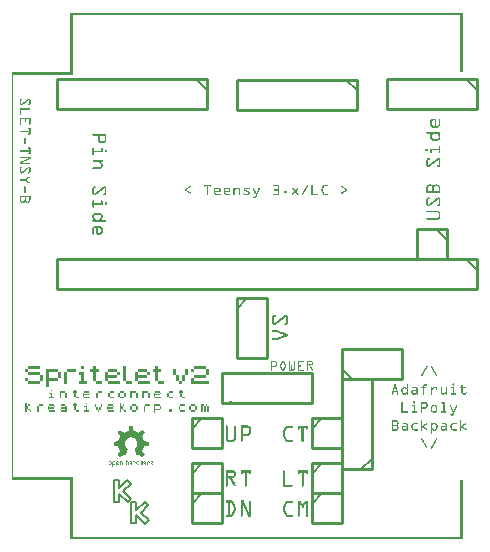
<source format=gto>
G04 MADE WITH FRITZING*
G04 WWW.FRITZING.ORG*
G04 DOUBLE SIDED*
G04 HOLES PLATED*
G04 CONTOUR ON CENTER OF CONTOUR VECTOR*
%ASAXBY*%
%FSLAX23Y23*%
%MOIN*%
%OFA0B0*%
%SFA1.0B1.0*%
%ADD10C,0.010000*%
%ADD11C,0.005000*%
%ADD12R,0.001000X0.001000*%
%LNSILK1*%
G90*
G70*
G54D10*
X1549Y1530D02*
X1249Y1530D01*
D02*
X1249Y1530D02*
X1249Y1430D01*
D02*
X1249Y1430D02*
X1549Y1430D01*
D02*
X1549Y1430D02*
X1549Y1530D01*
G54D11*
D02*
X1514Y1530D02*
X1549Y1495D01*
G54D10*
D02*
X1150Y1529D02*
X750Y1529D01*
D02*
X750Y1529D02*
X750Y1429D01*
D02*
X750Y1429D02*
X1150Y1429D01*
D02*
X1150Y1429D02*
X1150Y1529D01*
G54D11*
D02*
X1115Y1529D02*
X1150Y1494D01*
G54D10*
D02*
X650Y1530D02*
X150Y1530D01*
D02*
X150Y1530D02*
X150Y1430D01*
D02*
X150Y1430D02*
X650Y1430D01*
D02*
X650Y1430D02*
X650Y1530D01*
G54D11*
D02*
X615Y1530D02*
X650Y1495D01*
G54D10*
D02*
X1550Y930D02*
X150Y930D01*
D02*
X150Y930D02*
X150Y830D01*
D02*
X150Y830D02*
X1550Y830D01*
D02*
X1550Y830D02*
X1550Y930D01*
G54D11*
D02*
X1515Y930D02*
X1550Y895D01*
G54D10*
D02*
X1000Y150D02*
X1000Y50D01*
D02*
X1000Y50D02*
X1100Y50D01*
D02*
X1100Y50D02*
X1100Y150D01*
D02*
X1100Y150D02*
X1000Y150D01*
G54D11*
D02*
X1000Y115D02*
X1035Y150D01*
G54D10*
D02*
X600Y150D02*
X600Y50D01*
D02*
X600Y50D02*
X700Y50D01*
D02*
X700Y50D02*
X700Y150D01*
D02*
X700Y150D02*
X600Y150D01*
G54D11*
D02*
X600Y115D02*
X635Y150D01*
G54D10*
D02*
X600Y400D02*
X600Y300D01*
D02*
X600Y300D02*
X700Y300D01*
D02*
X700Y300D02*
X700Y400D01*
D02*
X700Y400D02*
X600Y400D01*
G54D11*
D02*
X600Y365D02*
X635Y400D01*
G54D10*
D02*
X1000Y250D02*
X1000Y150D01*
D02*
X1000Y150D02*
X1100Y150D01*
D02*
X1100Y150D02*
X1100Y250D01*
D02*
X1100Y250D02*
X1000Y250D01*
G54D11*
D02*
X1000Y215D02*
X1035Y250D01*
G54D10*
D02*
X1000Y400D02*
X1000Y300D01*
D02*
X1000Y300D02*
X1100Y300D01*
D02*
X1100Y300D02*
X1100Y400D01*
D02*
X1100Y400D02*
X1000Y400D01*
G54D11*
D02*
X1000Y365D02*
X1035Y400D01*
G54D10*
D02*
X600Y250D02*
X600Y150D01*
D02*
X600Y150D02*
X700Y150D01*
D02*
X700Y150D02*
X700Y250D01*
D02*
X700Y250D02*
X600Y250D01*
G54D11*
D02*
X600Y215D02*
X635Y250D01*
G54D10*
D02*
X750Y800D02*
X750Y600D01*
D02*
X750Y600D02*
X850Y600D01*
D02*
X850Y600D02*
X850Y800D01*
D02*
X850Y800D02*
X750Y800D01*
G54D11*
D02*
X750Y765D02*
X785Y800D01*
G54D10*
D02*
X1100Y530D02*
X1300Y530D01*
D02*
X1300Y530D02*
X1300Y630D01*
D02*
X1300Y630D02*
X1100Y630D01*
D02*
X1100Y630D02*
X1100Y530D01*
G54D11*
D02*
X1135Y530D02*
X1100Y565D01*
G54D10*
D02*
X1200Y230D02*
X1200Y530D01*
D02*
X1200Y530D02*
X1100Y530D01*
D02*
X1100Y530D02*
X1100Y230D01*
D02*
X1100Y230D02*
X1200Y230D01*
G54D11*
D02*
X1200Y265D02*
X1165Y230D01*
G54D10*
D02*
X700Y450D02*
X1000Y450D01*
X1000Y450D02*
X1000Y550D01*
X1000Y550D02*
X700Y550D01*
X700Y550D02*
X700Y450D01*
D02*
X1449Y1031D02*
X1349Y1031D01*
D02*
X1349Y1031D02*
X1349Y931D01*
D02*
X1349Y931D02*
X1449Y931D01*
D02*
X1449Y931D02*
X1449Y1031D01*
G54D11*
D02*
X1414Y1031D02*
X1449Y996D01*
G36*
X55Y575D02*
X55Y565D01*
X95Y565D01*
X95Y575D01*
X55Y575D01*
G37*
D02*
G36*
X232Y575D02*
X232Y565D01*
X242Y565D01*
X242Y575D01*
X232Y575D01*
G37*
D02*
G36*
X272Y575D02*
X272Y565D01*
X262Y565D01*
X262Y555D01*
X272Y555D01*
X272Y526D01*
X282Y526D01*
X282Y555D01*
X291Y555D01*
X291Y565D01*
X282Y565D01*
X282Y575D01*
X272Y575D01*
G37*
D02*
G36*
X370Y575D02*
X370Y526D01*
X380Y526D01*
X380Y575D01*
X370Y575D01*
G37*
D02*
G36*
X478Y575D02*
X478Y565D01*
X469Y565D01*
X469Y555D01*
X478Y555D01*
X478Y526D01*
X488Y526D01*
X488Y555D01*
X498Y555D01*
X498Y565D01*
X488Y565D01*
X488Y575D01*
X478Y575D01*
G37*
D02*
G36*
X606Y575D02*
X606Y565D01*
X646Y565D01*
X646Y575D01*
X606Y575D01*
G37*
D02*
G36*
X45Y565D02*
X45Y555D01*
X55Y555D01*
X55Y565D01*
X45Y565D01*
G37*
D02*
G36*
X114Y565D02*
X114Y506D01*
X124Y506D01*
X124Y526D01*
X154Y526D01*
X154Y536D01*
X124Y536D01*
X124Y555D01*
X154Y555D01*
X154Y565D01*
X114Y565D01*
G37*
D02*
G36*
X183Y565D02*
X183Y555D01*
X213Y555D01*
X213Y565D01*
X183Y565D01*
G37*
D02*
G36*
X321Y565D02*
X321Y555D01*
X350Y555D01*
X350Y565D01*
X321Y565D01*
G37*
D02*
G36*
X419Y565D02*
X419Y555D01*
X449Y555D01*
X449Y565D01*
X419Y565D01*
G37*
D02*
G36*
X537Y565D02*
X537Y545D01*
X547Y545D01*
X547Y565D01*
X537Y565D01*
G37*
D02*
G36*
X577Y565D02*
X577Y545D01*
X587Y545D01*
X587Y565D01*
X577Y565D01*
G37*
D02*
G36*
X597Y565D02*
X597Y555D01*
X606Y555D01*
X606Y565D01*
X597Y565D01*
G37*
D02*
G36*
X646Y565D02*
X646Y545D01*
X656Y545D01*
X656Y565D01*
X646Y565D01*
G37*
D02*
G36*
X55Y555D02*
X55Y545D01*
X95Y545D01*
X95Y555D01*
X55Y555D01*
G37*
D02*
G36*
X154Y555D02*
X154Y536D01*
X163Y536D01*
X163Y555D01*
X154Y555D01*
G37*
D02*
G36*
X173Y555D02*
X173Y516D01*
X183Y516D01*
X183Y555D01*
X173Y555D01*
G37*
D02*
G36*
X223Y555D02*
X223Y545D01*
X232Y545D01*
X232Y526D01*
X223Y526D01*
X223Y516D01*
X252Y516D01*
X252Y526D01*
X242Y526D01*
X242Y555D01*
X223Y555D01*
G37*
D02*
G36*
X311Y555D02*
X311Y526D01*
X321Y526D01*
X321Y536D01*
X350Y536D01*
X350Y545D01*
X321Y545D01*
X321Y555D01*
X311Y555D01*
G37*
D02*
G36*
X350Y555D02*
X350Y545D01*
X360Y545D01*
X360Y555D01*
X350Y555D01*
G37*
D02*
G36*
X410Y555D02*
X410Y526D01*
X419Y526D01*
X419Y536D01*
X449Y536D01*
X449Y545D01*
X419Y545D01*
X419Y555D01*
X410Y555D01*
G37*
D02*
G36*
X449Y555D02*
X449Y545D01*
X459Y545D01*
X459Y555D01*
X449Y555D01*
G37*
D02*
G36*
X95Y545D02*
X95Y526D01*
X104Y526D01*
X104Y545D01*
X95Y545D01*
G37*
D02*
G36*
X547Y545D02*
X547Y526D01*
X557Y526D01*
X557Y545D01*
X547Y545D01*
G37*
D02*
G36*
X567Y545D02*
X567Y526D01*
X577Y526D01*
X577Y545D01*
X567Y545D01*
G37*
D02*
G36*
X606Y545D02*
X606Y536D01*
X646Y536D01*
X646Y545D01*
X606Y545D01*
G37*
D02*
G36*
X45Y536D02*
X45Y526D01*
X55Y526D01*
X55Y536D01*
X45Y536D01*
G37*
D02*
G36*
X597Y536D02*
X597Y516D01*
X656Y516D01*
X656Y526D01*
X606Y526D01*
X606Y536D01*
X597Y536D01*
G37*
D02*
G36*
X55Y526D02*
X55Y516D01*
X95Y516D01*
X95Y526D01*
X55Y526D01*
G37*
D02*
G36*
X282Y526D02*
X282Y516D01*
X301Y516D01*
X301Y526D01*
X282Y526D01*
G37*
D02*
G36*
X321Y526D02*
X321Y516D01*
X360Y516D01*
X360Y526D01*
X321Y526D01*
G37*
D02*
G36*
X380Y526D02*
X380Y516D01*
X400Y516D01*
X400Y526D01*
X380Y526D01*
G37*
D02*
G36*
X419Y526D02*
X419Y516D01*
X459Y516D01*
X459Y526D01*
X419Y526D01*
G37*
D02*
G36*
X488Y526D02*
X488Y516D01*
X508Y516D01*
X508Y526D01*
X488Y526D01*
G37*
D02*
G36*
X557Y526D02*
X557Y516D01*
X567Y516D01*
X567Y526D01*
X557Y526D01*
G37*
D02*
G36*
X129Y496D02*
X129Y491D01*
X134Y491D01*
X134Y496D01*
X129Y496D01*
G37*
D02*
G36*
X208Y496D02*
X208Y491D01*
X203Y491D01*
X203Y486D01*
X208Y486D01*
X208Y472D01*
X213Y472D01*
X213Y486D01*
X218Y486D01*
X218Y491D01*
X213Y491D01*
X213Y496D01*
X208Y496D01*
G37*
D02*
G36*
X562Y496D02*
X562Y491D01*
X557Y491D01*
X557Y486D01*
X562Y486D01*
X562Y472D01*
X567Y472D01*
X567Y486D01*
X572Y486D01*
X572Y491D01*
X567Y491D01*
X567Y496D01*
X562Y496D01*
G37*
D02*
G36*
X159Y491D02*
X159Y467D01*
X163Y467D01*
X163Y486D01*
X178Y486D01*
X178Y491D01*
X159Y491D01*
G37*
D02*
G36*
X242Y491D02*
X242Y486D01*
X257Y486D01*
X257Y491D01*
X242Y491D01*
G37*
D02*
G36*
X287Y491D02*
X287Y486D01*
X301Y486D01*
X301Y491D01*
X287Y491D01*
G37*
D02*
G36*
X326Y491D02*
X326Y486D01*
X341Y486D01*
X341Y491D01*
X326Y491D01*
G37*
D02*
G36*
X360Y491D02*
X360Y486D01*
X375Y486D01*
X375Y491D01*
X360Y491D01*
G37*
D02*
G36*
X395Y491D02*
X395Y467D01*
X400Y467D01*
X400Y486D01*
X414Y486D01*
X414Y491D01*
X395Y491D01*
G37*
D02*
G36*
X434Y491D02*
X434Y467D01*
X439Y467D01*
X439Y486D01*
X454Y486D01*
X454Y491D01*
X434Y491D01*
G37*
D02*
G36*
X478Y491D02*
X478Y486D01*
X493Y486D01*
X493Y491D01*
X478Y491D01*
G37*
D02*
G36*
X523Y491D02*
X523Y486D01*
X537Y486D01*
X537Y491D01*
X523Y491D01*
G37*
D02*
G36*
X124Y486D02*
X124Y482D01*
X129Y482D01*
X129Y472D01*
X124Y472D01*
X124Y467D01*
X139Y467D01*
X139Y472D01*
X134Y472D01*
X134Y486D01*
X124Y486D01*
G37*
D02*
G36*
X178Y486D02*
X178Y467D01*
X183Y467D01*
X183Y486D01*
X178Y486D01*
G37*
D02*
G36*
X237Y486D02*
X237Y472D01*
X242Y472D01*
X242Y477D01*
X257Y477D01*
X257Y482D01*
X242Y482D01*
X242Y486D01*
X237Y486D01*
G37*
D02*
G36*
X257Y486D02*
X257Y482D01*
X262Y482D01*
X262Y486D01*
X257Y486D01*
G37*
D02*
G36*
X282Y486D02*
X282Y467D01*
X287Y467D01*
X287Y486D01*
X282Y486D01*
G37*
D02*
G36*
X321Y486D02*
X321Y472D01*
X326Y472D01*
X326Y486D01*
X321Y486D01*
G37*
D02*
G36*
X355Y486D02*
X355Y472D01*
X360Y472D01*
X360Y486D01*
X355Y486D01*
G37*
D02*
G36*
X375Y486D02*
X375Y472D01*
X380Y472D01*
X380Y486D01*
X375Y486D01*
G37*
D02*
G36*
X414Y486D02*
X414Y467D01*
X419Y467D01*
X419Y486D01*
X414Y486D01*
G37*
D02*
G36*
X454Y486D02*
X454Y467D01*
X459Y467D01*
X459Y486D01*
X454Y486D01*
G37*
D02*
G36*
X474Y486D02*
X474Y472D01*
X478Y472D01*
X478Y477D01*
X493Y477D01*
X493Y482D01*
X478Y482D01*
X478Y486D01*
X474Y486D01*
G37*
D02*
G36*
X493Y486D02*
X493Y482D01*
X498Y482D01*
X498Y486D01*
X493Y486D01*
G37*
D02*
G36*
X518Y486D02*
X518Y472D01*
X523Y472D01*
X523Y486D01*
X518Y486D01*
G37*
D02*
G36*
X213Y472D02*
X213Y467D01*
X223Y467D01*
X223Y472D01*
X213Y472D01*
G37*
D02*
G36*
X242Y472D02*
X242Y467D01*
X262Y467D01*
X262Y472D01*
X242Y472D01*
G37*
D02*
G36*
X326Y472D02*
X326Y467D01*
X341Y467D01*
X341Y472D01*
X326Y472D01*
G37*
D02*
G36*
X360Y472D02*
X360Y467D01*
X375Y467D01*
X375Y472D01*
X360Y472D01*
G37*
D02*
G36*
X478Y472D02*
X478Y467D01*
X498Y467D01*
X498Y472D01*
X478Y472D01*
G37*
D02*
G36*
X523Y472D02*
X523Y467D01*
X537Y467D01*
X537Y472D01*
X523Y472D01*
G37*
D02*
G36*
X567Y472D02*
X567Y467D01*
X577Y467D01*
X577Y472D01*
X567Y472D01*
G37*
D02*
G36*
X45Y452D02*
X45Y422D01*
X50Y422D01*
X50Y432D01*
X55Y432D01*
X55Y442D01*
X50Y442D01*
X50Y452D01*
X45Y452D01*
G37*
D02*
G36*
X208Y452D02*
X208Y447D01*
X203Y447D01*
X203Y442D01*
X208Y442D01*
X208Y427D01*
X213Y427D01*
X213Y442D01*
X218Y442D01*
X218Y447D01*
X213Y447D01*
X213Y452D01*
X208Y452D01*
G37*
D02*
G36*
X247Y452D02*
X247Y447D01*
X252Y447D01*
X252Y452D01*
X247Y452D01*
G37*
D02*
G36*
X360Y452D02*
X360Y422D01*
X365Y422D01*
X365Y432D01*
X370Y432D01*
X370Y442D01*
X365Y442D01*
X365Y452D01*
X360Y452D01*
G37*
D02*
G36*
X55Y447D02*
X55Y442D01*
X60Y442D01*
X60Y447D01*
X55Y447D01*
G37*
D02*
G36*
X90Y447D02*
X90Y442D01*
X104Y442D01*
X104Y447D01*
X90Y447D01*
G37*
D02*
G36*
X124Y447D02*
X124Y442D01*
X139Y442D01*
X139Y447D01*
X124Y447D01*
G37*
D02*
G36*
X163Y447D02*
X163Y442D01*
X178Y442D01*
X178Y447D01*
X163Y447D01*
G37*
D02*
G36*
X277Y447D02*
X277Y437D01*
X282Y437D01*
X282Y447D01*
X277Y447D01*
G37*
D02*
G36*
X296Y447D02*
X296Y437D01*
X301Y437D01*
X301Y447D01*
X296Y447D01*
G37*
D02*
G36*
X321Y447D02*
X321Y442D01*
X336Y442D01*
X336Y447D01*
X321Y447D01*
G37*
D02*
G36*
X370Y447D02*
X370Y442D01*
X375Y442D01*
X375Y447D01*
X370Y447D01*
G37*
D02*
G36*
X400Y447D02*
X400Y442D01*
X414Y442D01*
X414Y447D01*
X400Y447D01*
G37*
D02*
G36*
X444Y447D02*
X444Y442D01*
X459Y442D01*
X459Y447D01*
X444Y447D01*
G37*
D02*
G36*
X474Y447D02*
X474Y418D01*
X478Y418D01*
X478Y427D01*
X493Y427D01*
X493Y432D01*
X478Y432D01*
X478Y442D01*
X493Y442D01*
X493Y447D01*
X474Y447D01*
G37*
D02*
G36*
X562Y447D02*
X562Y442D01*
X577Y442D01*
X577Y447D01*
X562Y447D01*
G37*
D02*
G36*
X597Y447D02*
X597Y442D01*
X611Y442D01*
X611Y447D01*
X597Y447D01*
G37*
D02*
G36*
X631Y447D02*
X631Y422D01*
X636Y422D01*
X636Y442D01*
X641Y442D01*
X641Y447D01*
X631Y447D01*
G37*
D02*
G36*
X646Y447D02*
X646Y442D01*
X651Y442D01*
X651Y447D01*
X646Y447D01*
G37*
D02*
G36*
X85Y442D02*
X85Y422D01*
X90Y422D01*
X90Y442D01*
X85Y442D01*
G37*
D02*
G36*
X119Y442D02*
X119Y427D01*
X124Y427D01*
X124Y432D01*
X139Y432D01*
X139Y437D01*
X124Y437D01*
X124Y442D01*
X119Y442D01*
G37*
D02*
G36*
X139Y442D02*
X139Y437D01*
X144Y437D01*
X144Y442D01*
X139Y442D01*
G37*
D02*
G36*
X178Y442D02*
X178Y437D01*
X163Y437D01*
X163Y432D01*
X178Y432D01*
X178Y427D01*
X163Y427D01*
X163Y422D01*
X183Y422D01*
X183Y442D01*
X178Y442D01*
G37*
D02*
G36*
X242Y442D02*
X242Y437D01*
X247Y437D01*
X247Y427D01*
X242Y427D01*
X242Y422D01*
X257Y422D01*
X257Y427D01*
X252Y427D01*
X252Y442D01*
X242Y442D01*
G37*
D02*
G36*
X316Y442D02*
X316Y427D01*
X321Y427D01*
X321Y432D01*
X336Y432D01*
X336Y437D01*
X321Y437D01*
X321Y442D01*
X316Y442D01*
G37*
D02*
G36*
X336Y442D02*
X336Y437D01*
X341Y437D01*
X341Y442D01*
X336Y442D01*
G37*
D02*
G36*
X395Y442D02*
X395Y427D01*
X400Y427D01*
X400Y442D01*
X395Y442D01*
G37*
D02*
G36*
X414Y442D02*
X414Y427D01*
X419Y427D01*
X419Y442D01*
X414Y442D01*
G37*
D02*
G36*
X439Y442D02*
X439Y422D01*
X444Y422D01*
X444Y442D01*
X439Y442D01*
G37*
D02*
G36*
X493Y442D02*
X493Y432D01*
X498Y432D01*
X498Y442D01*
X493Y442D01*
G37*
D02*
G36*
X557Y442D02*
X557Y427D01*
X562Y427D01*
X562Y442D01*
X557Y442D01*
G37*
D02*
G36*
X592Y442D02*
X592Y427D01*
X597Y427D01*
X597Y442D01*
X592Y442D01*
G37*
D02*
G36*
X611Y442D02*
X611Y427D01*
X616Y427D01*
X616Y442D01*
X611Y442D01*
G37*
D02*
G36*
X641Y442D02*
X641Y422D01*
X646Y422D01*
X646Y442D01*
X641Y442D01*
G37*
D02*
G36*
X651Y442D02*
X651Y422D01*
X656Y422D01*
X656Y442D01*
X651Y442D01*
G37*
D02*
G36*
X282Y437D02*
X282Y427D01*
X287Y427D01*
X287Y437D01*
X282Y437D01*
G37*
D02*
G36*
X291Y437D02*
X291Y427D01*
X296Y427D01*
X296Y437D01*
X291Y437D01*
G37*
D02*
G36*
X55Y432D02*
X55Y427D01*
X60Y427D01*
X60Y432D01*
X55Y432D01*
G37*
D02*
G36*
X159Y432D02*
X159Y427D01*
X163Y427D01*
X163Y432D01*
X159Y432D01*
G37*
D02*
G36*
X370Y432D02*
X370Y427D01*
X375Y427D01*
X375Y432D01*
X370Y432D01*
G37*
D02*
G36*
X523Y432D02*
X523Y422D01*
X533Y422D01*
X533Y432D01*
X523Y432D01*
G37*
D02*
G36*
X60Y427D02*
X60Y422D01*
X65Y422D01*
X65Y427D01*
X60Y427D01*
G37*
D02*
G36*
X124Y427D02*
X124Y422D01*
X144Y422D01*
X144Y427D01*
X124Y427D01*
G37*
D02*
G36*
X213Y427D02*
X213Y422D01*
X223Y422D01*
X223Y427D01*
X213Y427D01*
G37*
D02*
G36*
X287Y427D02*
X287Y422D01*
X291Y422D01*
X291Y427D01*
X287Y427D01*
G37*
D02*
G36*
X321Y427D02*
X321Y422D01*
X341Y422D01*
X341Y427D01*
X321Y427D01*
G37*
D02*
G36*
X375Y427D02*
X375Y422D01*
X380Y422D01*
X380Y427D01*
X375Y427D01*
G37*
D02*
G36*
X400Y427D02*
X400Y422D01*
X414Y422D01*
X414Y427D01*
X400Y427D01*
G37*
D02*
G36*
X562Y427D02*
X562Y422D01*
X577Y422D01*
X577Y427D01*
X562Y427D01*
G37*
D02*
G36*
X597Y427D02*
X597Y422D01*
X611Y422D01*
X611Y427D01*
X597Y427D01*
G37*
D02*
X398Y132D02*
X386Y120D01*
X356Y149D01*
X356Y122D01*
X339Y121D01*
X339Y194D01*
X356Y194D01*
X356Y167D01*
X385Y195D01*
X397Y183D01*
X372Y158D01*
X398Y132D01*
D02*
X431Y85D02*
X456Y60D01*
X444Y48D01*
X415Y77D01*
X415Y50D01*
X398Y50D01*
X398Y121D01*
X415Y121D01*
X415Y94D01*
X443Y122D01*
X455Y110D01*
X431Y85D01*
D02*
G54D12*
X195Y1750D02*
X1504Y1750D01*
X195Y1749D02*
X1504Y1749D01*
X195Y1748D02*
X1504Y1748D01*
X195Y1747D02*
X1504Y1747D01*
X195Y1746D02*
X1504Y1746D01*
X195Y1745D02*
X204Y1745D01*
X1495Y1745D02*
X1504Y1745D01*
X195Y1744D02*
X204Y1744D01*
X1495Y1744D02*
X1504Y1744D01*
X195Y1743D02*
X204Y1743D01*
X1495Y1743D02*
X1504Y1743D01*
X195Y1742D02*
X204Y1742D01*
X1495Y1742D02*
X1504Y1742D01*
X195Y1741D02*
X204Y1741D01*
X1495Y1741D02*
X1504Y1741D01*
X195Y1740D02*
X204Y1740D01*
X1495Y1740D02*
X1504Y1740D01*
X195Y1739D02*
X204Y1739D01*
X1495Y1739D02*
X1504Y1739D01*
X195Y1738D02*
X204Y1738D01*
X1495Y1738D02*
X1504Y1738D01*
X195Y1737D02*
X204Y1737D01*
X1495Y1737D02*
X1504Y1737D01*
X195Y1736D02*
X204Y1736D01*
X1495Y1736D02*
X1504Y1736D01*
X195Y1735D02*
X204Y1735D01*
X1495Y1735D02*
X1504Y1735D01*
X195Y1734D02*
X204Y1734D01*
X1495Y1734D02*
X1504Y1734D01*
X195Y1733D02*
X204Y1733D01*
X1495Y1733D02*
X1504Y1733D01*
X195Y1732D02*
X204Y1732D01*
X1495Y1732D02*
X1504Y1732D01*
X195Y1731D02*
X204Y1731D01*
X1495Y1731D02*
X1504Y1731D01*
X195Y1730D02*
X204Y1730D01*
X1495Y1730D02*
X1504Y1730D01*
X195Y1729D02*
X204Y1729D01*
X1495Y1729D02*
X1504Y1729D01*
X195Y1728D02*
X204Y1728D01*
X1495Y1728D02*
X1504Y1728D01*
X195Y1727D02*
X204Y1727D01*
X1495Y1727D02*
X1504Y1727D01*
X195Y1726D02*
X204Y1726D01*
X1495Y1726D02*
X1504Y1726D01*
X195Y1725D02*
X204Y1725D01*
X1495Y1725D02*
X1504Y1725D01*
X195Y1724D02*
X204Y1724D01*
X1495Y1724D02*
X1504Y1724D01*
X195Y1723D02*
X204Y1723D01*
X1495Y1723D02*
X1504Y1723D01*
X195Y1722D02*
X204Y1722D01*
X1495Y1722D02*
X1504Y1722D01*
X195Y1721D02*
X204Y1721D01*
X1495Y1721D02*
X1504Y1721D01*
X195Y1720D02*
X204Y1720D01*
X1495Y1720D02*
X1504Y1720D01*
X195Y1719D02*
X204Y1719D01*
X1495Y1719D02*
X1504Y1719D01*
X195Y1718D02*
X204Y1718D01*
X1495Y1718D02*
X1504Y1718D01*
X195Y1717D02*
X204Y1717D01*
X1495Y1717D02*
X1504Y1717D01*
X195Y1716D02*
X204Y1716D01*
X1495Y1716D02*
X1504Y1716D01*
X195Y1715D02*
X204Y1715D01*
X1495Y1715D02*
X1504Y1715D01*
X195Y1714D02*
X204Y1714D01*
X1495Y1714D02*
X1504Y1714D01*
X195Y1713D02*
X204Y1713D01*
X1495Y1713D02*
X1504Y1713D01*
X195Y1712D02*
X204Y1712D01*
X1495Y1712D02*
X1504Y1712D01*
X195Y1711D02*
X204Y1711D01*
X1495Y1711D02*
X1504Y1711D01*
X195Y1710D02*
X204Y1710D01*
X1495Y1710D02*
X1504Y1710D01*
X195Y1709D02*
X204Y1709D01*
X1495Y1709D02*
X1504Y1709D01*
X195Y1708D02*
X204Y1708D01*
X1495Y1708D02*
X1504Y1708D01*
X195Y1707D02*
X204Y1707D01*
X1495Y1707D02*
X1504Y1707D01*
X195Y1706D02*
X204Y1706D01*
X1495Y1706D02*
X1504Y1706D01*
X195Y1705D02*
X204Y1705D01*
X1495Y1705D02*
X1504Y1705D01*
X195Y1704D02*
X204Y1704D01*
X1495Y1704D02*
X1504Y1704D01*
X195Y1703D02*
X204Y1703D01*
X1495Y1703D02*
X1504Y1703D01*
X195Y1702D02*
X204Y1702D01*
X1495Y1702D02*
X1504Y1702D01*
X195Y1701D02*
X204Y1701D01*
X1495Y1701D02*
X1504Y1701D01*
X195Y1700D02*
X204Y1700D01*
X1495Y1700D02*
X1504Y1700D01*
X195Y1699D02*
X204Y1699D01*
X1495Y1699D02*
X1504Y1699D01*
X195Y1698D02*
X204Y1698D01*
X1495Y1698D02*
X1504Y1698D01*
X195Y1697D02*
X204Y1697D01*
X1495Y1697D02*
X1504Y1697D01*
X195Y1696D02*
X204Y1696D01*
X1495Y1696D02*
X1504Y1696D01*
X195Y1695D02*
X204Y1695D01*
X1495Y1695D02*
X1504Y1695D01*
X195Y1694D02*
X204Y1694D01*
X1495Y1694D02*
X1504Y1694D01*
X195Y1693D02*
X204Y1693D01*
X1495Y1693D02*
X1504Y1693D01*
X195Y1692D02*
X204Y1692D01*
X1495Y1692D02*
X1504Y1692D01*
X195Y1691D02*
X204Y1691D01*
X1495Y1691D02*
X1504Y1691D01*
X195Y1690D02*
X204Y1690D01*
X1495Y1690D02*
X1504Y1690D01*
X195Y1689D02*
X204Y1689D01*
X1495Y1689D02*
X1504Y1689D01*
X195Y1688D02*
X204Y1688D01*
X1495Y1688D02*
X1504Y1688D01*
X195Y1687D02*
X204Y1687D01*
X1495Y1687D02*
X1504Y1687D01*
X195Y1686D02*
X204Y1686D01*
X1495Y1686D02*
X1504Y1686D01*
X195Y1685D02*
X204Y1685D01*
X1495Y1685D02*
X1504Y1685D01*
X195Y1684D02*
X204Y1684D01*
X1495Y1684D02*
X1504Y1684D01*
X195Y1683D02*
X204Y1683D01*
X1495Y1683D02*
X1504Y1683D01*
X195Y1682D02*
X204Y1682D01*
X1495Y1682D02*
X1504Y1682D01*
X195Y1681D02*
X204Y1681D01*
X1495Y1681D02*
X1504Y1681D01*
X195Y1680D02*
X204Y1680D01*
X1495Y1680D02*
X1504Y1680D01*
X195Y1679D02*
X204Y1679D01*
X1495Y1679D02*
X1504Y1679D01*
X195Y1678D02*
X204Y1678D01*
X1495Y1678D02*
X1504Y1678D01*
X195Y1677D02*
X204Y1677D01*
X1495Y1677D02*
X1504Y1677D01*
X195Y1676D02*
X204Y1676D01*
X1495Y1676D02*
X1504Y1676D01*
X195Y1675D02*
X204Y1675D01*
X1495Y1675D02*
X1504Y1675D01*
X195Y1674D02*
X204Y1674D01*
X1495Y1674D02*
X1504Y1674D01*
X195Y1673D02*
X204Y1673D01*
X1495Y1673D02*
X1504Y1673D01*
X195Y1672D02*
X204Y1672D01*
X1495Y1672D02*
X1504Y1672D01*
X195Y1671D02*
X204Y1671D01*
X1495Y1671D02*
X1504Y1671D01*
X195Y1670D02*
X204Y1670D01*
X1495Y1670D02*
X1504Y1670D01*
X195Y1669D02*
X204Y1669D01*
X1495Y1669D02*
X1504Y1669D01*
X195Y1668D02*
X204Y1668D01*
X1495Y1668D02*
X1504Y1668D01*
X195Y1667D02*
X204Y1667D01*
X1495Y1667D02*
X1504Y1667D01*
X195Y1666D02*
X204Y1666D01*
X1495Y1666D02*
X1504Y1666D01*
X195Y1665D02*
X204Y1665D01*
X1495Y1665D02*
X1504Y1665D01*
X195Y1664D02*
X204Y1664D01*
X1495Y1664D02*
X1504Y1664D01*
X195Y1663D02*
X204Y1663D01*
X1495Y1663D02*
X1504Y1663D01*
X195Y1662D02*
X204Y1662D01*
X1495Y1662D02*
X1504Y1662D01*
X195Y1661D02*
X204Y1661D01*
X1495Y1661D02*
X1504Y1661D01*
X195Y1660D02*
X204Y1660D01*
X1495Y1660D02*
X1504Y1660D01*
X195Y1659D02*
X204Y1659D01*
X1495Y1659D02*
X1504Y1659D01*
X195Y1658D02*
X204Y1658D01*
X1495Y1658D02*
X1504Y1658D01*
X195Y1657D02*
X204Y1657D01*
X1495Y1657D02*
X1504Y1657D01*
X195Y1656D02*
X204Y1656D01*
X1495Y1656D02*
X1504Y1656D01*
X195Y1655D02*
X204Y1655D01*
X1495Y1655D02*
X1504Y1655D01*
X195Y1654D02*
X204Y1654D01*
X1495Y1654D02*
X1504Y1654D01*
X195Y1653D02*
X204Y1653D01*
X1495Y1653D02*
X1504Y1653D01*
X195Y1652D02*
X204Y1652D01*
X1495Y1652D02*
X1504Y1652D01*
X195Y1651D02*
X204Y1651D01*
X1495Y1651D02*
X1504Y1651D01*
X195Y1650D02*
X204Y1650D01*
X1495Y1650D02*
X1504Y1650D01*
X195Y1649D02*
X204Y1649D01*
X1495Y1649D02*
X1504Y1649D01*
X195Y1648D02*
X204Y1648D01*
X1495Y1648D02*
X1504Y1648D01*
X195Y1647D02*
X204Y1647D01*
X1495Y1647D02*
X1504Y1647D01*
X195Y1646D02*
X204Y1646D01*
X1495Y1646D02*
X1504Y1646D01*
X195Y1645D02*
X204Y1645D01*
X1495Y1645D02*
X1504Y1645D01*
X195Y1644D02*
X204Y1644D01*
X1495Y1644D02*
X1504Y1644D01*
X195Y1643D02*
X204Y1643D01*
X1495Y1643D02*
X1504Y1643D01*
X195Y1642D02*
X204Y1642D01*
X1495Y1642D02*
X1504Y1642D01*
X195Y1641D02*
X204Y1641D01*
X1495Y1641D02*
X1504Y1641D01*
X195Y1640D02*
X204Y1640D01*
X1495Y1640D02*
X1504Y1640D01*
X195Y1639D02*
X204Y1639D01*
X1495Y1639D02*
X1504Y1639D01*
X195Y1638D02*
X204Y1638D01*
X1495Y1638D02*
X1504Y1638D01*
X195Y1637D02*
X204Y1637D01*
X1495Y1637D02*
X1504Y1637D01*
X195Y1636D02*
X204Y1636D01*
X1495Y1636D02*
X1504Y1636D01*
X195Y1635D02*
X204Y1635D01*
X1495Y1635D02*
X1504Y1635D01*
X195Y1634D02*
X204Y1634D01*
X1495Y1634D02*
X1504Y1634D01*
X195Y1633D02*
X204Y1633D01*
X1495Y1633D02*
X1504Y1633D01*
X195Y1632D02*
X204Y1632D01*
X1495Y1632D02*
X1504Y1632D01*
X195Y1631D02*
X204Y1631D01*
X1495Y1631D02*
X1504Y1631D01*
X195Y1630D02*
X204Y1630D01*
X1495Y1630D02*
X1504Y1630D01*
X195Y1629D02*
X204Y1629D01*
X1495Y1629D02*
X1504Y1629D01*
X195Y1628D02*
X204Y1628D01*
X1495Y1628D02*
X1504Y1628D01*
X195Y1627D02*
X204Y1627D01*
X1495Y1627D02*
X1504Y1627D01*
X195Y1626D02*
X204Y1626D01*
X1495Y1626D02*
X1504Y1626D01*
X195Y1625D02*
X204Y1625D01*
X1495Y1625D02*
X1504Y1625D01*
X195Y1624D02*
X204Y1624D01*
X1495Y1624D02*
X1504Y1624D01*
X195Y1623D02*
X204Y1623D01*
X1495Y1623D02*
X1504Y1623D01*
X195Y1622D02*
X204Y1622D01*
X1495Y1622D02*
X1504Y1622D01*
X195Y1621D02*
X204Y1621D01*
X1495Y1621D02*
X1504Y1621D01*
X195Y1620D02*
X204Y1620D01*
X1495Y1620D02*
X1504Y1620D01*
X195Y1619D02*
X204Y1619D01*
X1495Y1619D02*
X1504Y1619D01*
X195Y1618D02*
X204Y1618D01*
X1495Y1618D02*
X1504Y1618D01*
X195Y1617D02*
X204Y1617D01*
X1495Y1617D02*
X1504Y1617D01*
X195Y1616D02*
X204Y1616D01*
X1495Y1616D02*
X1504Y1616D01*
X195Y1615D02*
X204Y1615D01*
X1495Y1615D02*
X1504Y1615D01*
X195Y1614D02*
X204Y1614D01*
X1495Y1614D02*
X1504Y1614D01*
X195Y1613D02*
X204Y1613D01*
X1495Y1613D02*
X1504Y1613D01*
X195Y1612D02*
X204Y1612D01*
X1495Y1612D02*
X1504Y1612D01*
X195Y1611D02*
X204Y1611D01*
X1495Y1611D02*
X1504Y1611D01*
X195Y1610D02*
X204Y1610D01*
X1495Y1610D02*
X1504Y1610D01*
X195Y1609D02*
X204Y1609D01*
X1495Y1609D02*
X1504Y1609D01*
X195Y1608D02*
X204Y1608D01*
X1495Y1608D02*
X1504Y1608D01*
X195Y1607D02*
X204Y1607D01*
X1495Y1607D02*
X1504Y1607D01*
X195Y1606D02*
X204Y1606D01*
X1495Y1606D02*
X1504Y1606D01*
X195Y1605D02*
X204Y1605D01*
X1495Y1605D02*
X1504Y1605D01*
X195Y1604D02*
X204Y1604D01*
X1495Y1604D02*
X1504Y1604D01*
X195Y1603D02*
X204Y1603D01*
X1495Y1603D02*
X1504Y1603D01*
X195Y1602D02*
X204Y1602D01*
X1495Y1602D02*
X1504Y1602D01*
X195Y1601D02*
X204Y1601D01*
X1495Y1601D02*
X1504Y1601D01*
X195Y1600D02*
X204Y1600D01*
X1495Y1600D02*
X1504Y1600D01*
X195Y1599D02*
X204Y1599D01*
X1495Y1599D02*
X1504Y1599D01*
X195Y1598D02*
X204Y1598D01*
X1495Y1598D02*
X1504Y1598D01*
X195Y1597D02*
X204Y1597D01*
X1495Y1597D02*
X1504Y1597D01*
X195Y1596D02*
X204Y1596D01*
X1495Y1596D02*
X1504Y1596D01*
X195Y1595D02*
X204Y1595D01*
X1495Y1595D02*
X1504Y1595D01*
X195Y1594D02*
X204Y1594D01*
X1495Y1594D02*
X1504Y1594D01*
X195Y1593D02*
X204Y1593D01*
X1495Y1593D02*
X1504Y1593D01*
X195Y1592D02*
X204Y1592D01*
X1495Y1592D02*
X1504Y1592D01*
X195Y1591D02*
X204Y1591D01*
X1495Y1591D02*
X1504Y1591D01*
X195Y1590D02*
X204Y1590D01*
X1495Y1590D02*
X1504Y1590D01*
X195Y1589D02*
X204Y1589D01*
X1495Y1589D02*
X1504Y1589D01*
X195Y1588D02*
X204Y1588D01*
X1495Y1588D02*
X1504Y1588D01*
X195Y1587D02*
X204Y1587D01*
X1495Y1587D02*
X1504Y1587D01*
X195Y1586D02*
X204Y1586D01*
X1495Y1586D02*
X1504Y1586D01*
X195Y1585D02*
X204Y1585D01*
X1495Y1585D02*
X1504Y1585D01*
X195Y1584D02*
X204Y1584D01*
X1495Y1584D02*
X1504Y1584D01*
X195Y1583D02*
X204Y1583D01*
X1495Y1583D02*
X1504Y1583D01*
X195Y1582D02*
X204Y1582D01*
X1495Y1582D02*
X1504Y1582D01*
X195Y1581D02*
X204Y1581D01*
X1495Y1581D02*
X1504Y1581D01*
X195Y1580D02*
X204Y1580D01*
X1495Y1580D02*
X1504Y1580D01*
X195Y1579D02*
X204Y1579D01*
X1495Y1579D02*
X1504Y1579D01*
X195Y1578D02*
X204Y1578D01*
X1495Y1578D02*
X1504Y1578D01*
X195Y1577D02*
X204Y1577D01*
X1495Y1577D02*
X1504Y1577D01*
X195Y1576D02*
X204Y1576D01*
X1495Y1576D02*
X1504Y1576D01*
X195Y1575D02*
X204Y1575D01*
X1495Y1575D02*
X1504Y1575D01*
X195Y1574D02*
X204Y1574D01*
X1495Y1574D02*
X1504Y1574D01*
X195Y1573D02*
X204Y1573D01*
X1495Y1573D02*
X1504Y1573D01*
X195Y1572D02*
X204Y1572D01*
X1495Y1572D02*
X1504Y1572D01*
X195Y1571D02*
X204Y1571D01*
X1495Y1571D02*
X1504Y1571D01*
X195Y1570D02*
X204Y1570D01*
X1495Y1570D02*
X1504Y1570D01*
X195Y1569D02*
X204Y1569D01*
X1495Y1569D02*
X1504Y1569D01*
X195Y1568D02*
X204Y1568D01*
X1495Y1568D02*
X1504Y1568D01*
X195Y1567D02*
X204Y1567D01*
X1495Y1567D02*
X1504Y1567D01*
X195Y1566D02*
X204Y1566D01*
X1495Y1566D02*
X1504Y1566D01*
X195Y1565D02*
X204Y1565D01*
X1495Y1565D02*
X1504Y1565D01*
X195Y1564D02*
X204Y1564D01*
X1495Y1564D02*
X1504Y1564D01*
X195Y1563D02*
X204Y1563D01*
X1495Y1563D02*
X1504Y1563D01*
X195Y1562D02*
X204Y1562D01*
X1495Y1562D02*
X1504Y1562D01*
X195Y1561D02*
X204Y1561D01*
X1495Y1561D02*
X1504Y1561D01*
X195Y1560D02*
X204Y1560D01*
X1495Y1560D02*
X1504Y1560D01*
X195Y1559D02*
X204Y1559D01*
X1495Y1559D02*
X1504Y1559D01*
X195Y1558D02*
X204Y1558D01*
X1495Y1558D02*
X1504Y1558D01*
X195Y1557D02*
X204Y1557D01*
X1495Y1557D02*
X1504Y1557D01*
X195Y1556D02*
X204Y1556D01*
X1495Y1556D02*
X1504Y1556D01*
X0Y1555D02*
X204Y1555D01*
X0Y1554D02*
X204Y1554D01*
X0Y1553D02*
X204Y1553D01*
X0Y1552D02*
X204Y1552D01*
X0Y1551D02*
X204Y1551D01*
X0Y1550D02*
X204Y1550D01*
X0Y1549D02*
X204Y1549D01*
X0Y1548D02*
X204Y1548D01*
X0Y1547D02*
X204Y1547D01*
X0Y1546D02*
X204Y1546D01*
X0Y1545D02*
X4Y1545D01*
X0Y1544D02*
X4Y1544D01*
X0Y1543D02*
X4Y1543D01*
X0Y1542D02*
X4Y1542D01*
X0Y1541D02*
X4Y1541D01*
X0Y1540D02*
X4Y1540D01*
X0Y1539D02*
X4Y1539D01*
X0Y1538D02*
X4Y1538D01*
X0Y1537D02*
X4Y1537D01*
X0Y1536D02*
X4Y1536D01*
X0Y1535D02*
X4Y1535D01*
X0Y1534D02*
X4Y1534D01*
X0Y1533D02*
X4Y1533D01*
X0Y1532D02*
X4Y1532D01*
X0Y1531D02*
X4Y1531D01*
X0Y1530D02*
X4Y1530D01*
X0Y1529D02*
X4Y1529D01*
X0Y1528D02*
X4Y1528D01*
X0Y1527D02*
X4Y1527D01*
X0Y1526D02*
X4Y1526D01*
X0Y1525D02*
X4Y1525D01*
X0Y1524D02*
X4Y1524D01*
X0Y1523D02*
X4Y1523D01*
X0Y1522D02*
X4Y1522D01*
X0Y1521D02*
X4Y1521D01*
X0Y1520D02*
X4Y1520D01*
X0Y1519D02*
X4Y1519D01*
X0Y1518D02*
X4Y1518D01*
X0Y1517D02*
X4Y1517D01*
X0Y1516D02*
X4Y1516D01*
X0Y1515D02*
X4Y1515D01*
X0Y1514D02*
X4Y1514D01*
X0Y1513D02*
X4Y1513D01*
X0Y1512D02*
X4Y1512D01*
X0Y1511D02*
X4Y1511D01*
X0Y1510D02*
X4Y1510D01*
X0Y1509D02*
X4Y1509D01*
X0Y1508D02*
X4Y1508D01*
X0Y1507D02*
X4Y1507D01*
X0Y1506D02*
X4Y1506D01*
X0Y1505D02*
X4Y1505D01*
X0Y1504D02*
X4Y1504D01*
X0Y1503D02*
X4Y1503D01*
X0Y1502D02*
X4Y1502D01*
X0Y1501D02*
X4Y1501D01*
X0Y1500D02*
X4Y1500D01*
X0Y1499D02*
X4Y1499D01*
X0Y1498D02*
X4Y1498D01*
X0Y1497D02*
X4Y1497D01*
X0Y1496D02*
X4Y1496D01*
X0Y1495D02*
X4Y1495D01*
X0Y1494D02*
X4Y1494D01*
X0Y1493D02*
X4Y1493D01*
X0Y1492D02*
X4Y1492D01*
X0Y1491D02*
X4Y1491D01*
X0Y1490D02*
X4Y1490D01*
X0Y1489D02*
X4Y1489D01*
X0Y1488D02*
X4Y1488D01*
X0Y1487D02*
X4Y1487D01*
X0Y1486D02*
X4Y1486D01*
X0Y1485D02*
X4Y1485D01*
X0Y1484D02*
X4Y1484D01*
X0Y1483D02*
X4Y1483D01*
X0Y1482D02*
X4Y1482D01*
X0Y1481D02*
X4Y1481D01*
X0Y1480D02*
X4Y1480D01*
X0Y1479D02*
X4Y1479D01*
X0Y1478D02*
X4Y1478D01*
X0Y1477D02*
X4Y1477D01*
X0Y1476D02*
X4Y1476D01*
X0Y1475D02*
X4Y1475D01*
X0Y1474D02*
X4Y1474D01*
X0Y1473D02*
X4Y1473D01*
X0Y1472D02*
X4Y1472D01*
X0Y1471D02*
X4Y1471D01*
X0Y1470D02*
X4Y1470D01*
X0Y1469D02*
X4Y1469D01*
X0Y1468D02*
X4Y1468D01*
X0Y1467D02*
X4Y1467D01*
X0Y1466D02*
X4Y1466D01*
X0Y1465D02*
X4Y1465D01*
X31Y1465D02*
X34Y1465D01*
X55Y1465D02*
X59Y1465D01*
X0Y1464D02*
X4Y1464D01*
X29Y1464D02*
X35Y1464D01*
X53Y1464D02*
X60Y1464D01*
X0Y1463D02*
X4Y1463D01*
X29Y1463D02*
X35Y1463D01*
X52Y1463D02*
X61Y1463D01*
X0Y1462D02*
X4Y1462D01*
X28Y1462D02*
X34Y1462D01*
X51Y1462D02*
X61Y1462D01*
X0Y1461D02*
X4Y1461D01*
X28Y1461D02*
X32Y1461D01*
X49Y1461D02*
X56Y1461D01*
X58Y1461D02*
X61Y1461D01*
X0Y1460D02*
X4Y1460D01*
X27Y1460D02*
X31Y1460D01*
X48Y1460D02*
X55Y1460D01*
X58Y1460D02*
X62Y1460D01*
X0Y1459D02*
X4Y1459D01*
X27Y1459D02*
X31Y1459D01*
X47Y1459D02*
X53Y1459D01*
X58Y1459D02*
X62Y1459D01*
X0Y1458D02*
X4Y1458D01*
X27Y1458D02*
X31Y1458D01*
X45Y1458D02*
X52Y1458D01*
X58Y1458D02*
X62Y1458D01*
X0Y1457D02*
X4Y1457D01*
X27Y1457D02*
X31Y1457D01*
X44Y1457D02*
X51Y1457D01*
X58Y1457D02*
X62Y1457D01*
X0Y1456D02*
X4Y1456D01*
X27Y1456D02*
X31Y1456D01*
X43Y1456D02*
X49Y1456D01*
X58Y1456D02*
X62Y1456D01*
X0Y1455D02*
X4Y1455D01*
X27Y1455D02*
X31Y1455D01*
X42Y1455D02*
X48Y1455D01*
X58Y1455D02*
X62Y1455D01*
X0Y1454D02*
X4Y1454D01*
X27Y1454D02*
X31Y1454D01*
X40Y1454D02*
X47Y1454D01*
X58Y1454D02*
X62Y1454D01*
X0Y1453D02*
X4Y1453D01*
X27Y1453D02*
X31Y1453D01*
X39Y1453D02*
X46Y1453D01*
X58Y1453D02*
X62Y1453D01*
X0Y1452D02*
X4Y1452D01*
X27Y1452D02*
X31Y1452D01*
X38Y1452D02*
X44Y1452D01*
X58Y1452D02*
X62Y1452D01*
X0Y1451D02*
X4Y1451D01*
X27Y1451D02*
X31Y1451D01*
X36Y1451D02*
X43Y1451D01*
X58Y1451D02*
X62Y1451D01*
X0Y1450D02*
X4Y1450D01*
X27Y1450D02*
X31Y1450D01*
X35Y1450D02*
X42Y1450D01*
X58Y1450D02*
X62Y1450D01*
X0Y1449D02*
X4Y1449D01*
X27Y1449D02*
X31Y1449D01*
X34Y1449D02*
X40Y1449D01*
X58Y1449D02*
X61Y1449D01*
X0Y1448D02*
X4Y1448D01*
X28Y1448D02*
X39Y1448D01*
X56Y1448D02*
X61Y1448D01*
X0Y1447D02*
X4Y1447D01*
X28Y1447D02*
X38Y1447D01*
X55Y1447D02*
X61Y1447D01*
X0Y1446D02*
X4Y1446D01*
X28Y1446D02*
X37Y1446D01*
X54Y1446D02*
X60Y1446D01*
X0Y1445D02*
X4Y1445D01*
X29Y1445D02*
X35Y1445D01*
X54Y1445D02*
X59Y1445D01*
X0Y1444D02*
X4Y1444D01*
X30Y1444D02*
X34Y1444D01*
X55Y1444D02*
X58Y1444D01*
X0Y1443D02*
X4Y1443D01*
X0Y1442D02*
X4Y1442D01*
X0Y1441D02*
X4Y1441D01*
X0Y1440D02*
X4Y1440D01*
X0Y1439D02*
X4Y1439D01*
X0Y1438D02*
X4Y1438D01*
X0Y1437D02*
X4Y1437D01*
X0Y1436D02*
X4Y1436D01*
X0Y1435D02*
X4Y1435D01*
X0Y1434D02*
X4Y1434D01*
X0Y1433D02*
X4Y1433D01*
X28Y1433D02*
X60Y1433D01*
X0Y1432D02*
X4Y1432D01*
X27Y1432D02*
X61Y1432D01*
X0Y1431D02*
X4Y1431D01*
X27Y1431D02*
X61Y1431D01*
X0Y1430D02*
X4Y1430D01*
X27Y1430D02*
X61Y1430D01*
X0Y1429D02*
X4Y1429D01*
X27Y1429D02*
X60Y1429D01*
X0Y1428D02*
X4Y1428D01*
X27Y1428D02*
X31Y1428D01*
X0Y1427D02*
X4Y1427D01*
X27Y1427D02*
X31Y1427D01*
X0Y1426D02*
X4Y1426D01*
X27Y1426D02*
X31Y1426D01*
X0Y1425D02*
X4Y1425D01*
X27Y1425D02*
X31Y1425D01*
X0Y1424D02*
X4Y1424D01*
X27Y1424D02*
X31Y1424D01*
X0Y1423D02*
X4Y1423D01*
X27Y1423D02*
X31Y1423D01*
X0Y1422D02*
X4Y1422D01*
X27Y1422D02*
X31Y1422D01*
X0Y1421D02*
X4Y1421D01*
X27Y1421D02*
X31Y1421D01*
X0Y1420D02*
X4Y1420D01*
X27Y1420D02*
X31Y1420D01*
X0Y1419D02*
X4Y1419D01*
X27Y1419D02*
X31Y1419D01*
X0Y1418D02*
X4Y1418D01*
X27Y1418D02*
X31Y1418D01*
X0Y1417D02*
X4Y1417D01*
X27Y1417D02*
X31Y1417D01*
X0Y1416D02*
X4Y1416D01*
X27Y1416D02*
X31Y1416D01*
X0Y1415D02*
X4Y1415D01*
X27Y1415D02*
X31Y1415D01*
X0Y1414D02*
X4Y1414D01*
X27Y1414D02*
X31Y1414D01*
X0Y1413D02*
X4Y1413D01*
X27Y1413D02*
X31Y1413D01*
X0Y1412D02*
X4Y1412D01*
X28Y1412D02*
X31Y1412D01*
X0Y1411D02*
X4Y1411D01*
X29Y1411D02*
X29Y1411D01*
X0Y1410D02*
X4Y1410D01*
X0Y1409D02*
X4Y1409D01*
X0Y1408D02*
X4Y1408D01*
X0Y1407D02*
X4Y1407D01*
X0Y1406D02*
X4Y1406D01*
X0Y1405D02*
X4Y1405D01*
X0Y1404D02*
X4Y1404D01*
X0Y1403D02*
X4Y1403D01*
X0Y1402D02*
X4Y1402D01*
X0Y1401D02*
X4Y1401D01*
X0Y1400D02*
X4Y1400D01*
X27Y1400D02*
X62Y1400D01*
X0Y1399D02*
X4Y1399D01*
X27Y1399D02*
X62Y1399D01*
X1404Y1399D02*
X1413Y1399D01*
X1425Y1399D02*
X1426Y1399D01*
X0Y1398D02*
X4Y1398D01*
X27Y1398D02*
X62Y1398D01*
X1401Y1398D02*
X1415Y1398D01*
X1424Y1398D02*
X1427Y1398D01*
X0Y1397D02*
X4Y1397D01*
X27Y1397D02*
X62Y1397D01*
X1400Y1397D02*
X1415Y1397D01*
X1423Y1397D02*
X1428Y1397D01*
X0Y1396D02*
X4Y1396D01*
X27Y1396D02*
X31Y1396D01*
X43Y1396D02*
X46Y1396D01*
X58Y1396D02*
X62Y1396D01*
X1399Y1396D02*
X1415Y1396D01*
X1423Y1396D02*
X1428Y1396D01*
X0Y1395D02*
X4Y1395D01*
X27Y1395D02*
X31Y1395D01*
X43Y1395D02*
X46Y1395D01*
X58Y1395D02*
X62Y1395D01*
X1398Y1395D02*
X1415Y1395D01*
X1423Y1395D02*
X1428Y1395D01*
X0Y1394D02*
X4Y1394D01*
X27Y1394D02*
X31Y1394D01*
X43Y1394D02*
X46Y1394D01*
X58Y1394D02*
X62Y1394D01*
X1397Y1394D02*
X1415Y1394D01*
X1423Y1394D02*
X1428Y1394D01*
X0Y1393D02*
X4Y1393D01*
X27Y1393D02*
X31Y1393D01*
X43Y1393D02*
X46Y1393D01*
X58Y1393D02*
X62Y1393D01*
X1396Y1393D02*
X1405Y1393D01*
X1410Y1393D02*
X1415Y1393D01*
X1423Y1393D02*
X1428Y1393D01*
X0Y1392D02*
X4Y1392D01*
X27Y1392D02*
X31Y1392D01*
X43Y1392D02*
X46Y1392D01*
X58Y1392D02*
X62Y1392D01*
X1396Y1392D02*
X1402Y1392D01*
X1410Y1392D02*
X1415Y1392D01*
X1423Y1392D02*
X1428Y1392D01*
X0Y1391D02*
X4Y1391D01*
X27Y1391D02*
X31Y1391D01*
X43Y1391D02*
X46Y1391D01*
X58Y1391D02*
X62Y1391D01*
X1395Y1391D02*
X1401Y1391D01*
X1410Y1391D02*
X1415Y1391D01*
X1423Y1391D02*
X1428Y1391D01*
X0Y1390D02*
X4Y1390D01*
X27Y1390D02*
X31Y1390D01*
X43Y1390D02*
X46Y1390D01*
X58Y1390D02*
X62Y1390D01*
X1395Y1390D02*
X1401Y1390D01*
X1410Y1390D02*
X1415Y1390D01*
X1423Y1390D02*
X1428Y1390D01*
X0Y1389D02*
X4Y1389D01*
X27Y1389D02*
X31Y1389D01*
X43Y1389D02*
X46Y1389D01*
X58Y1389D02*
X62Y1389D01*
X1395Y1389D02*
X1400Y1389D01*
X1410Y1389D02*
X1415Y1389D01*
X1423Y1389D02*
X1428Y1389D01*
X0Y1388D02*
X4Y1388D01*
X27Y1388D02*
X31Y1388D01*
X44Y1388D02*
X45Y1388D01*
X58Y1388D02*
X62Y1388D01*
X1395Y1388D02*
X1400Y1388D01*
X1410Y1388D02*
X1415Y1388D01*
X1423Y1388D02*
X1428Y1388D01*
X0Y1387D02*
X4Y1387D01*
X27Y1387D02*
X31Y1387D01*
X58Y1387D02*
X62Y1387D01*
X1395Y1387D02*
X1400Y1387D01*
X1410Y1387D02*
X1415Y1387D01*
X1423Y1387D02*
X1428Y1387D01*
X0Y1386D02*
X4Y1386D01*
X27Y1386D02*
X31Y1386D01*
X58Y1386D02*
X62Y1386D01*
X1395Y1386D02*
X1400Y1386D01*
X1410Y1386D02*
X1415Y1386D01*
X1423Y1386D02*
X1428Y1386D01*
X0Y1385D02*
X4Y1385D01*
X27Y1385D02*
X31Y1385D01*
X58Y1385D02*
X62Y1385D01*
X1395Y1385D02*
X1400Y1385D01*
X1410Y1385D02*
X1415Y1385D01*
X1423Y1385D02*
X1428Y1385D01*
X0Y1384D02*
X4Y1384D01*
X27Y1384D02*
X31Y1384D01*
X58Y1384D02*
X62Y1384D01*
X1395Y1384D02*
X1400Y1384D01*
X1410Y1384D02*
X1415Y1384D01*
X1423Y1384D02*
X1428Y1384D01*
X0Y1383D02*
X4Y1383D01*
X27Y1383D02*
X31Y1383D01*
X58Y1383D02*
X62Y1383D01*
X1395Y1383D02*
X1400Y1383D01*
X1410Y1383D02*
X1415Y1383D01*
X1423Y1383D02*
X1428Y1383D01*
X0Y1382D02*
X4Y1382D01*
X27Y1382D02*
X31Y1382D01*
X58Y1382D02*
X62Y1382D01*
X1395Y1382D02*
X1400Y1382D01*
X1410Y1382D02*
X1415Y1382D01*
X1423Y1382D02*
X1428Y1382D01*
X0Y1381D02*
X4Y1381D01*
X27Y1381D02*
X31Y1381D01*
X58Y1381D02*
X62Y1381D01*
X1395Y1381D02*
X1400Y1381D01*
X1410Y1381D02*
X1415Y1381D01*
X1423Y1381D02*
X1428Y1381D01*
X0Y1380D02*
X4Y1380D01*
X28Y1380D02*
X31Y1380D01*
X58Y1380D02*
X61Y1380D01*
X1395Y1380D02*
X1400Y1380D01*
X1410Y1380D02*
X1415Y1380D01*
X1423Y1380D02*
X1428Y1380D01*
X0Y1379D02*
X4Y1379D01*
X28Y1379D02*
X30Y1379D01*
X59Y1379D02*
X61Y1379D01*
X1395Y1379D02*
X1400Y1379D01*
X1410Y1379D02*
X1415Y1379D01*
X1423Y1379D02*
X1428Y1379D01*
X0Y1378D02*
X4Y1378D01*
X1395Y1378D02*
X1401Y1378D01*
X1410Y1378D02*
X1415Y1378D01*
X1422Y1378D02*
X1428Y1378D01*
X0Y1377D02*
X4Y1377D01*
X1395Y1377D02*
X1402Y1377D01*
X1410Y1377D02*
X1415Y1377D01*
X1421Y1377D02*
X1428Y1377D01*
X0Y1376D02*
X4Y1376D01*
X1396Y1376D02*
X1403Y1376D01*
X1410Y1376D02*
X1415Y1376D01*
X1420Y1376D02*
X1427Y1376D01*
X0Y1375D02*
X4Y1375D01*
X1396Y1375D02*
X1426Y1375D01*
X0Y1374D02*
X4Y1374D01*
X1397Y1374D02*
X1426Y1374D01*
X0Y1373D02*
X4Y1373D01*
X1398Y1373D02*
X1425Y1373D01*
X0Y1372D02*
X4Y1372D01*
X1399Y1372D02*
X1424Y1372D01*
X0Y1371D02*
X4Y1371D01*
X1400Y1371D02*
X1423Y1371D01*
X0Y1370D02*
X4Y1370D01*
X1402Y1370D02*
X1421Y1370D01*
X0Y1369D02*
X4Y1369D01*
X1406Y1369D02*
X1417Y1369D01*
X0Y1368D02*
X4Y1368D01*
X55Y1368D02*
X61Y1368D01*
X0Y1367D02*
X4Y1367D01*
X54Y1367D02*
X62Y1367D01*
X0Y1366D02*
X4Y1366D01*
X54Y1366D02*
X62Y1366D01*
X0Y1365D02*
X4Y1365D01*
X54Y1365D02*
X62Y1365D01*
X0Y1364D02*
X4Y1364D01*
X56Y1364D02*
X62Y1364D01*
X0Y1363D02*
X4Y1363D01*
X58Y1363D02*
X62Y1363D01*
X0Y1362D02*
X4Y1362D01*
X58Y1362D02*
X62Y1362D01*
X0Y1361D02*
X4Y1361D01*
X58Y1361D02*
X62Y1361D01*
X0Y1360D02*
X4Y1360D01*
X58Y1360D02*
X62Y1360D01*
X0Y1359D02*
X4Y1359D01*
X29Y1359D02*
X62Y1359D01*
X0Y1358D02*
X4Y1358D01*
X28Y1358D02*
X62Y1358D01*
X0Y1357D02*
X4Y1357D01*
X27Y1357D02*
X62Y1357D01*
X0Y1356D02*
X4Y1356D01*
X28Y1356D02*
X62Y1356D01*
X0Y1355D02*
X4Y1355D01*
X29Y1355D02*
X62Y1355D01*
X1384Y1355D02*
X1426Y1355D01*
X0Y1354D02*
X4Y1354D01*
X58Y1354D02*
X62Y1354D01*
X1383Y1354D02*
X1428Y1354D01*
X0Y1353D02*
X4Y1353D01*
X58Y1353D02*
X62Y1353D01*
X1382Y1353D02*
X1428Y1353D01*
X0Y1352D02*
X4Y1352D01*
X58Y1352D02*
X62Y1352D01*
X1382Y1352D02*
X1428Y1352D01*
X0Y1351D02*
X4Y1351D01*
X58Y1351D02*
X62Y1351D01*
X1382Y1351D02*
X1428Y1351D01*
X0Y1350D02*
X4Y1350D01*
X55Y1350D02*
X62Y1350D01*
X1383Y1350D02*
X1427Y1350D01*
X0Y1349D02*
X4Y1349D01*
X54Y1349D02*
X62Y1349D01*
X1398Y1349D02*
X1406Y1349D01*
X1417Y1349D02*
X1425Y1349D01*
X0Y1348D02*
X4Y1348D01*
X54Y1348D02*
X62Y1348D01*
X270Y1348D02*
X315Y1348D01*
X1398Y1348D02*
X1405Y1348D01*
X1418Y1348D02*
X1425Y1348D01*
X0Y1347D02*
X4Y1347D01*
X55Y1347D02*
X62Y1347D01*
X269Y1347D02*
X315Y1347D01*
X1397Y1347D02*
X1404Y1347D01*
X1419Y1347D02*
X1426Y1347D01*
X0Y1346D02*
X4Y1346D01*
X56Y1346D02*
X61Y1346D01*
X269Y1346D02*
X315Y1346D01*
X1396Y1346D02*
X1403Y1346D01*
X1420Y1346D02*
X1427Y1346D01*
X0Y1345D02*
X4Y1345D01*
X269Y1345D02*
X315Y1345D01*
X1396Y1345D02*
X1402Y1345D01*
X1421Y1345D02*
X1427Y1345D01*
X0Y1344D02*
X4Y1344D01*
X270Y1344D02*
X315Y1344D01*
X1395Y1344D02*
X1402Y1344D01*
X1421Y1344D02*
X1428Y1344D01*
X0Y1343D02*
X4Y1343D01*
X271Y1343D02*
X315Y1343D01*
X1395Y1343D02*
X1401Y1343D01*
X1422Y1343D02*
X1428Y1343D01*
X0Y1342D02*
X4Y1342D01*
X287Y1342D02*
X292Y1342D01*
X310Y1342D02*
X315Y1342D01*
X1395Y1342D02*
X1400Y1342D01*
X1423Y1342D02*
X1428Y1342D01*
X0Y1341D02*
X4Y1341D01*
X287Y1341D02*
X292Y1341D01*
X310Y1341D02*
X315Y1341D01*
X1395Y1341D02*
X1400Y1341D01*
X1423Y1341D02*
X1428Y1341D01*
X0Y1340D02*
X4Y1340D01*
X287Y1340D02*
X292Y1340D01*
X310Y1340D02*
X315Y1340D01*
X1395Y1340D02*
X1400Y1340D01*
X1423Y1340D02*
X1428Y1340D01*
X0Y1339D02*
X4Y1339D01*
X287Y1339D02*
X292Y1339D01*
X310Y1339D02*
X315Y1339D01*
X1395Y1339D02*
X1400Y1339D01*
X1423Y1339D02*
X1428Y1339D01*
X0Y1338D02*
X4Y1338D01*
X287Y1338D02*
X292Y1338D01*
X310Y1338D02*
X315Y1338D01*
X1395Y1338D02*
X1400Y1338D01*
X1423Y1338D02*
X1428Y1338D01*
X0Y1337D02*
X4Y1337D01*
X287Y1337D02*
X292Y1337D01*
X310Y1337D02*
X315Y1337D01*
X1395Y1337D02*
X1400Y1337D01*
X1423Y1337D02*
X1428Y1337D01*
X0Y1336D02*
X4Y1336D01*
X287Y1336D02*
X292Y1336D01*
X310Y1336D02*
X315Y1336D01*
X1395Y1336D02*
X1400Y1336D01*
X1423Y1336D02*
X1428Y1336D01*
X0Y1335D02*
X4Y1335D01*
X41Y1335D02*
X46Y1335D01*
X287Y1335D02*
X292Y1335D01*
X310Y1335D02*
X315Y1335D01*
X1395Y1335D02*
X1400Y1335D01*
X1423Y1335D02*
X1428Y1335D01*
X0Y1334D02*
X4Y1334D01*
X41Y1334D02*
X46Y1334D01*
X287Y1334D02*
X292Y1334D01*
X310Y1334D02*
X315Y1334D01*
X1395Y1334D02*
X1401Y1334D01*
X1422Y1334D02*
X1428Y1334D01*
X0Y1333D02*
X4Y1333D01*
X41Y1333D02*
X46Y1333D01*
X287Y1333D02*
X292Y1333D01*
X310Y1333D02*
X315Y1333D01*
X1395Y1333D02*
X1402Y1333D01*
X1421Y1333D02*
X1427Y1333D01*
X0Y1332D02*
X4Y1332D01*
X41Y1332D02*
X46Y1332D01*
X287Y1332D02*
X292Y1332D01*
X310Y1332D02*
X315Y1332D01*
X1396Y1332D02*
X1403Y1332D01*
X1420Y1332D02*
X1427Y1332D01*
X0Y1331D02*
X4Y1331D01*
X41Y1331D02*
X46Y1331D01*
X287Y1331D02*
X292Y1331D01*
X310Y1331D02*
X315Y1331D01*
X1397Y1331D02*
X1426Y1331D01*
X0Y1330D02*
X4Y1330D01*
X41Y1330D02*
X46Y1330D01*
X287Y1330D02*
X292Y1330D01*
X310Y1330D02*
X315Y1330D01*
X1397Y1330D02*
X1426Y1330D01*
X0Y1329D02*
X4Y1329D01*
X41Y1329D02*
X46Y1329D01*
X287Y1329D02*
X292Y1329D01*
X310Y1329D02*
X315Y1329D01*
X1398Y1329D02*
X1425Y1329D01*
X0Y1328D02*
X4Y1328D01*
X41Y1328D02*
X46Y1328D01*
X287Y1328D02*
X292Y1328D01*
X310Y1328D02*
X315Y1328D01*
X1399Y1328D02*
X1424Y1328D01*
X0Y1327D02*
X4Y1327D01*
X41Y1327D02*
X46Y1327D01*
X287Y1327D02*
X292Y1327D01*
X310Y1327D02*
X315Y1327D01*
X1400Y1327D02*
X1423Y1327D01*
X0Y1326D02*
X4Y1326D01*
X41Y1326D02*
X46Y1326D01*
X287Y1326D02*
X293Y1326D01*
X310Y1326D02*
X315Y1326D01*
X1402Y1326D02*
X1421Y1326D01*
X0Y1325D02*
X4Y1325D01*
X41Y1325D02*
X46Y1325D01*
X287Y1325D02*
X294Y1325D01*
X308Y1325D02*
X315Y1325D01*
X0Y1324D02*
X4Y1324D01*
X41Y1324D02*
X46Y1324D01*
X288Y1324D02*
X314Y1324D01*
X0Y1323D02*
X4Y1323D01*
X41Y1323D02*
X46Y1323D01*
X288Y1323D02*
X314Y1323D01*
X0Y1322D02*
X4Y1322D01*
X41Y1322D02*
X46Y1322D01*
X289Y1322D02*
X313Y1322D01*
X0Y1321D02*
X4Y1321D01*
X41Y1321D02*
X46Y1321D01*
X290Y1321D02*
X312Y1321D01*
X0Y1320D02*
X4Y1320D01*
X41Y1320D02*
X46Y1320D01*
X291Y1320D02*
X311Y1320D01*
X0Y1319D02*
X4Y1319D01*
X41Y1319D02*
X46Y1319D01*
X293Y1319D02*
X309Y1319D01*
X0Y1318D02*
X4Y1318D01*
X41Y1318D02*
X46Y1318D01*
X0Y1317D02*
X4Y1317D01*
X41Y1317D02*
X46Y1317D01*
X0Y1316D02*
X4Y1316D01*
X41Y1316D02*
X46Y1316D01*
X0Y1315D02*
X4Y1315D01*
X41Y1315D02*
X46Y1315D01*
X0Y1314D02*
X4Y1314D01*
X42Y1314D02*
X45Y1314D01*
X0Y1313D02*
X4Y1313D01*
X0Y1312D02*
X4Y1312D01*
X0Y1311D02*
X4Y1311D01*
X0Y1310D02*
X4Y1310D01*
X0Y1309D02*
X4Y1309D01*
X0Y1308D02*
X4Y1308D01*
X1424Y1308D02*
X1427Y1308D01*
X0Y1307D02*
X4Y1307D01*
X1424Y1307D02*
X1428Y1307D01*
X0Y1306D02*
X4Y1306D01*
X1423Y1306D02*
X1428Y1306D01*
X0Y1305D02*
X4Y1305D01*
X1423Y1305D02*
X1428Y1305D01*
X0Y1304D02*
X4Y1304D01*
X1423Y1304D02*
X1428Y1304D01*
X0Y1303D02*
X4Y1303D01*
X55Y1303D02*
X61Y1303D01*
X1423Y1303D02*
X1428Y1303D01*
X0Y1302D02*
X4Y1302D01*
X54Y1302D02*
X62Y1302D01*
X1423Y1302D02*
X1428Y1302D01*
X0Y1301D02*
X4Y1301D01*
X54Y1301D02*
X62Y1301D01*
X270Y1301D02*
X273Y1301D01*
X298Y1301D02*
X301Y1301D01*
X1423Y1301D02*
X1428Y1301D01*
X0Y1300D02*
X4Y1300D01*
X54Y1300D02*
X62Y1300D01*
X269Y1300D02*
X274Y1300D01*
X298Y1300D02*
X302Y1300D01*
X1423Y1300D02*
X1428Y1300D01*
X0Y1299D02*
X4Y1299D01*
X56Y1299D02*
X62Y1299D01*
X269Y1299D02*
X274Y1299D01*
X297Y1299D02*
X302Y1299D01*
X1381Y1299D02*
X1386Y1299D01*
X1396Y1299D02*
X1428Y1299D01*
X0Y1298D02*
X4Y1298D01*
X58Y1298D02*
X62Y1298D01*
X269Y1298D02*
X274Y1298D01*
X297Y1298D02*
X302Y1298D01*
X1380Y1298D02*
X1387Y1298D01*
X1395Y1298D02*
X1428Y1298D01*
X0Y1297D02*
X4Y1297D01*
X58Y1297D02*
X62Y1297D01*
X269Y1297D02*
X274Y1297D01*
X297Y1297D02*
X302Y1297D01*
X1379Y1297D02*
X1387Y1297D01*
X1395Y1297D02*
X1428Y1297D01*
X0Y1296D02*
X4Y1296D01*
X58Y1296D02*
X62Y1296D01*
X269Y1296D02*
X274Y1296D01*
X297Y1296D02*
X302Y1296D01*
X1379Y1296D02*
X1387Y1296D01*
X1395Y1296D02*
X1428Y1296D01*
X0Y1295D02*
X4Y1295D01*
X58Y1295D02*
X62Y1295D01*
X269Y1295D02*
X274Y1295D01*
X297Y1295D02*
X302Y1295D01*
X311Y1295D02*
X317Y1295D01*
X1379Y1295D02*
X1387Y1295D01*
X1395Y1295D02*
X1428Y1295D01*
X0Y1294D02*
X4Y1294D01*
X29Y1294D02*
X62Y1294D01*
X269Y1294D02*
X274Y1294D01*
X297Y1294D02*
X302Y1294D01*
X310Y1294D02*
X317Y1294D01*
X1379Y1294D02*
X1387Y1294D01*
X1395Y1294D02*
X1428Y1294D01*
X0Y1293D02*
X4Y1293D01*
X28Y1293D02*
X62Y1293D01*
X269Y1293D02*
X274Y1293D01*
X297Y1293D02*
X302Y1293D01*
X310Y1293D02*
X318Y1293D01*
X1379Y1293D02*
X1387Y1293D01*
X1395Y1293D02*
X1400Y1293D01*
X1423Y1293D02*
X1428Y1293D01*
X0Y1292D02*
X4Y1292D01*
X28Y1292D02*
X62Y1292D01*
X269Y1292D02*
X302Y1292D01*
X310Y1292D02*
X318Y1292D01*
X1380Y1292D02*
X1387Y1292D01*
X1395Y1292D02*
X1400Y1292D01*
X1423Y1292D02*
X1428Y1292D01*
X0Y1291D02*
X4Y1291D01*
X28Y1291D02*
X62Y1291D01*
X269Y1291D02*
X302Y1291D01*
X310Y1291D02*
X318Y1291D01*
X1381Y1291D02*
X1386Y1291D01*
X1395Y1291D02*
X1400Y1291D01*
X1423Y1291D02*
X1428Y1291D01*
X0Y1290D02*
X4Y1290D01*
X29Y1290D02*
X62Y1290D01*
X269Y1290D02*
X302Y1290D01*
X310Y1290D02*
X318Y1290D01*
X1395Y1290D02*
X1400Y1290D01*
X1423Y1290D02*
X1428Y1290D01*
X0Y1289D02*
X4Y1289D01*
X58Y1289D02*
X62Y1289D01*
X269Y1289D02*
X302Y1289D01*
X310Y1289D02*
X318Y1289D01*
X1395Y1289D02*
X1400Y1289D01*
X1423Y1289D02*
X1428Y1289D01*
X0Y1288D02*
X4Y1288D01*
X58Y1288D02*
X62Y1288D01*
X269Y1288D02*
X302Y1288D01*
X311Y1288D02*
X317Y1288D01*
X1395Y1288D02*
X1400Y1288D01*
X1423Y1288D02*
X1428Y1288D01*
X0Y1287D02*
X4Y1287D01*
X58Y1287D02*
X62Y1287D01*
X269Y1287D02*
X300Y1287D01*
X312Y1287D02*
X316Y1287D01*
X1395Y1287D02*
X1400Y1287D01*
X1423Y1287D02*
X1428Y1287D01*
X0Y1286D02*
X4Y1286D01*
X58Y1286D02*
X62Y1286D01*
X269Y1286D02*
X274Y1286D01*
X1395Y1286D02*
X1399Y1286D01*
X1423Y1286D02*
X1428Y1286D01*
X0Y1285D02*
X4Y1285D01*
X55Y1285D02*
X62Y1285D01*
X269Y1285D02*
X274Y1285D01*
X1396Y1285D02*
X1399Y1285D01*
X1424Y1285D02*
X1427Y1285D01*
X0Y1284D02*
X4Y1284D01*
X54Y1284D02*
X62Y1284D01*
X269Y1284D02*
X274Y1284D01*
X0Y1283D02*
X4Y1283D01*
X54Y1283D02*
X62Y1283D01*
X269Y1283D02*
X274Y1283D01*
X0Y1282D02*
X4Y1282D01*
X55Y1282D02*
X62Y1282D01*
X269Y1282D02*
X274Y1282D01*
X0Y1281D02*
X4Y1281D01*
X56Y1281D02*
X61Y1281D01*
X269Y1281D02*
X274Y1281D01*
X0Y1280D02*
X4Y1280D01*
X269Y1280D02*
X274Y1280D01*
X0Y1279D02*
X4Y1279D01*
X270Y1279D02*
X273Y1279D01*
X0Y1278D02*
X4Y1278D01*
X271Y1278D02*
X272Y1278D01*
X0Y1277D02*
X4Y1277D01*
X0Y1276D02*
X4Y1276D01*
X0Y1275D02*
X4Y1275D01*
X0Y1274D02*
X4Y1274D01*
X0Y1273D02*
X4Y1273D01*
X0Y1272D02*
X4Y1272D01*
X0Y1271D02*
X4Y1271D01*
X0Y1270D02*
X4Y1270D01*
X28Y1270D02*
X62Y1270D01*
X0Y1269D02*
X4Y1269D01*
X28Y1269D02*
X62Y1269D01*
X0Y1268D02*
X4Y1268D01*
X28Y1268D02*
X62Y1268D01*
X0Y1267D02*
X4Y1267D01*
X28Y1267D02*
X62Y1267D01*
X1387Y1267D02*
X1391Y1267D01*
X1419Y1267D02*
X1424Y1267D01*
X0Y1266D02*
X4Y1266D01*
X53Y1266D02*
X62Y1266D01*
X1385Y1266D02*
X1392Y1266D01*
X1418Y1266D02*
X1426Y1266D01*
X0Y1265D02*
X4Y1265D01*
X52Y1265D02*
X61Y1265D01*
X1384Y1265D02*
X1392Y1265D01*
X1416Y1265D02*
X1427Y1265D01*
X0Y1264D02*
X4Y1264D01*
X49Y1264D02*
X60Y1264D01*
X1383Y1264D02*
X1392Y1264D01*
X1415Y1264D02*
X1427Y1264D01*
X0Y1263D02*
X4Y1263D01*
X47Y1263D02*
X57Y1263D01*
X1383Y1263D02*
X1392Y1263D01*
X1414Y1263D02*
X1428Y1263D01*
X0Y1262D02*
X4Y1262D01*
X45Y1262D02*
X55Y1262D01*
X1382Y1262D02*
X1390Y1262D01*
X1413Y1262D02*
X1428Y1262D01*
X0Y1261D02*
X4Y1261D01*
X42Y1261D02*
X53Y1261D01*
X272Y1261D02*
X300Y1261D01*
X1382Y1261D02*
X1388Y1261D01*
X1411Y1261D02*
X1420Y1261D01*
X1423Y1261D02*
X1428Y1261D01*
X0Y1260D02*
X4Y1260D01*
X40Y1260D02*
X51Y1260D01*
X270Y1260D02*
X302Y1260D01*
X1382Y1260D02*
X1387Y1260D01*
X1410Y1260D02*
X1419Y1260D01*
X1423Y1260D02*
X1428Y1260D01*
X0Y1259D02*
X4Y1259D01*
X38Y1259D02*
X48Y1259D01*
X269Y1259D02*
X302Y1259D01*
X1382Y1259D02*
X1387Y1259D01*
X1409Y1259D02*
X1418Y1259D01*
X1423Y1259D02*
X1428Y1259D01*
X0Y1258D02*
X4Y1258D01*
X36Y1258D02*
X46Y1258D01*
X269Y1258D02*
X302Y1258D01*
X1382Y1258D02*
X1387Y1258D01*
X1407Y1258D02*
X1417Y1258D01*
X1423Y1258D02*
X1428Y1258D01*
X0Y1257D02*
X4Y1257D01*
X33Y1257D02*
X44Y1257D01*
X269Y1257D02*
X302Y1257D01*
X1382Y1257D02*
X1387Y1257D01*
X1406Y1257D02*
X1415Y1257D01*
X1423Y1257D02*
X1428Y1257D01*
X0Y1256D02*
X4Y1256D01*
X31Y1256D02*
X41Y1256D01*
X270Y1256D02*
X302Y1256D01*
X1382Y1256D02*
X1387Y1256D01*
X1405Y1256D02*
X1414Y1256D01*
X1423Y1256D02*
X1428Y1256D01*
X0Y1255D02*
X4Y1255D01*
X29Y1255D02*
X39Y1255D01*
X272Y1255D02*
X300Y1255D01*
X1382Y1255D02*
X1387Y1255D01*
X1404Y1255D02*
X1413Y1255D01*
X1423Y1255D02*
X1428Y1255D01*
X0Y1254D02*
X4Y1254D01*
X27Y1254D02*
X37Y1254D01*
X292Y1254D02*
X298Y1254D01*
X1382Y1254D02*
X1387Y1254D01*
X1402Y1254D02*
X1411Y1254D01*
X1423Y1254D02*
X1428Y1254D01*
X0Y1253D02*
X4Y1253D01*
X27Y1253D02*
X36Y1253D01*
X292Y1253D02*
X298Y1253D01*
X1382Y1253D02*
X1387Y1253D01*
X1401Y1253D02*
X1410Y1253D01*
X1423Y1253D02*
X1428Y1253D01*
X0Y1252D02*
X4Y1252D01*
X27Y1252D02*
X61Y1252D01*
X293Y1252D02*
X299Y1252D01*
X1382Y1252D02*
X1387Y1252D01*
X1400Y1252D02*
X1409Y1252D01*
X1423Y1252D02*
X1428Y1252D01*
X0Y1251D02*
X4Y1251D01*
X27Y1251D02*
X61Y1251D01*
X293Y1251D02*
X300Y1251D01*
X1382Y1251D02*
X1387Y1251D01*
X1398Y1251D02*
X1408Y1251D01*
X1423Y1251D02*
X1428Y1251D01*
X0Y1250D02*
X4Y1250D01*
X27Y1250D02*
X61Y1250D01*
X294Y1250D02*
X300Y1250D01*
X1382Y1250D02*
X1387Y1250D01*
X1397Y1250D02*
X1406Y1250D01*
X1423Y1250D02*
X1428Y1250D01*
X0Y1249D02*
X4Y1249D01*
X27Y1249D02*
X61Y1249D01*
X295Y1249D02*
X301Y1249D01*
X1382Y1249D02*
X1387Y1249D01*
X1396Y1249D02*
X1405Y1249D01*
X1423Y1249D02*
X1428Y1249D01*
X0Y1248D02*
X4Y1248D01*
X295Y1248D02*
X301Y1248D01*
X1382Y1248D02*
X1387Y1248D01*
X1395Y1248D02*
X1404Y1248D01*
X1423Y1248D02*
X1428Y1248D01*
X0Y1247D02*
X4Y1247D01*
X296Y1247D02*
X302Y1247D01*
X1382Y1247D02*
X1387Y1247D01*
X1393Y1247D02*
X1402Y1247D01*
X1423Y1247D02*
X1428Y1247D01*
X0Y1246D02*
X4Y1246D01*
X297Y1246D02*
X302Y1246D01*
X1382Y1246D02*
X1387Y1246D01*
X1392Y1246D02*
X1401Y1246D01*
X1423Y1246D02*
X1428Y1246D01*
X0Y1245D02*
X4Y1245D01*
X297Y1245D02*
X302Y1245D01*
X1382Y1245D02*
X1387Y1245D01*
X1391Y1245D02*
X1400Y1245D01*
X1423Y1245D02*
X1428Y1245D01*
X0Y1244D02*
X4Y1244D01*
X297Y1244D02*
X302Y1244D01*
X1382Y1244D02*
X1387Y1244D01*
X1389Y1244D02*
X1399Y1244D01*
X1422Y1244D02*
X1428Y1244D01*
X0Y1243D02*
X4Y1243D01*
X297Y1243D02*
X302Y1243D01*
X1382Y1243D02*
X1397Y1243D01*
X1419Y1243D02*
X1428Y1243D01*
X0Y1242D02*
X4Y1242D01*
X297Y1242D02*
X302Y1242D01*
X1382Y1242D02*
X1396Y1242D01*
X1418Y1242D02*
X1427Y1242D01*
X0Y1241D02*
X4Y1241D01*
X297Y1241D02*
X302Y1241D01*
X1383Y1241D02*
X1395Y1241D01*
X1418Y1241D02*
X1427Y1241D01*
X0Y1240D02*
X4Y1240D01*
X297Y1240D02*
X302Y1240D01*
X1384Y1240D02*
X1393Y1240D01*
X1418Y1240D02*
X1426Y1240D01*
X0Y1239D02*
X4Y1239D01*
X297Y1239D02*
X302Y1239D01*
X1385Y1239D02*
X1392Y1239D01*
X1418Y1239D02*
X1424Y1239D01*
X0Y1238D02*
X4Y1238D01*
X32Y1238D02*
X33Y1238D01*
X56Y1238D02*
X58Y1238D01*
X295Y1238D02*
X302Y1238D01*
X1386Y1238D02*
X1390Y1238D01*
X1420Y1238D02*
X1422Y1238D01*
X0Y1237D02*
X4Y1237D01*
X30Y1237D02*
X35Y1237D01*
X54Y1237D02*
X60Y1237D01*
X272Y1237D02*
X302Y1237D01*
X0Y1236D02*
X4Y1236D01*
X29Y1236D02*
X35Y1236D01*
X53Y1236D02*
X61Y1236D01*
X270Y1236D02*
X301Y1236D01*
X0Y1235D02*
X4Y1235D01*
X28Y1235D02*
X35Y1235D01*
X51Y1235D02*
X61Y1235D01*
X269Y1235D02*
X300Y1235D01*
X0Y1234D02*
X4Y1234D01*
X28Y1234D02*
X34Y1234D01*
X50Y1234D02*
X61Y1234D01*
X269Y1234D02*
X299Y1234D01*
X0Y1233D02*
X4Y1233D01*
X28Y1233D02*
X31Y1233D01*
X49Y1233D02*
X55Y1233D01*
X58Y1233D02*
X62Y1233D01*
X269Y1233D02*
X298Y1233D01*
X0Y1232D02*
X4Y1232D01*
X27Y1232D02*
X31Y1232D01*
X48Y1232D02*
X54Y1232D01*
X58Y1232D02*
X62Y1232D01*
X270Y1232D02*
X296Y1232D01*
X0Y1231D02*
X4Y1231D01*
X27Y1231D02*
X31Y1231D01*
X46Y1231D02*
X53Y1231D01*
X58Y1231D02*
X62Y1231D01*
X272Y1231D02*
X273Y1231D01*
X0Y1230D02*
X4Y1230D01*
X27Y1230D02*
X31Y1230D01*
X45Y1230D02*
X51Y1230D01*
X58Y1230D02*
X62Y1230D01*
X0Y1229D02*
X4Y1229D01*
X27Y1229D02*
X31Y1229D01*
X44Y1229D02*
X50Y1229D01*
X58Y1229D02*
X62Y1229D01*
X0Y1228D02*
X4Y1228D01*
X27Y1228D02*
X31Y1228D01*
X42Y1228D02*
X49Y1228D01*
X58Y1228D02*
X62Y1228D01*
X0Y1227D02*
X4Y1227D01*
X27Y1227D02*
X31Y1227D01*
X41Y1227D02*
X48Y1227D01*
X58Y1227D02*
X62Y1227D01*
X0Y1226D02*
X4Y1226D01*
X27Y1226D02*
X31Y1226D01*
X40Y1226D02*
X46Y1226D01*
X58Y1226D02*
X62Y1226D01*
X0Y1225D02*
X4Y1225D01*
X27Y1225D02*
X31Y1225D01*
X38Y1225D02*
X45Y1225D01*
X58Y1225D02*
X62Y1225D01*
X0Y1224D02*
X4Y1224D01*
X27Y1224D02*
X31Y1224D01*
X37Y1224D02*
X44Y1224D01*
X58Y1224D02*
X62Y1224D01*
X0Y1223D02*
X4Y1223D01*
X27Y1223D02*
X31Y1223D01*
X36Y1223D02*
X42Y1223D01*
X58Y1223D02*
X62Y1223D01*
X0Y1222D02*
X4Y1222D01*
X27Y1222D02*
X31Y1222D01*
X35Y1222D02*
X41Y1222D01*
X58Y1222D02*
X62Y1222D01*
X0Y1221D02*
X4Y1221D01*
X27Y1221D02*
X31Y1221D01*
X33Y1221D02*
X40Y1221D01*
X58Y1221D02*
X61Y1221D01*
X0Y1220D02*
X4Y1220D01*
X28Y1220D02*
X39Y1220D01*
X55Y1220D02*
X61Y1220D01*
X0Y1219D02*
X4Y1219D01*
X28Y1219D02*
X37Y1219D01*
X54Y1219D02*
X61Y1219D01*
X0Y1218D02*
X4Y1218D01*
X29Y1218D02*
X36Y1218D01*
X54Y1218D02*
X60Y1218D01*
X0Y1217D02*
X4Y1217D01*
X30Y1217D02*
X35Y1217D01*
X55Y1217D02*
X59Y1217D01*
X0Y1216D02*
X4Y1216D01*
X32Y1216D02*
X32Y1216D01*
X56Y1216D02*
X57Y1216D01*
X0Y1215D02*
X4Y1215D01*
X0Y1214D02*
X4Y1214D01*
X0Y1213D02*
X4Y1213D01*
X0Y1212D02*
X4Y1212D01*
X0Y1211D02*
X4Y1211D01*
X0Y1210D02*
X4Y1210D01*
X0Y1209D02*
X4Y1209D01*
X0Y1208D02*
X4Y1208D01*
X0Y1207D02*
X4Y1207D01*
X0Y1206D02*
X4Y1206D01*
X0Y1205D02*
X4Y1205D01*
X55Y1205D02*
X61Y1205D01*
X0Y1204D02*
X4Y1204D01*
X53Y1204D02*
X61Y1204D01*
X0Y1203D02*
X4Y1203D01*
X52Y1203D02*
X61Y1203D01*
X0Y1202D02*
X4Y1202D01*
X51Y1202D02*
X61Y1202D01*
X0Y1201D02*
X4Y1201D01*
X50Y1201D02*
X56Y1201D01*
X0Y1200D02*
X4Y1200D01*
X48Y1200D02*
X55Y1200D01*
X0Y1199D02*
X4Y1199D01*
X47Y1199D02*
X53Y1199D01*
X0Y1198D02*
X4Y1198D01*
X46Y1198D02*
X52Y1198D01*
X0Y1197D02*
X4Y1197D01*
X44Y1197D02*
X51Y1197D01*
X0Y1196D02*
X4Y1196D01*
X28Y1196D02*
X50Y1196D01*
X0Y1195D02*
X4Y1195D01*
X28Y1195D02*
X48Y1195D01*
X0Y1194D02*
X4Y1194D01*
X28Y1194D02*
X48Y1194D01*
X0Y1193D02*
X4Y1193D01*
X28Y1193D02*
X50Y1193D01*
X0Y1192D02*
X4Y1192D01*
X45Y1192D02*
X51Y1192D01*
X0Y1191D02*
X4Y1191D01*
X46Y1191D02*
X52Y1191D01*
X0Y1190D02*
X4Y1190D01*
X47Y1190D02*
X54Y1190D01*
X0Y1189D02*
X4Y1189D01*
X48Y1189D02*
X55Y1189D01*
X0Y1188D02*
X4Y1188D01*
X50Y1188D02*
X56Y1188D01*
X0Y1187D02*
X4Y1187D01*
X51Y1187D02*
X61Y1187D01*
X0Y1186D02*
X4Y1186D01*
X52Y1186D02*
X61Y1186D01*
X0Y1185D02*
X4Y1185D01*
X54Y1185D02*
X61Y1185D01*
X0Y1184D02*
X4Y1184D01*
X55Y1184D02*
X61Y1184D01*
X0Y1183D02*
X4Y1183D01*
X0Y1182D02*
X4Y1182D01*
X0Y1181D02*
X4Y1181D01*
X0Y1180D02*
X4Y1180D01*
X1392Y1180D02*
X1397Y1180D01*
X1413Y1180D02*
X1418Y1180D01*
X0Y1179D02*
X4Y1179D01*
X642Y1179D02*
X663Y1179D01*
X870Y1179D02*
X888Y1179D01*
X986Y1179D02*
X987Y1179D01*
X1001Y1179D02*
X1002Y1179D01*
X1041Y1179D02*
X1052Y1179D01*
X1389Y1179D02*
X1401Y1179D01*
X1409Y1179D02*
X1421Y1179D01*
X0Y1178D02*
X4Y1178D01*
X642Y1178D02*
X663Y1178D01*
X870Y1178D02*
X889Y1178D01*
X985Y1178D02*
X988Y1178D01*
X1000Y1178D02*
X1003Y1178D01*
X1040Y1178D02*
X1053Y1178D01*
X1387Y1178D02*
X1402Y1178D01*
X1408Y1178D02*
X1423Y1178D01*
X0Y1177D02*
X4Y1177D01*
X642Y1177D02*
X663Y1177D01*
X869Y1177D02*
X890Y1177D01*
X984Y1177D02*
X988Y1177D01*
X999Y1177D02*
X1003Y1177D01*
X1038Y1177D02*
X1053Y1177D01*
X1386Y1177D02*
X1403Y1177D01*
X1407Y1177D02*
X1424Y1177D01*
X0Y1176D02*
X4Y1176D01*
X642Y1176D02*
X663Y1176D01*
X870Y1176D02*
X891Y1176D01*
X984Y1176D02*
X988Y1176D01*
X999Y1176D02*
X1003Y1176D01*
X1038Y1176D02*
X1053Y1176D01*
X1385Y1176D02*
X1425Y1176D01*
X0Y1175D02*
X4Y1175D01*
X595Y1175D02*
X597Y1175D01*
X642Y1175D02*
X663Y1175D01*
X871Y1175D02*
X891Y1175D01*
X983Y1175D02*
X987Y1175D01*
X999Y1175D02*
X1003Y1175D01*
X1037Y1175D02*
X1052Y1175D01*
X1098Y1175D02*
X1100Y1175D01*
X1384Y1175D02*
X1426Y1175D01*
X0Y1174D02*
X4Y1174D01*
X594Y1174D02*
X598Y1174D01*
X642Y1174D02*
X645Y1174D01*
X651Y1174D02*
X654Y1174D01*
X660Y1174D02*
X663Y1174D01*
X887Y1174D02*
X891Y1174D01*
X983Y1174D02*
X987Y1174D01*
X999Y1174D02*
X1003Y1174D01*
X1037Y1174D02*
X1041Y1174D01*
X1097Y1174D02*
X1102Y1174D01*
X1384Y1174D02*
X1392Y1174D01*
X1397Y1174D02*
X1413Y1174D01*
X1418Y1174D02*
X1426Y1174D01*
X0Y1173D02*
X4Y1173D01*
X42Y1173D02*
X45Y1173D01*
X275Y1173D02*
X278Y1173D01*
X307Y1173D02*
X311Y1173D01*
X592Y1173D02*
X598Y1173D01*
X642Y1173D02*
X645Y1173D01*
X651Y1173D02*
X654Y1173D01*
X660Y1173D02*
X663Y1173D01*
X887Y1173D02*
X891Y1173D01*
X982Y1173D02*
X986Y1173D01*
X999Y1173D02*
X1003Y1173D01*
X1036Y1173D02*
X1040Y1173D01*
X1097Y1173D02*
X1103Y1173D01*
X1383Y1173D02*
X1390Y1173D01*
X1400Y1173D02*
X1410Y1173D01*
X1420Y1173D02*
X1427Y1173D01*
X0Y1172D02*
X4Y1172D01*
X41Y1172D02*
X46Y1172D01*
X273Y1172D02*
X279Y1172D01*
X305Y1172D02*
X312Y1172D01*
X590Y1172D02*
X598Y1172D01*
X642Y1172D02*
X645Y1172D01*
X651Y1172D02*
X654Y1172D01*
X660Y1172D02*
X663Y1172D01*
X887Y1172D02*
X891Y1172D01*
X981Y1172D02*
X986Y1172D01*
X999Y1172D02*
X1003Y1172D01*
X1036Y1172D02*
X1040Y1172D01*
X1097Y1172D02*
X1105Y1172D01*
X1383Y1172D02*
X1389Y1172D01*
X1401Y1172D02*
X1409Y1172D01*
X1421Y1172D02*
X1427Y1172D01*
X0Y1171D02*
X4Y1171D01*
X41Y1171D02*
X46Y1171D01*
X271Y1171D02*
X279Y1171D01*
X304Y1171D02*
X314Y1171D01*
X588Y1171D02*
X597Y1171D01*
X651Y1171D02*
X654Y1171D01*
X887Y1171D02*
X891Y1171D01*
X981Y1171D02*
X985Y1171D01*
X999Y1171D02*
X1003Y1171D01*
X1035Y1171D02*
X1039Y1171D01*
X1099Y1171D02*
X1107Y1171D01*
X1382Y1171D02*
X1388Y1171D01*
X1401Y1171D02*
X1409Y1171D01*
X1422Y1171D02*
X1428Y1171D01*
X0Y1170D02*
X4Y1170D01*
X41Y1170D02*
X46Y1170D01*
X271Y1170D02*
X279Y1170D01*
X302Y1170D02*
X314Y1170D01*
X587Y1170D02*
X595Y1170D01*
X651Y1170D02*
X654Y1170D01*
X887Y1170D02*
X891Y1170D01*
X980Y1170D02*
X985Y1170D01*
X999Y1170D02*
X1003Y1170D01*
X1035Y1170D02*
X1039Y1170D01*
X1100Y1170D02*
X1108Y1170D01*
X1382Y1170D02*
X1387Y1170D01*
X1402Y1170D02*
X1408Y1170D01*
X1423Y1170D02*
X1428Y1170D01*
X0Y1169D02*
X4Y1169D01*
X41Y1169D02*
X46Y1169D01*
X270Y1169D02*
X279Y1169D01*
X301Y1169D02*
X315Y1169D01*
X585Y1169D02*
X593Y1169D01*
X651Y1169D02*
X654Y1169D01*
X680Y1169D02*
X691Y1169D01*
X712Y1169D02*
X723Y1169D01*
X740Y1169D02*
X742Y1169D01*
X749Y1169D02*
X757Y1169D01*
X775Y1169D02*
X790Y1169D01*
X805Y1169D02*
X807Y1169D01*
X823Y1169D02*
X825Y1169D01*
X887Y1169D02*
X891Y1169D01*
X935Y1169D02*
X938Y1169D01*
X952Y1169D02*
X955Y1169D01*
X980Y1169D02*
X984Y1169D01*
X999Y1169D02*
X1003Y1169D01*
X1034Y1169D02*
X1038Y1169D01*
X1102Y1169D02*
X1110Y1169D01*
X1382Y1169D02*
X1387Y1169D01*
X1402Y1169D02*
X1408Y1169D01*
X1423Y1169D02*
X1428Y1169D01*
X0Y1168D02*
X4Y1168D01*
X41Y1168D02*
X46Y1168D01*
X269Y1168D02*
X278Y1168D01*
X300Y1168D02*
X315Y1168D01*
X583Y1168D02*
X591Y1168D01*
X651Y1168D02*
X654Y1168D01*
X678Y1168D02*
X692Y1168D01*
X711Y1168D02*
X725Y1168D01*
X739Y1168D02*
X743Y1168D01*
X747Y1168D02*
X758Y1168D01*
X774Y1168D02*
X791Y1168D01*
X804Y1168D02*
X808Y1168D01*
X822Y1168D02*
X826Y1168D01*
X887Y1168D02*
X891Y1168D01*
X935Y1168D02*
X939Y1168D01*
X951Y1168D02*
X955Y1168D01*
X979Y1168D02*
X983Y1168D01*
X999Y1168D02*
X1003Y1168D01*
X1034Y1168D02*
X1038Y1168D01*
X1104Y1168D02*
X1112Y1168D01*
X1382Y1168D02*
X1387Y1168D01*
X1402Y1168D02*
X1408Y1168D01*
X1423Y1168D02*
X1428Y1168D01*
X0Y1167D02*
X4Y1167D01*
X41Y1167D02*
X46Y1167D01*
X269Y1167D02*
X275Y1167D01*
X299Y1167D02*
X308Y1167D01*
X310Y1167D02*
X315Y1167D01*
X582Y1167D02*
X590Y1167D01*
X651Y1167D02*
X654Y1167D01*
X677Y1167D02*
X693Y1167D01*
X709Y1167D02*
X726Y1167D01*
X739Y1167D02*
X743Y1167D01*
X745Y1167D02*
X759Y1167D01*
X773Y1167D02*
X792Y1167D01*
X804Y1167D02*
X808Y1167D01*
X822Y1167D02*
X826Y1167D01*
X887Y1167D02*
X891Y1167D01*
X935Y1167D02*
X940Y1167D01*
X951Y1167D02*
X955Y1167D01*
X978Y1167D02*
X983Y1167D01*
X999Y1167D02*
X1003Y1167D01*
X1033Y1167D02*
X1037Y1167D01*
X1105Y1167D02*
X1113Y1167D01*
X1382Y1167D02*
X1387Y1167D01*
X1402Y1167D02*
X1408Y1167D01*
X1423Y1167D02*
X1428Y1167D01*
X0Y1166D02*
X4Y1166D01*
X41Y1166D02*
X46Y1166D01*
X269Y1166D02*
X274Y1166D01*
X297Y1166D02*
X306Y1166D01*
X310Y1166D02*
X315Y1166D01*
X580Y1166D02*
X588Y1166D01*
X651Y1166D02*
X654Y1166D01*
X676Y1166D02*
X694Y1166D01*
X709Y1166D02*
X727Y1166D01*
X739Y1166D02*
X759Y1166D01*
X773Y1166D02*
X793Y1166D01*
X804Y1166D02*
X808Y1166D01*
X822Y1166D02*
X826Y1166D01*
X887Y1166D02*
X891Y1166D01*
X936Y1166D02*
X940Y1166D01*
X950Y1166D02*
X955Y1166D01*
X978Y1166D02*
X982Y1166D01*
X999Y1166D02*
X1003Y1166D01*
X1033Y1166D02*
X1037Y1166D01*
X1107Y1166D02*
X1115Y1166D01*
X1382Y1166D02*
X1387Y1166D01*
X1402Y1166D02*
X1408Y1166D01*
X1423Y1166D02*
X1428Y1166D01*
X0Y1165D02*
X4Y1165D01*
X41Y1165D02*
X46Y1165D01*
X269Y1165D02*
X274Y1165D01*
X296Y1165D02*
X305Y1165D01*
X310Y1165D02*
X315Y1165D01*
X578Y1165D02*
X586Y1165D01*
X651Y1165D02*
X654Y1165D01*
X675Y1165D02*
X681Y1165D01*
X689Y1165D02*
X695Y1165D01*
X708Y1165D02*
X713Y1165D01*
X722Y1165D02*
X727Y1165D01*
X739Y1165D02*
X750Y1165D01*
X755Y1165D02*
X760Y1165D01*
X772Y1165D02*
X777Y1165D01*
X789Y1165D02*
X793Y1165D01*
X804Y1165D02*
X808Y1165D01*
X822Y1165D02*
X826Y1165D01*
X887Y1165D02*
X891Y1165D01*
X936Y1165D02*
X941Y1165D01*
X949Y1165D02*
X954Y1165D01*
X977Y1165D02*
X982Y1165D01*
X999Y1165D02*
X1003Y1165D01*
X1032Y1165D02*
X1036Y1165D01*
X1109Y1165D02*
X1117Y1165D01*
X1382Y1165D02*
X1387Y1165D01*
X1402Y1165D02*
X1408Y1165D01*
X1423Y1165D02*
X1428Y1165D01*
X0Y1164D02*
X4Y1164D01*
X41Y1164D02*
X46Y1164D01*
X269Y1164D02*
X274Y1164D01*
X295Y1164D02*
X304Y1164D01*
X310Y1164D02*
X315Y1164D01*
X577Y1164D02*
X585Y1164D01*
X651Y1164D02*
X654Y1164D01*
X675Y1164D02*
X679Y1164D01*
X691Y1164D02*
X695Y1164D01*
X707Y1164D02*
X712Y1164D01*
X723Y1164D02*
X728Y1164D01*
X739Y1164D02*
X748Y1164D01*
X756Y1164D02*
X760Y1164D01*
X772Y1164D02*
X776Y1164D01*
X790Y1164D02*
X792Y1164D01*
X804Y1164D02*
X808Y1164D01*
X822Y1164D02*
X826Y1164D01*
X875Y1164D02*
X890Y1164D01*
X937Y1164D02*
X942Y1164D01*
X948Y1164D02*
X953Y1164D01*
X977Y1164D02*
X981Y1164D01*
X999Y1164D02*
X1003Y1164D01*
X1032Y1164D02*
X1036Y1164D01*
X1111Y1164D02*
X1118Y1164D01*
X1382Y1164D02*
X1387Y1164D01*
X1402Y1164D02*
X1408Y1164D01*
X1423Y1164D02*
X1428Y1164D01*
X0Y1163D02*
X4Y1163D01*
X41Y1163D02*
X46Y1163D01*
X269Y1163D02*
X274Y1163D01*
X293Y1163D02*
X303Y1163D01*
X310Y1163D02*
X315Y1163D01*
X577Y1163D02*
X583Y1163D01*
X651Y1163D02*
X654Y1163D01*
X675Y1163D02*
X678Y1163D01*
X692Y1163D02*
X696Y1163D01*
X707Y1163D02*
X711Y1163D01*
X724Y1163D02*
X728Y1163D01*
X739Y1163D02*
X747Y1163D01*
X757Y1163D02*
X760Y1163D01*
X773Y1163D02*
X777Y1163D01*
X805Y1163D02*
X808Y1163D01*
X822Y1163D02*
X826Y1163D01*
X874Y1163D02*
X890Y1163D01*
X938Y1163D02*
X943Y1163D01*
X947Y1163D02*
X952Y1163D01*
X976Y1163D02*
X980Y1163D01*
X999Y1163D02*
X1003Y1163D01*
X1032Y1163D02*
X1036Y1163D01*
X1112Y1163D02*
X1118Y1163D01*
X1382Y1163D02*
X1387Y1163D01*
X1402Y1163D02*
X1408Y1163D01*
X1423Y1163D02*
X1428Y1163D01*
X0Y1162D02*
X4Y1162D01*
X41Y1162D02*
X46Y1162D01*
X269Y1162D02*
X274Y1162D01*
X292Y1162D02*
X301Y1162D01*
X310Y1162D02*
X315Y1162D01*
X577Y1162D02*
X581Y1162D01*
X651Y1162D02*
X654Y1162D01*
X674Y1162D02*
X678Y1162D01*
X692Y1162D02*
X696Y1162D01*
X707Y1162D02*
X710Y1162D01*
X725Y1162D02*
X728Y1162D01*
X739Y1162D02*
X745Y1162D01*
X757Y1162D02*
X760Y1162D01*
X773Y1162D02*
X779Y1162D01*
X805Y1162D02*
X809Y1162D01*
X821Y1162D02*
X825Y1162D01*
X874Y1162D02*
X889Y1162D01*
X939Y1162D02*
X944Y1162D01*
X946Y1162D02*
X951Y1162D01*
X976Y1162D02*
X980Y1162D01*
X999Y1162D02*
X1003Y1162D01*
X1032Y1162D02*
X1036Y1162D01*
X1114Y1162D02*
X1118Y1162D01*
X1382Y1162D02*
X1387Y1162D01*
X1402Y1162D02*
X1408Y1162D01*
X1423Y1162D02*
X1428Y1162D01*
X0Y1161D02*
X4Y1161D01*
X41Y1161D02*
X46Y1161D01*
X269Y1161D02*
X274Y1161D01*
X291Y1161D02*
X300Y1161D01*
X310Y1161D02*
X315Y1161D01*
X577Y1161D02*
X582Y1161D01*
X651Y1161D02*
X654Y1161D01*
X674Y1161D02*
X678Y1161D01*
X692Y1161D02*
X696Y1161D01*
X707Y1161D02*
X710Y1161D01*
X725Y1161D02*
X728Y1161D01*
X739Y1161D02*
X744Y1161D01*
X757Y1161D02*
X760Y1161D01*
X773Y1161D02*
X781Y1161D01*
X805Y1161D02*
X809Y1161D01*
X821Y1161D02*
X825Y1161D01*
X874Y1161D02*
X890Y1161D01*
X940Y1161D02*
X951Y1161D01*
X975Y1161D02*
X979Y1161D01*
X999Y1161D02*
X1003Y1161D01*
X1032Y1161D02*
X1036Y1161D01*
X1113Y1161D02*
X1118Y1161D01*
X1382Y1161D02*
X1387Y1161D01*
X1402Y1161D02*
X1408Y1161D01*
X1423Y1161D02*
X1428Y1161D01*
X0Y1160D02*
X4Y1160D01*
X41Y1160D02*
X46Y1160D01*
X269Y1160D02*
X274Y1160D01*
X290Y1160D02*
X299Y1160D01*
X310Y1160D02*
X315Y1160D01*
X577Y1160D02*
X584Y1160D01*
X651Y1160D02*
X654Y1160D01*
X674Y1160D02*
X678Y1160D01*
X692Y1160D02*
X696Y1160D01*
X707Y1160D02*
X710Y1160D01*
X725Y1160D02*
X728Y1160D01*
X739Y1160D02*
X743Y1160D01*
X757Y1160D02*
X760Y1160D01*
X774Y1160D02*
X783Y1160D01*
X806Y1160D02*
X810Y1160D01*
X820Y1160D02*
X824Y1160D01*
X875Y1160D02*
X890Y1160D01*
X940Y1160D02*
X950Y1160D01*
X974Y1160D02*
X979Y1160D01*
X999Y1160D02*
X1003Y1160D01*
X1032Y1160D02*
X1036Y1160D01*
X1111Y1160D02*
X1118Y1160D01*
X1382Y1160D02*
X1387Y1160D01*
X1402Y1160D02*
X1408Y1160D01*
X1423Y1160D02*
X1428Y1160D01*
X0Y1159D02*
X4Y1159D01*
X41Y1159D02*
X46Y1159D01*
X269Y1159D02*
X274Y1159D01*
X288Y1159D02*
X297Y1159D01*
X310Y1159D02*
X315Y1159D01*
X578Y1159D02*
X586Y1159D01*
X651Y1159D02*
X654Y1159D01*
X674Y1159D02*
X678Y1159D01*
X692Y1159D02*
X696Y1159D01*
X707Y1159D02*
X710Y1159D01*
X725Y1159D02*
X728Y1159D01*
X739Y1159D02*
X743Y1159D01*
X757Y1159D02*
X760Y1159D01*
X776Y1159D02*
X786Y1159D01*
X806Y1159D02*
X810Y1159D01*
X820Y1159D02*
X824Y1159D01*
X886Y1159D02*
X891Y1159D01*
X941Y1159D02*
X949Y1159D01*
X974Y1159D02*
X978Y1159D01*
X999Y1159D02*
X1003Y1159D01*
X1032Y1159D02*
X1036Y1159D01*
X1109Y1159D02*
X1117Y1159D01*
X1382Y1159D02*
X1387Y1159D01*
X1402Y1159D02*
X1408Y1159D01*
X1423Y1159D02*
X1428Y1159D01*
X0Y1158D02*
X4Y1158D01*
X41Y1158D02*
X46Y1158D01*
X269Y1158D02*
X274Y1158D01*
X287Y1158D02*
X296Y1158D01*
X310Y1158D02*
X315Y1158D01*
X579Y1158D02*
X588Y1158D01*
X651Y1158D02*
X654Y1158D01*
X674Y1158D02*
X696Y1158D01*
X707Y1158D02*
X728Y1158D01*
X739Y1158D02*
X743Y1158D01*
X757Y1158D02*
X760Y1158D01*
X778Y1158D02*
X788Y1158D01*
X807Y1158D02*
X811Y1158D01*
X819Y1158D02*
X823Y1158D01*
X887Y1158D02*
X891Y1158D01*
X910Y1158D02*
X916Y1158D01*
X942Y1158D02*
X948Y1158D01*
X973Y1158D02*
X977Y1158D01*
X999Y1158D02*
X1003Y1158D01*
X1033Y1158D02*
X1037Y1158D01*
X1108Y1158D02*
X1116Y1158D01*
X1382Y1158D02*
X1387Y1158D01*
X1402Y1158D02*
X1408Y1158D01*
X1423Y1158D02*
X1428Y1158D01*
X0Y1157D02*
X4Y1157D01*
X41Y1157D02*
X46Y1157D01*
X269Y1157D02*
X274Y1157D01*
X286Y1157D02*
X295Y1157D01*
X310Y1157D02*
X315Y1157D01*
X581Y1157D02*
X589Y1157D01*
X651Y1157D02*
X654Y1157D01*
X674Y1157D02*
X696Y1157D01*
X707Y1157D02*
X728Y1157D01*
X739Y1157D02*
X743Y1157D01*
X757Y1157D02*
X760Y1157D01*
X780Y1157D02*
X790Y1157D01*
X807Y1157D02*
X811Y1157D01*
X819Y1157D02*
X823Y1157D01*
X887Y1157D02*
X891Y1157D01*
X909Y1157D02*
X916Y1157D01*
X942Y1157D02*
X948Y1157D01*
X973Y1157D02*
X977Y1157D01*
X999Y1157D02*
X1003Y1157D01*
X1033Y1157D02*
X1037Y1157D01*
X1106Y1157D02*
X1114Y1157D01*
X1382Y1157D02*
X1387Y1157D01*
X1402Y1157D02*
X1408Y1157D01*
X1423Y1157D02*
X1428Y1157D01*
X0Y1156D02*
X4Y1156D01*
X41Y1156D02*
X46Y1156D01*
X269Y1156D02*
X274Y1156D01*
X284Y1156D02*
X294Y1156D01*
X310Y1156D02*
X315Y1156D01*
X583Y1156D02*
X591Y1156D01*
X651Y1156D02*
X654Y1156D01*
X674Y1156D02*
X696Y1156D01*
X707Y1156D02*
X728Y1156D01*
X739Y1156D02*
X743Y1156D01*
X757Y1156D02*
X760Y1156D01*
X782Y1156D02*
X791Y1156D01*
X808Y1156D02*
X812Y1156D01*
X819Y1156D02*
X823Y1156D01*
X887Y1156D02*
X891Y1156D01*
X909Y1156D02*
X917Y1156D01*
X941Y1156D02*
X949Y1156D01*
X972Y1156D02*
X976Y1156D01*
X999Y1156D02*
X1003Y1156D01*
X1034Y1156D02*
X1038Y1156D01*
X1104Y1156D02*
X1112Y1156D01*
X1382Y1156D02*
X1428Y1156D01*
X0Y1155D02*
X4Y1155D01*
X41Y1155D02*
X46Y1155D01*
X269Y1155D02*
X274Y1155D01*
X283Y1155D02*
X292Y1155D01*
X310Y1155D02*
X315Y1155D01*
X585Y1155D02*
X593Y1155D01*
X651Y1155D02*
X654Y1155D01*
X674Y1155D02*
X695Y1155D01*
X707Y1155D02*
X728Y1155D01*
X739Y1155D02*
X743Y1155D01*
X757Y1155D02*
X760Y1155D01*
X785Y1155D02*
X792Y1155D01*
X808Y1155D02*
X812Y1155D01*
X818Y1155D02*
X822Y1155D01*
X887Y1155D02*
X891Y1155D01*
X909Y1155D02*
X917Y1155D01*
X941Y1155D02*
X950Y1155D01*
X971Y1155D02*
X976Y1155D01*
X999Y1155D02*
X1003Y1155D01*
X1034Y1155D02*
X1038Y1155D01*
X1103Y1155D02*
X1111Y1155D01*
X1382Y1155D02*
X1428Y1155D01*
X0Y1154D02*
X4Y1154D01*
X41Y1154D02*
X46Y1154D01*
X269Y1154D02*
X274Y1154D01*
X282Y1154D02*
X291Y1154D01*
X310Y1154D02*
X315Y1154D01*
X586Y1154D02*
X594Y1154D01*
X651Y1154D02*
X654Y1154D01*
X674Y1154D02*
X694Y1154D01*
X707Y1154D02*
X727Y1154D01*
X739Y1154D02*
X743Y1154D01*
X757Y1154D02*
X760Y1154D01*
X787Y1154D02*
X793Y1154D01*
X808Y1154D02*
X812Y1154D01*
X818Y1154D02*
X822Y1154D01*
X887Y1154D02*
X891Y1154D01*
X909Y1154D02*
X917Y1154D01*
X940Y1154D02*
X950Y1154D01*
X971Y1154D02*
X975Y1154D01*
X999Y1154D02*
X1003Y1154D01*
X1035Y1154D02*
X1039Y1154D01*
X1101Y1154D02*
X1109Y1154D01*
X1382Y1154D02*
X1428Y1154D01*
X0Y1153D02*
X4Y1153D01*
X41Y1153D02*
X46Y1153D01*
X269Y1153D02*
X274Y1153D01*
X281Y1153D02*
X290Y1153D01*
X310Y1153D02*
X315Y1153D01*
X588Y1153D02*
X596Y1153D01*
X651Y1153D02*
X654Y1153D01*
X674Y1153D02*
X678Y1153D01*
X707Y1153D02*
X710Y1153D01*
X739Y1153D02*
X743Y1153D01*
X757Y1153D02*
X761Y1153D01*
X789Y1153D02*
X793Y1153D01*
X809Y1153D02*
X813Y1153D01*
X817Y1153D02*
X821Y1153D01*
X887Y1153D02*
X891Y1153D01*
X909Y1153D02*
X917Y1153D01*
X939Y1153D02*
X944Y1153D01*
X946Y1153D02*
X951Y1153D01*
X970Y1153D02*
X975Y1153D01*
X999Y1153D02*
X1003Y1153D01*
X1035Y1153D02*
X1039Y1153D01*
X1099Y1153D02*
X1107Y1153D01*
X1382Y1153D02*
X1428Y1153D01*
X0Y1152D02*
X4Y1152D01*
X41Y1152D02*
X46Y1152D01*
X269Y1152D02*
X274Y1152D01*
X279Y1152D02*
X288Y1152D01*
X310Y1152D02*
X315Y1152D01*
X590Y1152D02*
X597Y1152D01*
X651Y1152D02*
X654Y1152D01*
X674Y1152D02*
X678Y1152D01*
X707Y1152D02*
X711Y1152D01*
X739Y1152D02*
X743Y1152D01*
X757Y1152D02*
X761Y1152D01*
X789Y1152D02*
X793Y1152D01*
X809Y1152D02*
X813Y1152D01*
X817Y1152D02*
X821Y1152D01*
X887Y1152D02*
X891Y1152D01*
X909Y1152D02*
X917Y1152D01*
X938Y1152D02*
X943Y1152D01*
X947Y1152D02*
X952Y1152D01*
X970Y1152D02*
X974Y1152D01*
X999Y1152D02*
X1003Y1152D01*
X1036Y1152D02*
X1040Y1152D01*
X1098Y1152D02*
X1105Y1152D01*
X1382Y1152D02*
X1428Y1152D01*
X0Y1151D02*
X4Y1151D01*
X42Y1151D02*
X45Y1151D01*
X269Y1151D02*
X274Y1151D01*
X278Y1151D02*
X287Y1151D01*
X310Y1151D02*
X315Y1151D01*
X591Y1151D02*
X598Y1151D01*
X651Y1151D02*
X654Y1151D01*
X675Y1151D02*
X678Y1151D01*
X707Y1151D02*
X711Y1151D01*
X739Y1151D02*
X743Y1151D01*
X757Y1151D02*
X761Y1151D01*
X790Y1151D02*
X793Y1151D01*
X810Y1151D02*
X814Y1151D01*
X816Y1151D02*
X820Y1151D01*
X887Y1151D02*
X891Y1151D01*
X909Y1151D02*
X916Y1151D01*
X937Y1151D02*
X942Y1151D01*
X948Y1151D02*
X953Y1151D01*
X969Y1151D02*
X973Y1151D01*
X999Y1151D02*
X1003Y1151D01*
X1036Y1151D02*
X1040Y1151D01*
X1097Y1151D02*
X1104Y1151D01*
X1382Y1151D02*
X1428Y1151D01*
X0Y1150D02*
X4Y1150D01*
X269Y1150D02*
X274Y1150D01*
X277Y1150D02*
X286Y1150D01*
X309Y1150D02*
X315Y1150D01*
X593Y1150D02*
X598Y1150D01*
X651Y1150D02*
X654Y1150D01*
X675Y1150D02*
X680Y1150D01*
X707Y1150D02*
X712Y1150D01*
X739Y1150D02*
X743Y1150D01*
X757Y1150D02*
X761Y1150D01*
X772Y1150D02*
X775Y1150D01*
X789Y1150D02*
X793Y1150D01*
X810Y1150D02*
X820Y1150D01*
X887Y1150D02*
X891Y1150D01*
X936Y1150D02*
X941Y1150D01*
X949Y1150D02*
X954Y1150D01*
X969Y1150D02*
X973Y1150D01*
X999Y1150D02*
X1003Y1150D01*
X1037Y1150D02*
X1041Y1150D01*
X1097Y1150D02*
X1102Y1150D01*
X0Y1149D02*
X4Y1149D01*
X269Y1149D02*
X285Y1149D01*
X307Y1149D02*
X315Y1149D01*
X595Y1149D02*
X598Y1149D01*
X651Y1149D02*
X654Y1149D01*
X675Y1149D02*
X681Y1149D01*
X708Y1149D02*
X714Y1149D01*
X739Y1149D02*
X743Y1149D01*
X757Y1149D02*
X761Y1149D01*
X772Y1149D02*
X777Y1149D01*
X788Y1149D02*
X793Y1149D01*
X811Y1149D02*
X819Y1149D01*
X887Y1149D02*
X891Y1149D01*
X936Y1149D02*
X941Y1149D01*
X950Y1149D02*
X955Y1149D01*
X968Y1149D02*
X972Y1149D01*
X999Y1149D02*
X1003Y1149D01*
X1037Y1149D02*
X1042Y1149D01*
X1098Y1149D02*
X1100Y1149D01*
X0Y1148D02*
X4Y1148D01*
X269Y1148D02*
X283Y1148D01*
X305Y1148D02*
X314Y1148D01*
X651Y1148D02*
X654Y1148D01*
X676Y1148D02*
X695Y1148D01*
X709Y1148D02*
X728Y1148D01*
X739Y1148D02*
X743Y1148D01*
X757Y1148D02*
X761Y1148D01*
X772Y1148D02*
X792Y1148D01*
X811Y1148D02*
X819Y1148D01*
X870Y1148D02*
X891Y1148D01*
X935Y1148D02*
X940Y1148D01*
X950Y1148D02*
X955Y1148D01*
X967Y1148D02*
X972Y1148D01*
X999Y1148D02*
X1020Y1148D01*
X1038Y1148D02*
X1053Y1148D01*
X0Y1147D02*
X4Y1147D01*
X270Y1147D02*
X282Y1147D01*
X305Y1147D02*
X314Y1147D01*
X651Y1147D02*
X654Y1147D01*
X677Y1147D02*
X696Y1147D01*
X710Y1147D02*
X728Y1147D01*
X739Y1147D02*
X743Y1147D01*
X757Y1147D02*
X761Y1147D01*
X773Y1147D02*
X792Y1147D01*
X812Y1147D02*
X819Y1147D01*
X869Y1147D02*
X890Y1147D01*
X934Y1147D02*
X939Y1147D01*
X951Y1147D02*
X956Y1147D01*
X967Y1147D02*
X971Y1147D01*
X999Y1147D02*
X1021Y1147D01*
X1038Y1147D02*
X1053Y1147D01*
X0Y1146D02*
X4Y1146D01*
X271Y1146D02*
X281Y1146D01*
X305Y1146D02*
X313Y1146D01*
X651Y1146D02*
X654Y1146D01*
X678Y1146D02*
X696Y1146D01*
X711Y1146D02*
X728Y1146D01*
X739Y1146D02*
X743Y1146D01*
X757Y1146D02*
X761Y1146D01*
X774Y1146D02*
X791Y1146D01*
X814Y1146D02*
X818Y1146D01*
X870Y1146D02*
X890Y1146D01*
X935Y1146D02*
X938Y1146D01*
X952Y1146D02*
X956Y1146D01*
X967Y1146D02*
X970Y1146D01*
X999Y1146D02*
X1021Y1146D01*
X1039Y1146D02*
X1053Y1146D01*
X0Y1145D02*
X4Y1145D01*
X272Y1145D02*
X279Y1145D01*
X305Y1145D02*
X312Y1145D01*
X651Y1145D02*
X654Y1145D01*
X680Y1145D02*
X695Y1145D01*
X712Y1145D02*
X728Y1145D01*
X740Y1145D02*
X742Y1145D01*
X758Y1145D02*
X760Y1145D01*
X775Y1145D02*
X789Y1145D01*
X814Y1145D02*
X818Y1145D01*
X870Y1145D02*
X888Y1145D01*
X935Y1145D02*
X937Y1145D01*
X953Y1145D02*
X955Y1145D01*
X968Y1145D02*
X970Y1145D01*
X999Y1145D02*
X1020Y1145D01*
X1041Y1145D02*
X1053Y1145D01*
X0Y1144D02*
X4Y1144D01*
X273Y1144D02*
X278Y1144D01*
X306Y1144D02*
X310Y1144D01*
X813Y1144D02*
X817Y1144D01*
X0Y1143D02*
X4Y1143D01*
X813Y1143D02*
X817Y1143D01*
X0Y1142D02*
X4Y1142D01*
X812Y1142D02*
X816Y1142D01*
X0Y1141D02*
X4Y1141D01*
X812Y1141D02*
X816Y1141D01*
X0Y1140D02*
X4Y1140D01*
X27Y1140D02*
X62Y1140D01*
X812Y1140D02*
X816Y1140D01*
X0Y1139D02*
X4Y1139D01*
X27Y1139D02*
X62Y1139D01*
X806Y1139D02*
X815Y1139D01*
X0Y1138D02*
X4Y1138D01*
X27Y1138D02*
X62Y1138D01*
X805Y1138D02*
X815Y1138D01*
X0Y1137D02*
X4Y1137D01*
X27Y1137D02*
X62Y1137D01*
X804Y1137D02*
X814Y1137D01*
X0Y1136D02*
X4Y1136D01*
X27Y1136D02*
X31Y1136D01*
X43Y1136D02*
X46Y1136D01*
X58Y1136D02*
X62Y1136D01*
X805Y1136D02*
X814Y1136D01*
X1388Y1136D02*
X1391Y1136D01*
X1420Y1136D02*
X1423Y1136D01*
X0Y1135D02*
X4Y1135D01*
X27Y1135D02*
X31Y1135D01*
X43Y1135D02*
X46Y1135D01*
X58Y1135D02*
X62Y1135D01*
X806Y1135D02*
X813Y1135D01*
X1386Y1135D02*
X1392Y1135D01*
X1418Y1135D02*
X1425Y1135D01*
X0Y1134D02*
X4Y1134D01*
X27Y1134D02*
X31Y1134D01*
X43Y1134D02*
X46Y1134D01*
X58Y1134D02*
X62Y1134D01*
X1384Y1134D02*
X1392Y1134D01*
X1417Y1134D02*
X1426Y1134D01*
X0Y1133D02*
X4Y1133D01*
X27Y1133D02*
X31Y1133D01*
X43Y1133D02*
X46Y1133D01*
X58Y1133D02*
X62Y1133D01*
X1384Y1133D02*
X1392Y1133D01*
X1416Y1133D02*
X1427Y1133D01*
X0Y1132D02*
X4Y1132D01*
X27Y1132D02*
X31Y1132D01*
X43Y1132D02*
X46Y1132D01*
X58Y1132D02*
X62Y1132D01*
X1383Y1132D02*
X1392Y1132D01*
X1414Y1132D02*
X1428Y1132D01*
X0Y1131D02*
X4Y1131D01*
X27Y1131D02*
X31Y1131D01*
X43Y1131D02*
X46Y1131D01*
X58Y1131D02*
X62Y1131D01*
X1382Y1131D02*
X1391Y1131D01*
X1413Y1131D02*
X1428Y1131D01*
X0Y1130D02*
X4Y1130D01*
X27Y1130D02*
X31Y1130D01*
X43Y1130D02*
X46Y1130D01*
X58Y1130D02*
X62Y1130D01*
X1382Y1130D02*
X1388Y1130D01*
X1412Y1130D02*
X1421Y1130D01*
X1423Y1130D02*
X1428Y1130D01*
X0Y1129D02*
X4Y1129D01*
X27Y1129D02*
X31Y1129D01*
X43Y1129D02*
X46Y1129D01*
X58Y1129D02*
X62Y1129D01*
X1382Y1129D02*
X1387Y1129D01*
X1410Y1129D02*
X1420Y1129D01*
X1423Y1129D02*
X1428Y1129D01*
X0Y1128D02*
X4Y1128D01*
X27Y1128D02*
X31Y1128D01*
X43Y1128D02*
X46Y1128D01*
X58Y1128D02*
X62Y1128D01*
X1382Y1128D02*
X1387Y1128D01*
X1409Y1128D02*
X1418Y1128D01*
X1423Y1128D02*
X1428Y1128D01*
X0Y1127D02*
X4Y1127D01*
X27Y1127D02*
X31Y1127D01*
X43Y1127D02*
X46Y1127D01*
X58Y1127D02*
X61Y1127D01*
X1382Y1127D02*
X1387Y1127D01*
X1408Y1127D02*
X1417Y1127D01*
X1423Y1127D02*
X1428Y1127D01*
X0Y1126D02*
X4Y1126D01*
X28Y1126D02*
X31Y1126D01*
X42Y1126D02*
X47Y1126D01*
X58Y1126D02*
X61Y1126D01*
X270Y1126D02*
X273Y1126D01*
X298Y1126D02*
X301Y1126D01*
X1382Y1126D02*
X1387Y1126D01*
X1407Y1126D02*
X1416Y1126D01*
X1423Y1126D02*
X1428Y1126D01*
X0Y1125D02*
X4Y1125D01*
X28Y1125D02*
X32Y1125D01*
X42Y1125D02*
X47Y1125D01*
X57Y1125D02*
X61Y1125D01*
X269Y1125D02*
X274Y1125D01*
X298Y1125D02*
X302Y1125D01*
X1382Y1125D02*
X1387Y1125D01*
X1405Y1125D02*
X1414Y1125D01*
X1423Y1125D02*
X1428Y1125D01*
X0Y1124D02*
X4Y1124D01*
X28Y1124D02*
X33Y1124D01*
X41Y1124D02*
X48Y1124D01*
X56Y1124D02*
X61Y1124D01*
X269Y1124D02*
X274Y1124D01*
X297Y1124D02*
X302Y1124D01*
X1382Y1124D02*
X1387Y1124D01*
X1404Y1124D02*
X1413Y1124D01*
X1423Y1124D02*
X1428Y1124D01*
X0Y1123D02*
X4Y1123D01*
X29Y1123D02*
X35Y1123D01*
X39Y1123D02*
X50Y1123D01*
X54Y1123D02*
X60Y1123D01*
X269Y1123D02*
X274Y1123D01*
X297Y1123D02*
X302Y1123D01*
X1382Y1123D02*
X1387Y1123D01*
X1403Y1123D02*
X1412Y1123D01*
X1423Y1123D02*
X1428Y1123D01*
X0Y1122D02*
X4Y1122D01*
X29Y1122D02*
X60Y1122D01*
X269Y1122D02*
X274Y1122D01*
X297Y1122D02*
X302Y1122D01*
X1382Y1122D02*
X1387Y1122D01*
X1401Y1122D02*
X1411Y1122D01*
X1423Y1122D02*
X1428Y1122D01*
X0Y1121D02*
X4Y1121D01*
X30Y1121D02*
X43Y1121D01*
X46Y1121D02*
X59Y1121D01*
X269Y1121D02*
X274Y1121D01*
X297Y1121D02*
X302Y1121D01*
X1382Y1121D02*
X1387Y1121D01*
X1400Y1121D02*
X1409Y1121D01*
X1423Y1121D02*
X1428Y1121D01*
X0Y1120D02*
X4Y1120D01*
X31Y1120D02*
X42Y1120D01*
X47Y1120D02*
X58Y1120D01*
X269Y1120D02*
X274Y1120D01*
X297Y1120D02*
X302Y1120D01*
X311Y1120D02*
X317Y1120D01*
X1382Y1120D02*
X1387Y1120D01*
X1399Y1120D02*
X1408Y1120D01*
X1423Y1120D02*
X1428Y1120D01*
X0Y1119D02*
X4Y1119D01*
X33Y1119D02*
X41Y1119D01*
X48Y1119D02*
X56Y1119D01*
X269Y1119D02*
X274Y1119D01*
X297Y1119D02*
X302Y1119D01*
X311Y1119D02*
X317Y1119D01*
X1382Y1119D02*
X1387Y1119D01*
X1398Y1119D02*
X1407Y1119D01*
X1423Y1119D02*
X1428Y1119D01*
X0Y1118D02*
X4Y1118D01*
X269Y1118D02*
X274Y1118D01*
X297Y1118D02*
X302Y1118D01*
X310Y1118D02*
X318Y1118D01*
X1382Y1118D02*
X1387Y1118D01*
X1396Y1118D02*
X1405Y1118D01*
X1423Y1118D02*
X1428Y1118D01*
X0Y1117D02*
X4Y1117D01*
X269Y1117D02*
X302Y1117D01*
X310Y1117D02*
X318Y1117D01*
X1382Y1117D02*
X1387Y1117D01*
X1395Y1117D02*
X1404Y1117D01*
X1423Y1117D02*
X1428Y1117D01*
X0Y1116D02*
X4Y1116D01*
X269Y1116D02*
X302Y1116D01*
X310Y1116D02*
X318Y1116D01*
X1382Y1116D02*
X1387Y1116D01*
X1394Y1116D02*
X1403Y1116D01*
X1423Y1116D02*
X1428Y1116D01*
X0Y1115D02*
X4Y1115D01*
X269Y1115D02*
X302Y1115D01*
X310Y1115D02*
X318Y1115D01*
X1382Y1115D02*
X1387Y1115D01*
X1392Y1115D02*
X1402Y1115D01*
X1423Y1115D02*
X1428Y1115D01*
X0Y1114D02*
X4Y1114D01*
X269Y1114D02*
X302Y1114D01*
X310Y1114D02*
X318Y1114D01*
X1382Y1114D02*
X1387Y1114D01*
X1391Y1114D02*
X1400Y1114D01*
X1423Y1114D02*
X1428Y1114D01*
X0Y1113D02*
X4Y1113D01*
X269Y1113D02*
X302Y1113D01*
X311Y1113D02*
X317Y1113D01*
X1382Y1113D02*
X1387Y1113D01*
X1390Y1113D02*
X1399Y1113D01*
X1422Y1113D02*
X1428Y1113D01*
X0Y1112D02*
X4Y1112D01*
X269Y1112D02*
X301Y1112D01*
X312Y1112D02*
X316Y1112D01*
X1382Y1112D02*
X1398Y1112D01*
X1420Y1112D02*
X1428Y1112D01*
X0Y1111D02*
X4Y1111D01*
X269Y1111D02*
X274Y1111D01*
X1382Y1111D02*
X1396Y1111D01*
X1418Y1111D02*
X1427Y1111D01*
X0Y1110D02*
X4Y1110D01*
X269Y1110D02*
X274Y1110D01*
X1383Y1110D02*
X1395Y1110D01*
X1418Y1110D02*
X1427Y1110D01*
X0Y1109D02*
X4Y1109D01*
X269Y1109D02*
X274Y1109D01*
X1383Y1109D02*
X1394Y1109D01*
X1418Y1109D02*
X1426Y1109D01*
X0Y1108D02*
X4Y1108D01*
X269Y1108D02*
X274Y1108D01*
X1384Y1108D02*
X1393Y1108D01*
X1418Y1108D02*
X1425Y1108D01*
X0Y1107D02*
X4Y1107D01*
X269Y1107D02*
X274Y1107D01*
X1386Y1107D02*
X1391Y1107D01*
X1419Y1107D02*
X1423Y1107D01*
X0Y1106D02*
X4Y1106D01*
X269Y1106D02*
X274Y1106D01*
X0Y1105D02*
X4Y1105D01*
X269Y1105D02*
X274Y1105D01*
X0Y1104D02*
X4Y1104D01*
X270Y1104D02*
X274Y1104D01*
X0Y1103D02*
X4Y1103D01*
X271Y1103D02*
X273Y1103D01*
X0Y1102D02*
X4Y1102D01*
X0Y1101D02*
X4Y1101D01*
X0Y1100D02*
X4Y1100D01*
X0Y1099D02*
X4Y1099D01*
X0Y1098D02*
X4Y1098D01*
X0Y1097D02*
X4Y1097D01*
X0Y1096D02*
X4Y1096D01*
X0Y1095D02*
X4Y1095D01*
X0Y1094D02*
X4Y1094D01*
X0Y1093D02*
X4Y1093D01*
X0Y1092D02*
X4Y1092D01*
X1383Y1092D02*
X1422Y1092D01*
X0Y1091D02*
X4Y1091D01*
X1382Y1091D02*
X1424Y1091D01*
X0Y1090D02*
X4Y1090D01*
X1382Y1090D02*
X1425Y1090D01*
X0Y1089D02*
X4Y1089D01*
X1382Y1089D02*
X1426Y1089D01*
X0Y1088D02*
X4Y1088D01*
X1382Y1088D02*
X1427Y1088D01*
X0Y1087D02*
X4Y1087D01*
X1383Y1087D02*
X1427Y1087D01*
X0Y1086D02*
X4Y1086D01*
X1422Y1086D02*
X1428Y1086D01*
X0Y1085D02*
X4Y1085D01*
X276Y1085D02*
X295Y1085D01*
X1422Y1085D02*
X1428Y1085D01*
X0Y1084D02*
X4Y1084D01*
X274Y1084D02*
X297Y1084D01*
X1423Y1084D02*
X1428Y1084D01*
X0Y1083D02*
X4Y1083D01*
X273Y1083D02*
X298Y1083D01*
X1423Y1083D02*
X1428Y1083D01*
X0Y1082D02*
X4Y1082D01*
X272Y1082D02*
X299Y1082D01*
X1423Y1082D02*
X1428Y1082D01*
X0Y1081D02*
X4Y1081D01*
X272Y1081D02*
X300Y1081D01*
X1423Y1081D02*
X1428Y1081D01*
X0Y1080D02*
X4Y1080D01*
X271Y1080D02*
X301Y1080D01*
X1423Y1080D02*
X1428Y1080D01*
X0Y1079D02*
X4Y1079D01*
X270Y1079D02*
X277Y1079D01*
X294Y1079D02*
X301Y1079D01*
X1423Y1079D02*
X1428Y1079D01*
X0Y1078D02*
X4Y1078D01*
X270Y1078D02*
X276Y1078D01*
X295Y1078D02*
X302Y1078D01*
X1423Y1078D02*
X1428Y1078D01*
X0Y1077D02*
X4Y1077D01*
X269Y1077D02*
X275Y1077D01*
X296Y1077D02*
X302Y1077D01*
X1423Y1077D02*
X1428Y1077D01*
X0Y1076D02*
X4Y1076D01*
X269Y1076D02*
X275Y1076D01*
X297Y1076D02*
X302Y1076D01*
X1423Y1076D02*
X1428Y1076D01*
X0Y1075D02*
X4Y1075D01*
X269Y1075D02*
X274Y1075D01*
X297Y1075D02*
X302Y1075D01*
X1423Y1075D02*
X1428Y1075D01*
X0Y1074D02*
X4Y1074D01*
X269Y1074D02*
X274Y1074D01*
X297Y1074D02*
X302Y1074D01*
X1423Y1074D02*
X1428Y1074D01*
X0Y1073D02*
X4Y1073D01*
X269Y1073D02*
X274Y1073D01*
X297Y1073D02*
X302Y1073D01*
X1423Y1073D02*
X1428Y1073D01*
X0Y1072D02*
X4Y1072D01*
X269Y1072D02*
X274Y1072D01*
X297Y1072D02*
X302Y1072D01*
X1423Y1072D02*
X1428Y1072D01*
X0Y1071D02*
X4Y1071D01*
X269Y1071D02*
X274Y1071D01*
X297Y1071D02*
X302Y1071D01*
X1423Y1071D02*
X1428Y1071D01*
X0Y1070D02*
X4Y1070D01*
X269Y1070D02*
X274Y1070D01*
X297Y1070D02*
X302Y1070D01*
X1422Y1070D02*
X1428Y1070D01*
X0Y1069D02*
X4Y1069D01*
X269Y1069D02*
X274Y1069D01*
X297Y1069D02*
X302Y1069D01*
X1421Y1069D02*
X1428Y1069D01*
X0Y1068D02*
X4Y1068D01*
X269Y1068D02*
X275Y1068D01*
X296Y1068D02*
X302Y1068D01*
X1383Y1068D02*
X1427Y1068D01*
X0Y1067D02*
X4Y1067D01*
X270Y1067D02*
X276Y1067D01*
X296Y1067D02*
X302Y1067D01*
X1382Y1067D02*
X1427Y1067D01*
X0Y1066D02*
X4Y1066D01*
X270Y1066D02*
X277Y1066D01*
X295Y1066D02*
X301Y1066D01*
X1382Y1066D02*
X1426Y1066D01*
X0Y1065D02*
X4Y1065D01*
X271Y1065D02*
X278Y1065D01*
X294Y1065D02*
X301Y1065D01*
X1382Y1065D02*
X1425Y1065D01*
X0Y1064D02*
X4Y1064D01*
X271Y1064D02*
X278Y1064D01*
X293Y1064D02*
X300Y1064D01*
X1382Y1064D02*
X1424Y1064D01*
X0Y1063D02*
X4Y1063D01*
X272Y1063D02*
X279Y1063D01*
X292Y1063D02*
X299Y1063D01*
X1383Y1063D02*
X1422Y1063D01*
X0Y1062D02*
X4Y1062D01*
X272Y1062D02*
X281Y1062D01*
X291Y1062D02*
X299Y1062D01*
X0Y1061D02*
X4Y1061D01*
X270Y1061D02*
X314Y1061D01*
X0Y1060D02*
X4Y1060D01*
X269Y1060D02*
X315Y1060D01*
X0Y1059D02*
X4Y1059D01*
X269Y1059D02*
X315Y1059D01*
X0Y1058D02*
X4Y1058D01*
X269Y1058D02*
X315Y1058D01*
X0Y1057D02*
X4Y1057D01*
X270Y1057D02*
X315Y1057D01*
X0Y1056D02*
X4Y1056D01*
X271Y1056D02*
X313Y1056D01*
X0Y1055D02*
X4Y1055D01*
X0Y1054D02*
X4Y1054D01*
X0Y1053D02*
X4Y1053D01*
X0Y1052D02*
X4Y1052D01*
X0Y1051D02*
X4Y1051D01*
X0Y1050D02*
X4Y1050D01*
X0Y1049D02*
X4Y1049D01*
X0Y1048D02*
X4Y1048D01*
X0Y1047D02*
X4Y1047D01*
X0Y1046D02*
X4Y1046D01*
X0Y1045D02*
X4Y1045D01*
X0Y1044D02*
X4Y1044D01*
X0Y1043D02*
X4Y1043D01*
X0Y1042D02*
X4Y1042D01*
X279Y1042D02*
X292Y1042D01*
X0Y1041D02*
X4Y1041D01*
X276Y1041D02*
X296Y1041D01*
X0Y1040D02*
X4Y1040D01*
X274Y1040D02*
X297Y1040D01*
X0Y1039D02*
X4Y1039D01*
X273Y1039D02*
X298Y1039D01*
X0Y1038D02*
X4Y1038D01*
X272Y1038D02*
X299Y1038D01*
X0Y1037D02*
X4Y1037D01*
X271Y1037D02*
X300Y1037D01*
X0Y1036D02*
X4Y1036D01*
X271Y1036D02*
X301Y1036D01*
X0Y1035D02*
X4Y1035D01*
X270Y1035D02*
X277Y1035D01*
X282Y1035D02*
X287Y1035D01*
X295Y1035D02*
X301Y1035D01*
X0Y1034D02*
X4Y1034D01*
X270Y1034D02*
X276Y1034D01*
X282Y1034D02*
X287Y1034D01*
X296Y1034D02*
X302Y1034D01*
X0Y1033D02*
X4Y1033D01*
X269Y1033D02*
X275Y1033D01*
X282Y1033D02*
X287Y1033D01*
X296Y1033D02*
X302Y1033D01*
X0Y1032D02*
X4Y1032D01*
X269Y1032D02*
X274Y1032D01*
X282Y1032D02*
X287Y1032D01*
X297Y1032D02*
X302Y1032D01*
X0Y1031D02*
X4Y1031D01*
X269Y1031D02*
X274Y1031D01*
X282Y1031D02*
X287Y1031D01*
X297Y1031D02*
X302Y1031D01*
X0Y1030D02*
X4Y1030D01*
X269Y1030D02*
X274Y1030D01*
X282Y1030D02*
X287Y1030D01*
X297Y1030D02*
X302Y1030D01*
X0Y1029D02*
X4Y1029D01*
X269Y1029D02*
X274Y1029D01*
X282Y1029D02*
X287Y1029D01*
X297Y1029D02*
X302Y1029D01*
X0Y1028D02*
X4Y1028D01*
X269Y1028D02*
X274Y1028D01*
X282Y1028D02*
X287Y1028D01*
X297Y1028D02*
X302Y1028D01*
X0Y1027D02*
X4Y1027D01*
X269Y1027D02*
X274Y1027D01*
X282Y1027D02*
X287Y1027D01*
X297Y1027D02*
X302Y1027D01*
X0Y1026D02*
X4Y1026D01*
X269Y1026D02*
X274Y1026D01*
X282Y1026D02*
X287Y1026D01*
X297Y1026D02*
X302Y1026D01*
X0Y1025D02*
X4Y1025D01*
X269Y1025D02*
X274Y1025D01*
X282Y1025D02*
X287Y1025D01*
X297Y1025D02*
X302Y1025D01*
X0Y1024D02*
X4Y1024D01*
X269Y1024D02*
X274Y1024D01*
X282Y1024D02*
X287Y1024D01*
X297Y1024D02*
X302Y1024D01*
X0Y1023D02*
X4Y1023D01*
X269Y1023D02*
X274Y1023D01*
X282Y1023D02*
X287Y1023D01*
X297Y1023D02*
X302Y1023D01*
X0Y1022D02*
X4Y1022D01*
X269Y1022D02*
X274Y1022D01*
X282Y1022D02*
X287Y1022D01*
X297Y1022D02*
X302Y1022D01*
X0Y1021D02*
X4Y1021D01*
X269Y1021D02*
X274Y1021D01*
X282Y1021D02*
X287Y1021D01*
X296Y1021D02*
X302Y1021D01*
X0Y1020D02*
X4Y1020D01*
X269Y1020D02*
X274Y1020D01*
X282Y1020D02*
X287Y1020D01*
X296Y1020D02*
X302Y1020D01*
X0Y1019D02*
X4Y1019D01*
X269Y1019D02*
X274Y1019D01*
X282Y1019D02*
X287Y1019D01*
X295Y1019D02*
X301Y1019D01*
X0Y1018D02*
X4Y1018D01*
X269Y1018D02*
X274Y1018D01*
X282Y1018D02*
X301Y1018D01*
X0Y1017D02*
X4Y1017D01*
X269Y1017D02*
X274Y1017D01*
X282Y1017D02*
X300Y1017D01*
X0Y1016D02*
X4Y1016D01*
X269Y1016D02*
X274Y1016D01*
X282Y1016D02*
X299Y1016D01*
X0Y1015D02*
X4Y1015D01*
X269Y1015D02*
X274Y1015D01*
X282Y1015D02*
X298Y1015D01*
X0Y1014D02*
X4Y1014D01*
X269Y1014D02*
X274Y1014D01*
X282Y1014D02*
X297Y1014D01*
X0Y1013D02*
X4Y1013D01*
X270Y1013D02*
X273Y1013D01*
X283Y1013D02*
X296Y1013D01*
X0Y1012D02*
X4Y1012D01*
X285Y1012D02*
X292Y1012D01*
X0Y1011D02*
X4Y1011D01*
X0Y1010D02*
X4Y1010D01*
X0Y1009D02*
X4Y1009D01*
X0Y1008D02*
X4Y1008D01*
X0Y1007D02*
X4Y1007D01*
X0Y1006D02*
X4Y1006D01*
X0Y1005D02*
X4Y1005D01*
X0Y1004D02*
X4Y1004D01*
X0Y1003D02*
X4Y1003D01*
X0Y1002D02*
X4Y1002D01*
X0Y1001D02*
X4Y1001D01*
X0Y1000D02*
X4Y1000D01*
X0Y999D02*
X4Y999D01*
X0Y998D02*
X4Y998D01*
X0Y997D02*
X4Y997D01*
X0Y996D02*
X4Y996D01*
X0Y995D02*
X4Y995D01*
X0Y994D02*
X4Y994D01*
X0Y993D02*
X4Y993D01*
X0Y992D02*
X4Y992D01*
X0Y991D02*
X4Y991D01*
X0Y990D02*
X4Y990D01*
X0Y989D02*
X4Y989D01*
X0Y988D02*
X4Y988D01*
X0Y987D02*
X4Y987D01*
X0Y986D02*
X4Y986D01*
X0Y985D02*
X4Y985D01*
X0Y984D02*
X4Y984D01*
X0Y983D02*
X4Y983D01*
X0Y982D02*
X4Y982D01*
X0Y981D02*
X4Y981D01*
X0Y980D02*
X4Y980D01*
X0Y979D02*
X4Y979D01*
X0Y978D02*
X4Y978D01*
X0Y977D02*
X4Y977D01*
X0Y976D02*
X4Y976D01*
X0Y975D02*
X4Y975D01*
X0Y974D02*
X4Y974D01*
X0Y973D02*
X4Y973D01*
X0Y972D02*
X4Y972D01*
X0Y971D02*
X4Y971D01*
X0Y970D02*
X4Y970D01*
X0Y969D02*
X4Y969D01*
X0Y968D02*
X4Y968D01*
X0Y967D02*
X4Y967D01*
X0Y966D02*
X4Y966D01*
X0Y965D02*
X4Y965D01*
X0Y964D02*
X4Y964D01*
X0Y963D02*
X4Y963D01*
X0Y962D02*
X4Y962D01*
X0Y961D02*
X4Y961D01*
X0Y960D02*
X4Y960D01*
X0Y959D02*
X4Y959D01*
X0Y958D02*
X4Y958D01*
X0Y957D02*
X4Y957D01*
X0Y956D02*
X4Y956D01*
X0Y955D02*
X4Y955D01*
X0Y954D02*
X4Y954D01*
X0Y953D02*
X4Y953D01*
X0Y952D02*
X4Y952D01*
X0Y951D02*
X4Y951D01*
X0Y950D02*
X4Y950D01*
X0Y949D02*
X4Y949D01*
X0Y948D02*
X4Y948D01*
X0Y947D02*
X4Y947D01*
X0Y946D02*
X4Y946D01*
X0Y945D02*
X4Y945D01*
X0Y944D02*
X4Y944D01*
X0Y943D02*
X4Y943D01*
X0Y942D02*
X4Y942D01*
X0Y941D02*
X4Y941D01*
X0Y940D02*
X4Y940D01*
X0Y939D02*
X4Y939D01*
X0Y938D02*
X4Y938D01*
X0Y937D02*
X4Y937D01*
X0Y936D02*
X4Y936D01*
X0Y935D02*
X4Y935D01*
X0Y934D02*
X4Y934D01*
X0Y933D02*
X4Y933D01*
X0Y932D02*
X4Y932D01*
X0Y931D02*
X4Y931D01*
X0Y930D02*
X4Y930D01*
X0Y929D02*
X4Y929D01*
X0Y928D02*
X4Y928D01*
X0Y927D02*
X4Y927D01*
X0Y926D02*
X4Y926D01*
X0Y925D02*
X4Y925D01*
X0Y924D02*
X4Y924D01*
X0Y923D02*
X4Y923D01*
X0Y922D02*
X4Y922D01*
X0Y921D02*
X4Y921D01*
X0Y920D02*
X4Y920D01*
X0Y919D02*
X4Y919D01*
X0Y918D02*
X4Y918D01*
X0Y917D02*
X4Y917D01*
X0Y916D02*
X4Y916D01*
X0Y915D02*
X4Y915D01*
X0Y914D02*
X4Y914D01*
X0Y913D02*
X4Y913D01*
X0Y912D02*
X4Y912D01*
X0Y911D02*
X4Y911D01*
X0Y910D02*
X4Y910D01*
X0Y909D02*
X4Y909D01*
X0Y908D02*
X4Y908D01*
X0Y907D02*
X4Y907D01*
X0Y906D02*
X4Y906D01*
X0Y905D02*
X4Y905D01*
X0Y904D02*
X4Y904D01*
X0Y903D02*
X4Y903D01*
X0Y902D02*
X4Y902D01*
X0Y901D02*
X4Y901D01*
X0Y900D02*
X4Y900D01*
X0Y899D02*
X4Y899D01*
X0Y898D02*
X4Y898D01*
X0Y897D02*
X4Y897D01*
X0Y896D02*
X4Y896D01*
X0Y895D02*
X4Y895D01*
X0Y894D02*
X4Y894D01*
X0Y893D02*
X4Y893D01*
X0Y892D02*
X4Y892D01*
X0Y891D02*
X4Y891D01*
X0Y890D02*
X4Y890D01*
X0Y889D02*
X4Y889D01*
X0Y888D02*
X4Y888D01*
X0Y887D02*
X4Y887D01*
X0Y886D02*
X4Y886D01*
X0Y885D02*
X4Y885D01*
X0Y884D02*
X4Y884D01*
X0Y883D02*
X4Y883D01*
X0Y882D02*
X4Y882D01*
X0Y881D02*
X4Y881D01*
X0Y880D02*
X4Y880D01*
X0Y879D02*
X4Y879D01*
X0Y878D02*
X4Y878D01*
X0Y877D02*
X4Y877D01*
X0Y876D02*
X4Y876D01*
X0Y875D02*
X4Y875D01*
X0Y874D02*
X4Y874D01*
X0Y873D02*
X4Y873D01*
X0Y872D02*
X4Y872D01*
X0Y871D02*
X4Y871D01*
X0Y870D02*
X4Y870D01*
X0Y869D02*
X4Y869D01*
X0Y868D02*
X4Y868D01*
X0Y867D02*
X4Y867D01*
X0Y866D02*
X4Y866D01*
X0Y865D02*
X4Y865D01*
X0Y864D02*
X4Y864D01*
X0Y863D02*
X4Y863D01*
X0Y862D02*
X4Y862D01*
X0Y861D02*
X4Y861D01*
X0Y860D02*
X4Y860D01*
X0Y859D02*
X4Y859D01*
X0Y858D02*
X4Y858D01*
X0Y857D02*
X4Y857D01*
X0Y856D02*
X4Y856D01*
X0Y855D02*
X4Y855D01*
X0Y854D02*
X4Y854D01*
X0Y853D02*
X4Y853D01*
X0Y852D02*
X4Y852D01*
X0Y851D02*
X4Y851D01*
X0Y850D02*
X4Y850D01*
X0Y849D02*
X4Y849D01*
X0Y848D02*
X4Y848D01*
X0Y847D02*
X4Y847D01*
X0Y846D02*
X4Y846D01*
X0Y845D02*
X4Y845D01*
X0Y844D02*
X4Y844D01*
X0Y843D02*
X4Y843D01*
X0Y842D02*
X4Y842D01*
X0Y841D02*
X4Y841D01*
X0Y840D02*
X4Y840D01*
X0Y839D02*
X4Y839D01*
X0Y838D02*
X4Y838D01*
X0Y837D02*
X4Y837D01*
X0Y836D02*
X4Y836D01*
X0Y835D02*
X4Y835D01*
X0Y834D02*
X4Y834D01*
X0Y833D02*
X4Y833D01*
X0Y832D02*
X4Y832D01*
X0Y831D02*
X4Y831D01*
X0Y830D02*
X4Y830D01*
X0Y829D02*
X4Y829D01*
X0Y828D02*
X4Y828D01*
X0Y827D02*
X4Y827D01*
X0Y826D02*
X4Y826D01*
X0Y825D02*
X4Y825D01*
X0Y824D02*
X4Y824D01*
X0Y823D02*
X4Y823D01*
X0Y822D02*
X4Y822D01*
X0Y821D02*
X4Y821D01*
X0Y820D02*
X4Y820D01*
X0Y819D02*
X4Y819D01*
X0Y818D02*
X4Y818D01*
X0Y817D02*
X4Y817D01*
X0Y816D02*
X4Y816D01*
X0Y815D02*
X4Y815D01*
X0Y814D02*
X4Y814D01*
X0Y813D02*
X4Y813D01*
X0Y812D02*
X4Y812D01*
X0Y811D02*
X4Y811D01*
X0Y810D02*
X4Y810D01*
X0Y809D02*
X4Y809D01*
X0Y808D02*
X4Y808D01*
X0Y807D02*
X4Y807D01*
X0Y806D02*
X4Y806D01*
X0Y805D02*
X4Y805D01*
X0Y804D02*
X4Y804D01*
X0Y803D02*
X4Y803D01*
X0Y802D02*
X4Y802D01*
X0Y801D02*
X4Y801D01*
X0Y800D02*
X4Y800D01*
X0Y799D02*
X4Y799D01*
X0Y798D02*
X4Y798D01*
X0Y797D02*
X4Y797D01*
X0Y796D02*
X4Y796D01*
X0Y795D02*
X4Y795D01*
X0Y794D02*
X4Y794D01*
X0Y793D02*
X4Y793D01*
X0Y792D02*
X4Y792D01*
X0Y791D02*
X4Y791D01*
X0Y790D02*
X4Y790D01*
X0Y789D02*
X4Y789D01*
X0Y788D02*
X4Y788D01*
X0Y787D02*
X4Y787D01*
X0Y786D02*
X4Y786D01*
X0Y785D02*
X4Y785D01*
X0Y784D02*
X4Y784D01*
X0Y783D02*
X4Y783D01*
X0Y782D02*
X4Y782D01*
X0Y781D02*
X4Y781D01*
X0Y780D02*
X4Y780D01*
X0Y779D02*
X4Y779D01*
X0Y778D02*
X4Y778D01*
X0Y777D02*
X4Y777D01*
X0Y776D02*
X4Y776D01*
X0Y775D02*
X4Y775D01*
X0Y774D02*
X4Y774D01*
X0Y773D02*
X4Y773D01*
X0Y772D02*
X4Y772D01*
X0Y771D02*
X4Y771D01*
X0Y770D02*
X4Y770D01*
X0Y769D02*
X4Y769D01*
X0Y768D02*
X4Y768D01*
X0Y767D02*
X4Y767D01*
X0Y766D02*
X4Y766D01*
X0Y765D02*
X4Y765D01*
X0Y764D02*
X4Y764D01*
X0Y763D02*
X4Y763D01*
X0Y762D02*
X4Y762D01*
X0Y761D02*
X4Y761D01*
X0Y760D02*
X4Y760D01*
X0Y759D02*
X4Y759D01*
X0Y758D02*
X4Y758D01*
X0Y757D02*
X4Y757D01*
X0Y756D02*
X4Y756D01*
X0Y755D02*
X4Y755D01*
X0Y754D02*
X4Y754D01*
X0Y753D02*
X4Y753D01*
X0Y752D02*
X4Y752D01*
X0Y751D02*
X4Y751D01*
X0Y750D02*
X4Y750D01*
X0Y749D02*
X4Y749D01*
X0Y748D02*
X4Y748D01*
X0Y747D02*
X4Y747D01*
X0Y746D02*
X4Y746D01*
X0Y745D02*
X4Y745D01*
X876Y745D02*
X877Y745D01*
X913Y745D02*
X914Y745D01*
X0Y744D02*
X4Y744D01*
X873Y744D02*
X879Y744D01*
X910Y744D02*
X917Y744D01*
X0Y743D02*
X4Y743D01*
X872Y743D02*
X879Y743D01*
X909Y743D02*
X918Y743D01*
X0Y742D02*
X4Y742D01*
X870Y742D02*
X880Y742D01*
X908Y742D02*
X919Y742D01*
X0Y741D02*
X4Y741D01*
X870Y741D02*
X880Y741D01*
X906Y741D02*
X920Y741D01*
X0Y740D02*
X4Y740D01*
X869Y740D02*
X879Y740D01*
X905Y740D02*
X921Y740D01*
X0Y739D02*
X4Y739D01*
X869Y739D02*
X879Y739D01*
X904Y739D02*
X921Y739D01*
X0Y738D02*
X4Y738D01*
X868Y738D02*
X876Y738D01*
X902Y738D02*
X921Y738D01*
X0Y737D02*
X4Y737D01*
X868Y737D02*
X874Y737D01*
X901Y737D02*
X912Y737D01*
X915Y737D02*
X921Y737D01*
X0Y736D02*
X4Y736D01*
X868Y736D02*
X874Y736D01*
X900Y736D02*
X910Y736D01*
X915Y736D02*
X921Y736D01*
X0Y735D02*
X4Y735D01*
X868Y735D02*
X874Y735D01*
X899Y735D02*
X909Y735D01*
X915Y735D02*
X921Y735D01*
X0Y734D02*
X4Y734D01*
X868Y734D02*
X874Y734D01*
X897Y734D02*
X908Y734D01*
X915Y734D02*
X921Y734D01*
X0Y733D02*
X4Y733D01*
X868Y733D02*
X874Y733D01*
X896Y733D02*
X907Y733D01*
X915Y733D02*
X921Y733D01*
X0Y732D02*
X4Y732D01*
X868Y732D02*
X874Y732D01*
X895Y732D02*
X905Y732D01*
X915Y732D02*
X921Y732D01*
X0Y731D02*
X4Y731D01*
X868Y731D02*
X874Y731D01*
X893Y731D02*
X904Y731D01*
X915Y731D02*
X921Y731D01*
X0Y730D02*
X4Y730D01*
X868Y730D02*
X874Y730D01*
X892Y730D02*
X903Y730D01*
X915Y730D02*
X921Y730D01*
X0Y729D02*
X4Y729D01*
X868Y729D02*
X874Y729D01*
X891Y729D02*
X901Y729D01*
X915Y729D02*
X921Y729D01*
X0Y728D02*
X4Y728D01*
X868Y728D02*
X874Y728D01*
X890Y728D02*
X900Y728D01*
X915Y728D02*
X921Y728D01*
X0Y727D02*
X4Y727D01*
X868Y727D02*
X874Y727D01*
X888Y727D02*
X899Y727D01*
X915Y727D02*
X921Y727D01*
X0Y726D02*
X4Y726D01*
X868Y726D02*
X874Y726D01*
X887Y726D02*
X898Y726D01*
X915Y726D02*
X921Y726D01*
X0Y725D02*
X4Y725D01*
X868Y725D02*
X874Y725D01*
X886Y725D02*
X896Y725D01*
X915Y725D02*
X921Y725D01*
X0Y724D02*
X4Y724D01*
X868Y724D02*
X874Y724D01*
X884Y724D02*
X895Y724D01*
X915Y724D02*
X921Y724D01*
X0Y723D02*
X4Y723D01*
X868Y723D02*
X874Y723D01*
X883Y723D02*
X894Y723D01*
X915Y723D02*
X921Y723D01*
X0Y722D02*
X4Y722D01*
X868Y722D02*
X874Y722D01*
X882Y722D02*
X892Y722D01*
X915Y722D02*
X921Y722D01*
X0Y721D02*
X4Y721D01*
X868Y721D02*
X874Y721D01*
X881Y721D02*
X891Y721D01*
X915Y721D02*
X921Y721D01*
X0Y720D02*
X4Y720D01*
X868Y720D02*
X874Y720D01*
X879Y720D02*
X890Y720D01*
X915Y720D02*
X921Y720D01*
X0Y719D02*
X4Y719D01*
X868Y719D02*
X874Y719D01*
X878Y719D02*
X889Y719D01*
X915Y719D02*
X921Y719D01*
X0Y718D02*
X4Y718D01*
X868Y718D02*
X874Y718D01*
X877Y718D02*
X887Y718D01*
X914Y718D02*
X921Y718D01*
X0Y717D02*
X4Y717D01*
X868Y717D02*
X886Y717D01*
X911Y717D02*
X921Y717D01*
X0Y716D02*
X4Y716D01*
X868Y716D02*
X885Y716D01*
X910Y716D02*
X920Y716D01*
X0Y715D02*
X4Y715D01*
X869Y715D02*
X883Y715D01*
X909Y715D02*
X920Y715D01*
X0Y714D02*
X4Y714D01*
X869Y714D02*
X882Y714D01*
X909Y714D02*
X919Y714D01*
X0Y713D02*
X4Y713D01*
X870Y713D02*
X881Y713D01*
X909Y713D02*
X918Y713D01*
X0Y712D02*
X4Y712D01*
X871Y712D02*
X879Y712D01*
X910Y712D02*
X917Y712D01*
X0Y711D02*
X4Y711D01*
X873Y711D02*
X877Y711D01*
X911Y711D02*
X915Y711D01*
X0Y710D02*
X4Y710D01*
X0Y709D02*
X4Y709D01*
X0Y708D02*
X4Y708D01*
X0Y707D02*
X4Y707D01*
X0Y706D02*
X4Y706D01*
X0Y705D02*
X4Y705D01*
X0Y704D02*
X4Y704D01*
X0Y703D02*
X4Y703D01*
X0Y702D02*
X4Y702D01*
X0Y701D02*
X4Y701D01*
X0Y700D02*
X4Y700D01*
X0Y699D02*
X4Y699D01*
X0Y698D02*
X4Y698D01*
X0Y697D02*
X4Y697D01*
X0Y696D02*
X4Y696D01*
X0Y695D02*
X4Y695D01*
X0Y694D02*
X4Y694D01*
X869Y694D02*
X885Y694D01*
X0Y693D02*
X4Y693D01*
X868Y693D02*
X888Y693D01*
X0Y692D02*
X4Y692D01*
X868Y692D02*
X890Y692D01*
X0Y691D02*
X4Y691D01*
X868Y691D02*
X893Y691D01*
X0Y690D02*
X4Y690D01*
X868Y690D02*
X895Y690D01*
X0Y689D02*
X4Y689D01*
X869Y689D02*
X898Y689D01*
X0Y688D02*
X4Y688D01*
X871Y688D02*
X901Y688D01*
X0Y687D02*
X4Y687D01*
X885Y687D02*
X903Y687D01*
X0Y686D02*
X4Y686D01*
X887Y686D02*
X906Y686D01*
X0Y685D02*
X4Y685D01*
X890Y685D02*
X908Y685D01*
X0Y684D02*
X4Y684D01*
X892Y684D02*
X911Y684D01*
X0Y683D02*
X4Y683D01*
X895Y683D02*
X913Y683D01*
X0Y682D02*
X4Y682D01*
X898Y682D02*
X916Y682D01*
X0Y681D02*
X4Y681D01*
X900Y681D02*
X919Y681D01*
X0Y680D02*
X4Y680D01*
X903Y680D02*
X920Y680D01*
X0Y679D02*
X4Y679D01*
X905Y679D02*
X921Y679D01*
X0Y678D02*
X4Y678D01*
X908Y678D02*
X921Y678D01*
X0Y677D02*
X4Y677D01*
X907Y677D02*
X921Y677D01*
X0Y676D02*
X4Y676D01*
X905Y676D02*
X921Y676D01*
X0Y675D02*
X4Y675D01*
X902Y675D02*
X920Y675D01*
X0Y674D02*
X4Y674D01*
X900Y674D02*
X918Y674D01*
X0Y673D02*
X4Y673D01*
X897Y673D02*
X916Y673D01*
X0Y672D02*
X4Y672D01*
X894Y672D02*
X913Y672D01*
X0Y671D02*
X4Y671D01*
X892Y671D02*
X910Y671D01*
X0Y670D02*
X4Y670D01*
X889Y670D02*
X908Y670D01*
X0Y669D02*
X4Y669D01*
X887Y669D02*
X905Y669D01*
X0Y668D02*
X4Y668D01*
X884Y668D02*
X903Y668D01*
X0Y667D02*
X4Y667D01*
X870Y667D02*
X900Y667D01*
X0Y666D02*
X4Y666D01*
X869Y666D02*
X898Y666D01*
X0Y665D02*
X4Y665D01*
X868Y665D02*
X895Y665D01*
X0Y664D02*
X4Y664D01*
X868Y664D02*
X892Y664D01*
X0Y663D02*
X4Y663D01*
X868Y663D02*
X890Y663D01*
X0Y662D02*
X4Y662D01*
X868Y662D02*
X887Y662D01*
X0Y661D02*
X4Y661D01*
X869Y661D02*
X885Y661D01*
X0Y660D02*
X4Y660D01*
X0Y659D02*
X4Y659D01*
X0Y658D02*
X4Y658D01*
X0Y657D02*
X4Y657D01*
X0Y656D02*
X4Y656D01*
X0Y655D02*
X4Y655D01*
X0Y654D02*
X4Y654D01*
X0Y653D02*
X4Y653D01*
X0Y652D02*
X4Y652D01*
X0Y651D02*
X4Y651D01*
X0Y650D02*
X4Y650D01*
X0Y649D02*
X4Y649D01*
X0Y648D02*
X4Y648D01*
X0Y647D02*
X4Y647D01*
X0Y646D02*
X4Y646D01*
X0Y645D02*
X4Y645D01*
X0Y644D02*
X4Y644D01*
X0Y643D02*
X4Y643D01*
X0Y642D02*
X4Y642D01*
X0Y641D02*
X4Y641D01*
X0Y640D02*
X4Y640D01*
X0Y639D02*
X4Y639D01*
X0Y638D02*
X4Y638D01*
X0Y637D02*
X4Y637D01*
X0Y636D02*
X4Y636D01*
X0Y635D02*
X4Y635D01*
X0Y634D02*
X4Y634D01*
X0Y633D02*
X4Y633D01*
X0Y632D02*
X4Y632D01*
X0Y631D02*
X4Y631D01*
X0Y630D02*
X4Y630D01*
X0Y629D02*
X4Y629D01*
X0Y628D02*
X4Y628D01*
X0Y627D02*
X4Y627D01*
X0Y626D02*
X4Y626D01*
X0Y625D02*
X4Y625D01*
X0Y624D02*
X4Y624D01*
X0Y623D02*
X4Y623D01*
X0Y622D02*
X4Y622D01*
X0Y621D02*
X4Y621D01*
X0Y620D02*
X4Y620D01*
X0Y619D02*
X4Y619D01*
X0Y618D02*
X4Y618D01*
X0Y617D02*
X4Y617D01*
X0Y616D02*
X4Y616D01*
X0Y615D02*
X4Y615D01*
X0Y614D02*
X4Y614D01*
X0Y613D02*
X4Y613D01*
X0Y612D02*
X4Y612D01*
X0Y611D02*
X4Y611D01*
X0Y610D02*
X4Y610D01*
X0Y609D02*
X4Y609D01*
X0Y608D02*
X4Y608D01*
X0Y607D02*
X4Y607D01*
X0Y606D02*
X4Y606D01*
X0Y605D02*
X4Y605D01*
X0Y604D02*
X4Y604D01*
X0Y603D02*
X4Y603D01*
X0Y602D02*
X4Y602D01*
X0Y601D02*
X4Y601D01*
X0Y600D02*
X4Y600D01*
X0Y599D02*
X4Y599D01*
X0Y598D02*
X4Y598D01*
X0Y597D02*
X4Y597D01*
X0Y596D02*
X4Y596D01*
X0Y595D02*
X4Y595D01*
X0Y594D02*
X4Y594D01*
X0Y593D02*
X4Y593D01*
X0Y592D02*
X4Y592D01*
X0Y591D02*
X4Y591D01*
X864Y591D02*
X879Y591D01*
X903Y591D02*
X904Y591D01*
X925Y591D02*
X926Y591D01*
X942Y591D02*
X942Y591D01*
X954Y591D02*
X972Y591D01*
X984Y591D02*
X999Y591D01*
X0Y590D02*
X4Y590D01*
X864Y590D02*
X880Y590D01*
X901Y590D02*
X906Y590D01*
X924Y590D02*
X927Y590D01*
X941Y590D02*
X943Y590D01*
X954Y590D02*
X973Y590D01*
X984Y590D02*
X1001Y590D01*
X0Y589D02*
X4Y589D01*
X864Y589D02*
X882Y589D01*
X900Y589D02*
X907Y589D01*
X924Y589D02*
X927Y589D01*
X940Y589D02*
X944Y589D01*
X954Y589D02*
X974Y589D01*
X984Y589D02*
X1002Y589D01*
X0Y588D02*
X4Y588D01*
X864Y588D02*
X882Y588D01*
X899Y588D02*
X908Y588D01*
X924Y588D02*
X927Y588D01*
X940Y588D02*
X944Y588D01*
X954Y588D02*
X973Y588D01*
X984Y588D02*
X1003Y588D01*
X0Y587D02*
X4Y587D01*
X864Y587D02*
X883Y587D01*
X899Y587D02*
X909Y587D01*
X924Y587D02*
X927Y587D01*
X940Y587D02*
X944Y587D01*
X954Y587D02*
X971Y587D01*
X984Y587D02*
X1003Y587D01*
X0Y586D02*
X4Y586D01*
X864Y586D02*
X867Y586D01*
X880Y586D02*
X883Y586D01*
X898Y586D02*
X902Y586D01*
X905Y586D02*
X909Y586D01*
X924Y586D02*
X927Y586D01*
X940Y586D02*
X944Y586D01*
X954Y586D02*
X957Y586D01*
X984Y586D02*
X987Y586D01*
X1000Y586D02*
X1004Y586D01*
X0Y585D02*
X4Y585D01*
X864Y585D02*
X867Y585D01*
X880Y585D02*
X883Y585D01*
X898Y585D02*
X901Y585D01*
X906Y585D02*
X910Y585D01*
X924Y585D02*
X927Y585D01*
X940Y585D02*
X944Y585D01*
X954Y585D02*
X957Y585D01*
X984Y585D02*
X987Y585D01*
X1001Y585D02*
X1004Y585D01*
X0Y584D02*
X4Y584D01*
X864Y584D02*
X867Y584D01*
X880Y584D02*
X883Y584D01*
X897Y584D02*
X901Y584D01*
X906Y584D02*
X910Y584D01*
X924Y584D02*
X927Y584D01*
X940Y584D02*
X944Y584D01*
X954Y584D02*
X957Y584D01*
X984Y584D02*
X987Y584D01*
X1001Y584D02*
X1004Y584D01*
X0Y583D02*
X4Y583D01*
X864Y583D02*
X867Y583D01*
X880Y583D02*
X883Y583D01*
X897Y583D02*
X900Y583D01*
X907Y583D02*
X911Y583D01*
X924Y583D02*
X927Y583D01*
X940Y583D02*
X944Y583D01*
X954Y583D02*
X957Y583D01*
X984Y583D02*
X987Y583D01*
X1001Y583D02*
X1004Y583D01*
X0Y582D02*
X4Y582D01*
X864Y582D02*
X867Y582D01*
X880Y582D02*
X883Y582D01*
X896Y582D02*
X900Y582D01*
X907Y582D02*
X911Y582D01*
X924Y582D02*
X927Y582D01*
X940Y582D02*
X944Y582D01*
X954Y582D02*
X957Y582D01*
X984Y582D02*
X987Y582D01*
X1000Y582D02*
X1004Y582D01*
X0Y581D02*
X4Y581D01*
X864Y581D02*
X867Y581D01*
X880Y581D02*
X883Y581D01*
X896Y581D02*
X899Y581D01*
X908Y581D02*
X912Y581D01*
X924Y581D02*
X927Y581D01*
X940Y581D02*
X944Y581D01*
X954Y581D02*
X957Y581D01*
X984Y581D02*
X987Y581D01*
X1000Y581D02*
X1004Y581D01*
X0Y580D02*
X4Y580D01*
X864Y580D02*
X867Y580D01*
X880Y580D02*
X883Y580D01*
X895Y580D02*
X899Y580D01*
X908Y580D02*
X912Y580D01*
X924Y580D02*
X927Y580D01*
X933Y580D02*
X935Y580D01*
X940Y580D02*
X944Y580D01*
X954Y580D02*
X957Y580D01*
X984Y580D02*
X1003Y580D01*
X0Y579D02*
X4Y579D01*
X864Y579D02*
X867Y579D01*
X880Y579D02*
X883Y579D01*
X895Y579D02*
X898Y579D01*
X909Y579D02*
X913Y579D01*
X924Y579D02*
X927Y579D01*
X932Y579D02*
X935Y579D01*
X940Y579D02*
X944Y579D01*
X954Y579D02*
X957Y579D01*
X984Y579D02*
X1002Y579D01*
X0Y578D02*
X4Y578D01*
X864Y578D02*
X867Y578D01*
X880Y578D02*
X883Y578D01*
X894Y578D02*
X898Y578D01*
X909Y578D02*
X913Y578D01*
X924Y578D02*
X927Y578D01*
X932Y578D02*
X935Y578D01*
X940Y578D02*
X944Y578D01*
X954Y578D02*
X957Y578D01*
X984Y578D02*
X1002Y578D01*
X0Y577D02*
X4Y577D01*
X864Y577D02*
X867Y577D01*
X880Y577D02*
X883Y577D01*
X894Y577D02*
X897Y577D01*
X910Y577D02*
X913Y577D01*
X924Y577D02*
X927Y577D01*
X932Y577D02*
X935Y577D01*
X940Y577D02*
X944Y577D01*
X954Y577D02*
X964Y577D01*
X984Y577D02*
X1000Y577D01*
X0Y576D02*
X4Y576D01*
X864Y576D02*
X867Y576D01*
X879Y576D02*
X883Y576D01*
X894Y576D02*
X897Y576D01*
X910Y576D02*
X913Y576D01*
X924Y576D02*
X927Y576D01*
X932Y576D02*
X935Y576D01*
X940Y576D02*
X944Y576D01*
X954Y576D02*
X965Y576D01*
X984Y576D02*
X987Y576D01*
X991Y576D02*
X995Y576D01*
X0Y575D02*
X4Y575D01*
X864Y575D02*
X883Y575D01*
X894Y575D02*
X897Y575D01*
X910Y575D02*
X913Y575D01*
X924Y575D02*
X927Y575D01*
X932Y575D02*
X935Y575D01*
X940Y575D02*
X944Y575D01*
X954Y575D02*
X965Y575D01*
X984Y575D02*
X987Y575D01*
X992Y575D02*
X996Y575D01*
X1384Y575D02*
X1384Y575D01*
X1398Y575D02*
X1399Y575D01*
X0Y574D02*
X4Y574D01*
X864Y574D02*
X882Y574D01*
X894Y574D02*
X897Y574D01*
X910Y574D02*
X913Y574D01*
X924Y574D02*
X927Y574D01*
X932Y574D02*
X935Y574D01*
X940Y574D02*
X944Y574D01*
X954Y574D02*
X965Y574D01*
X984Y574D02*
X987Y574D01*
X993Y574D02*
X996Y574D01*
X1382Y574D02*
X1385Y574D01*
X1397Y574D02*
X1400Y574D01*
X0Y573D02*
X4Y573D01*
X864Y573D02*
X881Y573D01*
X894Y573D02*
X897Y573D01*
X910Y573D02*
X913Y573D01*
X924Y573D02*
X927Y573D01*
X932Y573D02*
X935Y573D01*
X940Y573D02*
X944Y573D01*
X954Y573D02*
X964Y573D01*
X984Y573D02*
X987Y573D01*
X993Y573D02*
X997Y573D01*
X1382Y573D02*
X1386Y573D01*
X1397Y573D02*
X1401Y573D01*
X0Y572D02*
X4Y572D01*
X864Y572D02*
X880Y572D01*
X894Y572D02*
X898Y572D01*
X909Y572D02*
X913Y572D01*
X924Y572D02*
X927Y572D01*
X932Y572D02*
X935Y572D01*
X940Y572D02*
X944Y572D01*
X954Y572D02*
X957Y572D01*
X984Y572D02*
X987Y572D01*
X994Y572D02*
X998Y572D01*
X1381Y572D02*
X1385Y572D01*
X1397Y572D02*
X1401Y572D01*
X0Y571D02*
X4Y571D01*
X864Y571D02*
X867Y571D01*
X895Y571D02*
X898Y571D01*
X909Y571D02*
X913Y571D01*
X924Y571D02*
X927Y571D01*
X932Y571D02*
X935Y571D01*
X940Y571D02*
X944Y571D01*
X954Y571D02*
X957Y571D01*
X984Y571D02*
X987Y571D01*
X994Y571D02*
X998Y571D01*
X1381Y571D02*
X1385Y571D01*
X1397Y571D02*
X1402Y571D01*
X0Y570D02*
X4Y570D01*
X864Y570D02*
X867Y570D01*
X895Y570D02*
X899Y570D01*
X908Y570D02*
X912Y570D01*
X924Y570D02*
X927Y570D01*
X932Y570D02*
X935Y570D01*
X940Y570D02*
X944Y570D01*
X954Y570D02*
X957Y570D01*
X984Y570D02*
X987Y570D01*
X995Y570D02*
X999Y570D01*
X1380Y570D02*
X1384Y570D01*
X1398Y570D02*
X1402Y570D01*
X0Y569D02*
X4Y569D01*
X864Y569D02*
X867Y569D01*
X896Y569D02*
X899Y569D01*
X908Y569D02*
X912Y569D01*
X924Y569D02*
X927Y569D01*
X932Y569D02*
X935Y569D01*
X940Y569D02*
X944Y569D01*
X954Y569D02*
X957Y569D01*
X984Y569D02*
X987Y569D01*
X995Y569D02*
X999Y569D01*
X1379Y569D02*
X1384Y569D01*
X1399Y569D02*
X1403Y569D01*
X0Y568D02*
X4Y568D01*
X864Y568D02*
X867Y568D01*
X896Y568D02*
X900Y568D01*
X907Y568D02*
X911Y568D01*
X924Y568D02*
X927Y568D01*
X932Y568D02*
X935Y568D01*
X940Y568D02*
X944Y568D01*
X954Y568D02*
X957Y568D01*
X984Y568D02*
X987Y568D01*
X996Y568D02*
X1000Y568D01*
X1379Y568D02*
X1383Y568D01*
X1399Y568D02*
X1403Y568D01*
X0Y567D02*
X4Y567D01*
X864Y567D02*
X867Y567D01*
X897Y567D02*
X900Y567D01*
X907Y567D02*
X911Y567D01*
X924Y567D02*
X927Y567D01*
X932Y567D02*
X935Y567D01*
X940Y567D02*
X944Y567D01*
X954Y567D02*
X957Y567D01*
X984Y567D02*
X987Y567D01*
X997Y567D02*
X1001Y567D01*
X1378Y567D02*
X1383Y567D01*
X1400Y567D02*
X1404Y567D01*
X0Y566D02*
X4Y566D01*
X864Y566D02*
X867Y566D01*
X897Y566D02*
X901Y566D01*
X906Y566D02*
X910Y566D01*
X924Y566D02*
X927Y566D01*
X932Y566D02*
X935Y566D01*
X940Y566D02*
X944Y566D01*
X954Y566D02*
X957Y566D01*
X984Y566D02*
X987Y566D01*
X997Y566D02*
X1001Y566D01*
X1378Y566D02*
X1382Y566D01*
X1400Y566D02*
X1405Y566D01*
X0Y565D02*
X4Y565D01*
X864Y565D02*
X867Y565D01*
X898Y565D02*
X901Y565D01*
X906Y565D02*
X910Y565D01*
X924Y565D02*
X927Y565D01*
X932Y565D02*
X935Y565D01*
X940Y565D02*
X944Y565D01*
X954Y565D02*
X957Y565D01*
X984Y565D02*
X987Y565D01*
X998Y565D02*
X1002Y565D01*
X1377Y565D02*
X1381Y565D01*
X1401Y565D02*
X1405Y565D01*
X0Y564D02*
X4Y564D01*
X864Y564D02*
X867Y564D01*
X898Y564D02*
X902Y564D01*
X905Y564D02*
X909Y564D01*
X924Y564D02*
X928Y564D01*
X932Y564D02*
X936Y564D01*
X940Y564D02*
X944Y564D01*
X954Y564D02*
X957Y564D01*
X984Y564D02*
X987Y564D01*
X998Y564D02*
X1002Y564D01*
X1376Y564D02*
X1381Y564D01*
X1402Y564D02*
X1406Y564D01*
X0Y563D02*
X4Y563D01*
X864Y563D02*
X867Y563D01*
X899Y563D02*
X909Y563D01*
X924Y563D02*
X928Y563D01*
X931Y563D02*
X937Y563D01*
X939Y563D02*
X943Y563D01*
X954Y563D02*
X958Y563D01*
X984Y563D02*
X987Y563D01*
X999Y563D02*
X1003Y563D01*
X1376Y563D02*
X1380Y563D01*
X1402Y563D02*
X1406Y563D01*
X0Y562D02*
X4Y562D01*
X864Y562D02*
X867Y562D01*
X899Y562D02*
X908Y562D01*
X925Y562D02*
X943Y562D01*
X954Y562D02*
X973Y562D01*
X984Y562D02*
X987Y562D01*
X1000Y562D02*
X1003Y562D01*
X1375Y562D02*
X1380Y562D01*
X1403Y562D02*
X1407Y562D01*
X0Y561D02*
X4Y561D01*
X864Y561D02*
X867Y561D01*
X900Y561D02*
X907Y561D01*
X925Y561D02*
X942Y561D01*
X954Y561D02*
X974Y561D01*
X984Y561D02*
X987Y561D01*
X1000Y561D02*
X1004Y561D01*
X1375Y561D02*
X1379Y561D01*
X1403Y561D02*
X1408Y561D01*
X0Y560D02*
X4Y560D01*
X864Y560D02*
X867Y560D01*
X901Y560D02*
X907Y560D01*
X926Y560D02*
X941Y560D01*
X954Y560D02*
X973Y560D01*
X984Y560D02*
X987Y560D01*
X1001Y560D02*
X1004Y560D01*
X1374Y560D02*
X1378Y560D01*
X1404Y560D02*
X1408Y560D01*
X0Y559D02*
X4Y559D01*
X865Y559D02*
X866Y559D01*
X902Y559D02*
X905Y559D01*
X927Y559D02*
X932Y559D01*
X935Y559D02*
X940Y559D01*
X954Y559D02*
X973Y559D01*
X985Y559D02*
X986Y559D01*
X1002Y559D02*
X1003Y559D01*
X1374Y559D02*
X1378Y559D01*
X1404Y559D02*
X1409Y559D01*
X0Y558D02*
X4Y558D01*
X1373Y558D02*
X1377Y558D01*
X1405Y558D02*
X1409Y558D01*
X0Y557D02*
X4Y557D01*
X1372Y557D02*
X1377Y557D01*
X1406Y557D02*
X1410Y557D01*
X0Y556D02*
X4Y556D01*
X1372Y556D02*
X1376Y556D01*
X1406Y556D02*
X1411Y556D01*
X0Y555D02*
X4Y555D01*
X1371Y555D02*
X1376Y555D01*
X1407Y555D02*
X1411Y555D01*
X0Y554D02*
X4Y554D01*
X1371Y554D02*
X1375Y554D01*
X1407Y554D02*
X1412Y554D01*
X0Y553D02*
X4Y553D01*
X1370Y553D02*
X1374Y553D01*
X1408Y553D02*
X1412Y553D01*
X0Y552D02*
X4Y552D01*
X1369Y552D02*
X1374Y552D01*
X1409Y552D02*
X1413Y552D01*
X0Y551D02*
X4Y551D01*
X1369Y551D02*
X1373Y551D01*
X1409Y551D02*
X1413Y551D01*
X0Y550D02*
X4Y550D01*
X1368Y550D02*
X1373Y550D01*
X1410Y550D02*
X1414Y550D01*
X0Y549D02*
X4Y549D01*
X1368Y549D02*
X1372Y549D01*
X1410Y549D02*
X1415Y549D01*
X0Y548D02*
X4Y548D01*
X1367Y548D02*
X1371Y548D01*
X1411Y548D02*
X1415Y548D01*
X0Y547D02*
X4Y547D01*
X1367Y547D02*
X1371Y547D01*
X1411Y547D02*
X1416Y547D01*
X0Y546D02*
X4Y546D01*
X1366Y546D02*
X1370Y546D01*
X1412Y546D02*
X1416Y546D01*
X0Y545D02*
X4Y545D01*
X1365Y545D02*
X1370Y545D01*
X1413Y545D02*
X1417Y545D01*
X0Y544D02*
X4Y544D01*
X1365Y544D02*
X1369Y544D01*
X1413Y544D02*
X1418Y544D01*
X0Y543D02*
X4Y543D01*
X1364Y543D02*
X1369Y543D01*
X1414Y543D02*
X1418Y543D01*
X0Y542D02*
X4Y542D01*
X1364Y542D02*
X1368Y542D01*
X1414Y542D02*
X1418Y542D01*
X0Y541D02*
X4Y541D01*
X1365Y541D02*
X1367Y541D01*
X1415Y541D02*
X1418Y541D01*
X0Y540D02*
X4Y540D01*
X0Y539D02*
X4Y539D01*
X0Y538D02*
X4Y538D01*
X0Y537D02*
X4Y537D01*
X0Y536D02*
X4Y536D01*
X0Y535D02*
X4Y535D01*
X0Y534D02*
X4Y534D01*
X0Y533D02*
X4Y533D01*
X0Y532D02*
X4Y532D01*
X0Y531D02*
X4Y531D01*
X0Y530D02*
X4Y530D01*
X0Y529D02*
X4Y529D01*
X0Y528D02*
X4Y528D01*
X0Y527D02*
X4Y527D01*
X0Y526D02*
X4Y526D01*
X0Y525D02*
X4Y525D01*
X0Y524D02*
X4Y524D01*
X0Y523D02*
X4Y523D01*
X0Y522D02*
X4Y522D01*
X0Y521D02*
X4Y521D01*
X0Y520D02*
X4Y520D01*
X0Y519D02*
X4Y519D01*
X0Y518D02*
X4Y518D01*
X0Y517D02*
X4Y517D01*
X0Y516D02*
X4Y516D01*
X1470Y516D02*
X1473Y516D01*
X0Y515D02*
X4Y515D01*
X1469Y515D02*
X1474Y515D01*
X0Y514D02*
X4Y514D01*
X1277Y514D02*
X1278Y514D01*
X1318Y514D02*
X1320Y514D01*
X1376Y514D02*
X1384Y514D01*
X1469Y514D02*
X1474Y514D01*
X0Y513D02*
X4Y513D01*
X1276Y513D02*
X1279Y513D01*
X1318Y513D02*
X1321Y513D01*
X1374Y513D02*
X1384Y513D01*
X1469Y513D02*
X1474Y513D01*
X0Y512D02*
X4Y512D01*
X1276Y512D02*
X1280Y512D01*
X1317Y512D02*
X1321Y512D01*
X1372Y512D02*
X1385Y512D01*
X1469Y512D02*
X1474Y512D01*
X1500Y512D02*
X1502Y512D01*
X0Y511D02*
X4Y511D01*
X1275Y511D02*
X1280Y511D01*
X1317Y511D02*
X1321Y511D01*
X1371Y511D02*
X1384Y511D01*
X1469Y511D02*
X1474Y511D01*
X1499Y511D02*
X1502Y511D01*
X0Y510D02*
X4Y510D01*
X1275Y510D02*
X1280Y510D01*
X1317Y510D02*
X1321Y510D01*
X1371Y510D02*
X1383Y510D01*
X1470Y510D02*
X1473Y510D01*
X1499Y510D02*
X1502Y510D01*
X0Y509D02*
X4Y509D01*
X1275Y509D02*
X1280Y509D01*
X1317Y509D02*
X1321Y509D01*
X1370Y509D02*
X1375Y509D01*
X1499Y509D02*
X1502Y509D01*
X0Y508D02*
X4Y508D01*
X1275Y508D02*
X1281Y508D01*
X1317Y508D02*
X1321Y508D01*
X1370Y508D02*
X1374Y508D01*
X1499Y508D02*
X1502Y508D01*
X0Y507D02*
X4Y507D01*
X1274Y507D02*
X1281Y507D01*
X1317Y507D02*
X1321Y507D01*
X1370Y507D02*
X1374Y507D01*
X1499Y507D02*
X1502Y507D01*
X0Y506D02*
X4Y506D01*
X1274Y506D02*
X1281Y506D01*
X1317Y506D02*
X1321Y506D01*
X1370Y506D02*
X1374Y506D01*
X1499Y506D02*
X1502Y506D01*
X0Y505D02*
X4Y505D01*
X1274Y505D02*
X1282Y505D01*
X1317Y505D02*
X1321Y505D01*
X1370Y505D02*
X1374Y505D01*
X1499Y505D02*
X1503Y505D01*
X0Y504D02*
X4Y504D01*
X1273Y504D02*
X1282Y504D01*
X1305Y504D02*
X1313Y504D01*
X1317Y504D02*
X1321Y504D01*
X1337Y504D02*
X1349Y504D01*
X1366Y504D02*
X1380Y504D01*
X1398Y504D02*
X1400Y504D01*
X1406Y504D02*
X1415Y504D01*
X1430Y504D02*
X1432Y504D01*
X1448Y504D02*
X1450Y504D01*
X1465Y504D02*
X1474Y504D01*
X1495Y504D02*
X1513Y504D01*
X0Y503D02*
X4Y503D01*
X1273Y503D02*
X1282Y503D01*
X1303Y503D02*
X1315Y503D01*
X1317Y503D02*
X1321Y503D01*
X1336Y503D02*
X1351Y503D01*
X1366Y503D02*
X1380Y503D01*
X1397Y503D02*
X1400Y503D01*
X1405Y503D02*
X1416Y503D01*
X1430Y503D02*
X1433Y503D01*
X1447Y503D02*
X1451Y503D01*
X1464Y503D02*
X1474Y503D01*
X1495Y503D02*
X1514Y503D01*
X0Y502D02*
X4Y502D01*
X1273Y502D02*
X1276Y502D01*
X1279Y502D02*
X1282Y502D01*
X1302Y502D02*
X1321Y502D01*
X1337Y502D02*
X1351Y502D01*
X1366Y502D02*
X1380Y502D01*
X1397Y502D02*
X1401Y502D01*
X1404Y502D02*
X1417Y502D01*
X1429Y502D02*
X1433Y502D01*
X1447Y502D02*
X1451Y502D01*
X1464Y502D02*
X1474Y502D01*
X1495Y502D02*
X1513Y502D01*
X0Y501D02*
X4Y501D01*
X1272Y501D02*
X1276Y501D01*
X1279Y501D02*
X1283Y501D01*
X1301Y501D02*
X1321Y501D01*
X1337Y501D02*
X1352Y501D01*
X1366Y501D02*
X1380Y501D01*
X1397Y501D02*
X1401Y501D01*
X1403Y501D02*
X1418Y501D01*
X1430Y501D02*
X1433Y501D01*
X1447Y501D02*
X1451Y501D01*
X1465Y501D02*
X1474Y501D01*
X1495Y501D02*
X1513Y501D01*
X0Y500D02*
X4Y500D01*
X1272Y500D02*
X1276Y500D01*
X1279Y500D02*
X1283Y500D01*
X1300Y500D02*
X1306Y500D01*
X1312Y500D02*
X1321Y500D01*
X1348Y500D02*
X1352Y500D01*
X1370Y500D02*
X1374Y500D01*
X1397Y500D02*
X1408Y500D01*
X1414Y500D02*
X1418Y500D01*
X1430Y500D02*
X1433Y500D01*
X1447Y500D02*
X1451Y500D01*
X1471Y500D02*
X1474Y500D01*
X1499Y500D02*
X1503Y500D01*
X0Y499D02*
X4Y499D01*
X1272Y499D02*
X1276Y499D01*
X1280Y499D02*
X1283Y499D01*
X1300Y499D02*
X1304Y499D01*
X1313Y499D02*
X1321Y499D01*
X1349Y499D02*
X1353Y499D01*
X1370Y499D02*
X1374Y499D01*
X1397Y499D02*
X1406Y499D01*
X1415Y499D02*
X1418Y499D01*
X1430Y499D02*
X1433Y499D01*
X1447Y499D02*
X1451Y499D01*
X1471Y499D02*
X1474Y499D01*
X1499Y499D02*
X1502Y499D01*
X0Y498D02*
X4Y498D01*
X1272Y498D02*
X1275Y498D01*
X1280Y498D02*
X1284Y498D01*
X1300Y498D02*
X1303Y498D01*
X1315Y498D02*
X1321Y498D01*
X1349Y498D02*
X1353Y498D01*
X1370Y498D02*
X1374Y498D01*
X1397Y498D02*
X1405Y498D01*
X1415Y498D02*
X1418Y498D01*
X1430Y498D02*
X1433Y498D01*
X1447Y498D02*
X1451Y498D01*
X1471Y498D02*
X1474Y498D01*
X1499Y498D02*
X1502Y498D01*
X0Y497D02*
X4Y497D01*
X1271Y497D02*
X1275Y497D01*
X1280Y497D02*
X1284Y497D01*
X1299Y497D02*
X1303Y497D01*
X1316Y497D02*
X1321Y497D01*
X1349Y497D02*
X1353Y497D01*
X1370Y497D02*
X1374Y497D01*
X1397Y497D02*
X1404Y497D01*
X1415Y497D02*
X1418Y497D01*
X1430Y497D02*
X1433Y497D01*
X1447Y497D02*
X1451Y497D01*
X1471Y497D02*
X1474Y497D01*
X1499Y497D02*
X1502Y497D01*
X0Y496D02*
X4Y496D01*
X1271Y496D02*
X1275Y496D01*
X1280Y496D02*
X1284Y496D01*
X1299Y496D02*
X1303Y496D01*
X1317Y496D02*
X1321Y496D01*
X1349Y496D02*
X1353Y496D01*
X1370Y496D02*
X1374Y496D01*
X1397Y496D02*
X1403Y496D01*
X1415Y496D02*
X1418Y496D01*
X1430Y496D02*
X1433Y496D01*
X1447Y496D02*
X1451Y496D01*
X1471Y496D02*
X1474Y496D01*
X1499Y496D02*
X1502Y496D01*
X0Y495D02*
X4Y495D01*
X1271Y495D02*
X1274Y495D01*
X1281Y495D02*
X1284Y495D01*
X1299Y495D02*
X1303Y495D01*
X1317Y495D02*
X1321Y495D01*
X1337Y495D02*
X1353Y495D01*
X1370Y495D02*
X1374Y495D01*
X1397Y495D02*
X1402Y495D01*
X1416Y495D02*
X1417Y495D01*
X1430Y495D02*
X1433Y495D01*
X1447Y495D02*
X1451Y495D01*
X1471Y495D02*
X1474Y495D01*
X1499Y495D02*
X1502Y495D01*
X0Y494D02*
X4Y494D01*
X1270Y494D02*
X1274Y494D01*
X1281Y494D02*
X1285Y494D01*
X1299Y494D02*
X1303Y494D01*
X1317Y494D02*
X1321Y494D01*
X1335Y494D02*
X1353Y494D01*
X1370Y494D02*
X1374Y494D01*
X1397Y494D02*
X1401Y494D01*
X1430Y494D02*
X1433Y494D01*
X1447Y494D02*
X1451Y494D01*
X1471Y494D02*
X1474Y494D01*
X1499Y494D02*
X1502Y494D01*
X0Y493D02*
X4Y493D01*
X1270Y493D02*
X1274Y493D01*
X1281Y493D02*
X1285Y493D01*
X1299Y493D02*
X1303Y493D01*
X1317Y493D02*
X1321Y493D01*
X1334Y493D02*
X1353Y493D01*
X1370Y493D02*
X1374Y493D01*
X1397Y493D02*
X1401Y493D01*
X1430Y493D02*
X1433Y493D01*
X1447Y493D02*
X1451Y493D01*
X1471Y493D02*
X1474Y493D01*
X1499Y493D02*
X1502Y493D01*
X0Y492D02*
X4Y492D01*
X1270Y492D02*
X1274Y492D01*
X1282Y492D02*
X1285Y492D01*
X1299Y492D02*
X1303Y492D01*
X1317Y492D02*
X1321Y492D01*
X1333Y492D02*
X1353Y492D01*
X1370Y492D02*
X1374Y492D01*
X1397Y492D02*
X1401Y492D01*
X1430Y492D02*
X1433Y492D01*
X1447Y492D02*
X1451Y492D01*
X1471Y492D02*
X1474Y492D01*
X1499Y492D02*
X1502Y492D01*
X0Y491D02*
X4Y491D01*
X1270Y491D02*
X1286Y491D01*
X1299Y491D02*
X1303Y491D01*
X1317Y491D02*
X1321Y491D01*
X1332Y491D02*
X1353Y491D01*
X1370Y491D02*
X1374Y491D01*
X1397Y491D02*
X1401Y491D01*
X1430Y491D02*
X1433Y491D01*
X1447Y491D02*
X1451Y491D01*
X1471Y491D02*
X1474Y491D01*
X1499Y491D02*
X1502Y491D01*
X0Y490D02*
X4Y490D01*
X1269Y490D02*
X1286Y490D01*
X1299Y490D02*
X1303Y490D01*
X1317Y490D02*
X1321Y490D01*
X1332Y490D02*
X1336Y490D01*
X1349Y490D02*
X1353Y490D01*
X1370Y490D02*
X1374Y490D01*
X1397Y490D02*
X1401Y490D01*
X1430Y490D02*
X1433Y490D01*
X1447Y490D02*
X1451Y490D01*
X1471Y490D02*
X1474Y490D01*
X1499Y490D02*
X1502Y490D01*
X0Y489D02*
X4Y489D01*
X1269Y489D02*
X1286Y489D01*
X1299Y489D02*
X1303Y489D01*
X1317Y489D02*
X1321Y489D01*
X1332Y489D02*
X1336Y489D01*
X1349Y489D02*
X1353Y489D01*
X1370Y489D02*
X1374Y489D01*
X1397Y489D02*
X1401Y489D01*
X1430Y489D02*
X1433Y489D01*
X1447Y489D02*
X1451Y489D01*
X1471Y489D02*
X1474Y489D01*
X1499Y489D02*
X1502Y489D01*
X0Y488D02*
X4Y488D01*
X1269Y488D02*
X1287Y488D01*
X1299Y488D02*
X1303Y488D01*
X1317Y488D02*
X1321Y488D01*
X1332Y488D02*
X1335Y488D01*
X1350Y488D02*
X1353Y488D01*
X1370Y488D02*
X1374Y488D01*
X1397Y488D02*
X1401Y488D01*
X1430Y488D02*
X1433Y488D01*
X1447Y488D02*
X1451Y488D01*
X1471Y488D02*
X1474Y488D01*
X1499Y488D02*
X1502Y488D01*
X0Y487D02*
X4Y487D01*
X1268Y487D02*
X1287Y487D01*
X1299Y487D02*
X1303Y487D01*
X1316Y487D02*
X1321Y487D01*
X1332Y487D02*
X1335Y487D01*
X1350Y487D02*
X1353Y487D01*
X1370Y487D02*
X1374Y487D01*
X1397Y487D02*
X1401Y487D01*
X1430Y487D02*
X1434Y487D01*
X1445Y487D02*
X1451Y487D01*
X1471Y487D02*
X1474Y487D01*
X1499Y487D02*
X1502Y487D01*
X1513Y487D02*
X1515Y487D01*
X0Y486D02*
X4Y486D01*
X700Y486D02*
X702Y486D01*
X1268Y486D02*
X1272Y486D01*
X1283Y486D02*
X1287Y486D01*
X1300Y486D02*
X1304Y486D01*
X1314Y486D02*
X1321Y486D01*
X1332Y486D02*
X1336Y486D01*
X1348Y486D02*
X1353Y486D01*
X1370Y486D02*
X1374Y486D01*
X1397Y486D02*
X1401Y486D01*
X1430Y486D02*
X1434Y486D01*
X1443Y486D02*
X1451Y486D01*
X1471Y486D02*
X1474Y486D01*
X1499Y486D02*
X1503Y486D01*
X1513Y486D02*
X1516Y486D01*
X0Y485D02*
X4Y485D01*
X699Y485D02*
X703Y485D01*
X1268Y485D02*
X1272Y485D01*
X1284Y485D02*
X1287Y485D01*
X1300Y485D02*
X1305Y485D01*
X1313Y485D02*
X1321Y485D01*
X1332Y485D02*
X1336Y485D01*
X1347Y485D02*
X1353Y485D01*
X1370Y485D02*
X1374Y485D01*
X1397Y485D02*
X1401Y485D01*
X1430Y485D02*
X1434Y485D01*
X1442Y485D02*
X1451Y485D01*
X1471Y485D02*
X1474Y485D01*
X1499Y485D02*
X1503Y485D01*
X1512Y485D02*
X1516Y485D01*
X0Y484D02*
X4Y484D01*
X699Y484D02*
X704Y484D01*
X1267Y484D02*
X1271Y484D01*
X1284Y484D02*
X1288Y484D01*
X1300Y484D02*
X1306Y484D01*
X1312Y484D02*
X1321Y484D01*
X1332Y484D02*
X1337Y484D01*
X1345Y484D02*
X1353Y484D01*
X1370Y484D02*
X1374Y484D01*
X1397Y484D02*
X1401Y484D01*
X1430Y484D02*
X1435Y484D01*
X1440Y484D02*
X1451Y484D01*
X1471Y484D02*
X1475Y484D01*
X1499Y484D02*
X1504Y484D01*
X1511Y484D02*
X1516Y484D01*
X0Y483D02*
X4Y483D01*
X699Y483D02*
X705Y483D01*
X1267Y483D02*
X1271Y483D01*
X1284Y483D02*
X1288Y483D01*
X1301Y483D02*
X1321Y483D01*
X1333Y483D02*
X1353Y483D01*
X1370Y483D02*
X1374Y483D01*
X1397Y483D02*
X1401Y483D01*
X1431Y483D02*
X1451Y483D01*
X1465Y483D02*
X1481Y483D01*
X1500Y483D02*
X1515Y483D01*
X0Y482D02*
X4Y482D01*
X700Y482D02*
X705Y482D01*
X1267Y482D02*
X1271Y482D01*
X1285Y482D02*
X1288Y482D01*
X1302Y482D02*
X1321Y482D01*
X1333Y482D02*
X1353Y482D01*
X1370Y482D02*
X1374Y482D01*
X1397Y482D02*
X1401Y482D01*
X1432Y482D02*
X1444Y482D01*
X1447Y482D02*
X1451Y482D01*
X1464Y482D02*
X1481Y482D01*
X1500Y482D02*
X1514Y482D01*
X0Y481D02*
X4Y481D01*
X701Y481D02*
X705Y481D01*
X1267Y481D02*
X1270Y481D01*
X1285Y481D02*
X1288Y481D01*
X1303Y481D02*
X1315Y481D01*
X1317Y481D02*
X1321Y481D01*
X1334Y481D02*
X1348Y481D01*
X1350Y481D02*
X1353Y481D01*
X1370Y481D02*
X1373Y481D01*
X1397Y481D02*
X1400Y481D01*
X1432Y481D02*
X1443Y481D01*
X1447Y481D02*
X1451Y481D01*
X1464Y481D02*
X1481Y481D01*
X1501Y481D02*
X1513Y481D01*
X0Y480D02*
X4Y480D01*
X702Y480D02*
X705Y480D01*
X1268Y480D02*
X1270Y480D01*
X1286Y480D02*
X1288Y480D01*
X1305Y480D02*
X1313Y480D01*
X1318Y480D02*
X1320Y480D01*
X1336Y480D02*
X1346Y480D01*
X1351Y480D02*
X1353Y480D01*
X1371Y480D02*
X1373Y480D01*
X1398Y480D02*
X1400Y480D01*
X1434Y480D02*
X1441Y480D01*
X1448Y480D02*
X1450Y480D01*
X1465Y480D02*
X1480Y480D01*
X1503Y480D02*
X1512Y480D01*
X0Y479D02*
X4Y479D01*
X703Y479D02*
X705Y479D01*
X0Y478D02*
X4Y478D01*
X704Y478D02*
X705Y478D01*
X0Y477D02*
X4Y477D01*
X705Y477D02*
X705Y477D01*
X0Y476D02*
X4Y476D01*
X0Y475D02*
X4Y475D01*
X0Y474D02*
X4Y474D01*
X0Y473D02*
X4Y473D01*
X0Y472D02*
X4Y472D01*
X0Y471D02*
X4Y471D01*
X0Y470D02*
X4Y470D01*
X0Y469D02*
X4Y469D01*
X0Y468D02*
X4Y468D01*
X0Y467D02*
X4Y467D01*
X0Y466D02*
X4Y466D01*
X0Y465D02*
X4Y465D01*
X0Y464D02*
X4Y464D01*
X0Y463D02*
X4Y463D01*
X0Y462D02*
X4Y462D01*
X0Y461D02*
X4Y461D01*
X0Y460D02*
X4Y460D01*
X0Y459D02*
X4Y459D01*
X0Y458D02*
X4Y458D01*
X0Y457D02*
X4Y457D01*
X0Y456D02*
X4Y456D01*
X726Y456D02*
X732Y456D01*
X1339Y456D02*
X1343Y456D01*
X0Y455D02*
X4Y455D01*
X727Y455D02*
X733Y455D01*
X1339Y455D02*
X1344Y455D01*
X0Y454D02*
X4Y454D01*
X728Y454D02*
X734Y454D01*
X1300Y454D02*
X1302Y454D01*
X1338Y454D02*
X1344Y454D01*
X1364Y454D02*
X1381Y454D01*
X1432Y454D02*
X1441Y454D01*
X0Y453D02*
X4Y453D01*
X729Y453D02*
X735Y453D01*
X1299Y453D02*
X1303Y453D01*
X1338Y453D02*
X1344Y453D01*
X1364Y453D02*
X1383Y453D01*
X1432Y453D02*
X1442Y453D01*
X0Y452D02*
X4Y452D01*
X730Y452D02*
X735Y452D01*
X1299Y452D02*
X1303Y452D01*
X1338Y452D02*
X1344Y452D01*
X1364Y452D02*
X1384Y452D01*
X1432Y452D02*
X1442Y452D01*
X0Y451D02*
X4Y451D01*
X731Y451D02*
X734Y451D01*
X1299Y451D02*
X1303Y451D01*
X1339Y451D02*
X1344Y451D01*
X1364Y451D02*
X1385Y451D01*
X1432Y451D02*
X1442Y451D01*
X0Y450D02*
X4Y450D01*
X732Y450D02*
X733Y450D01*
X1299Y450D02*
X1303Y450D01*
X1341Y450D02*
X1342Y450D01*
X1364Y450D02*
X1385Y450D01*
X1434Y450D02*
X1442Y450D01*
X0Y449D02*
X4Y449D01*
X1299Y449D02*
X1303Y449D01*
X1364Y449D02*
X1368Y449D01*
X1382Y449D02*
X1385Y449D01*
X1438Y449D02*
X1442Y449D01*
X0Y448D02*
X4Y448D01*
X1299Y448D02*
X1303Y448D01*
X1364Y448D02*
X1368Y448D01*
X1382Y448D02*
X1386Y448D01*
X1438Y448D02*
X1442Y448D01*
X0Y447D02*
X4Y447D01*
X1299Y447D02*
X1303Y447D01*
X1364Y447D02*
X1368Y447D01*
X1382Y447D02*
X1386Y447D01*
X1438Y447D02*
X1442Y447D01*
X0Y446D02*
X4Y446D01*
X1299Y446D02*
X1303Y446D01*
X1364Y446D02*
X1368Y446D01*
X1382Y446D02*
X1386Y446D01*
X1438Y446D02*
X1442Y446D01*
X0Y445D02*
X4Y445D01*
X1299Y445D02*
X1303Y445D01*
X1364Y445D02*
X1368Y445D01*
X1382Y445D02*
X1386Y445D01*
X1438Y445D02*
X1442Y445D01*
X0Y444D02*
X4Y444D01*
X1299Y444D02*
X1303Y444D01*
X1334Y444D02*
X1344Y444D01*
X1364Y444D02*
X1368Y444D01*
X1382Y444D02*
X1386Y444D01*
X1402Y444D02*
X1413Y444D01*
X1438Y444D02*
X1442Y444D01*
X1462Y444D02*
X1465Y444D01*
X1480Y444D02*
X1483Y444D01*
X0Y443D02*
X4Y443D01*
X1299Y443D02*
X1303Y443D01*
X1334Y443D02*
X1344Y443D01*
X1364Y443D02*
X1368Y443D01*
X1382Y443D02*
X1386Y443D01*
X1400Y443D02*
X1415Y443D01*
X1438Y443D02*
X1442Y443D01*
X1462Y443D02*
X1465Y443D01*
X1480Y443D02*
X1483Y443D01*
X0Y442D02*
X4Y442D01*
X1299Y442D02*
X1303Y442D01*
X1334Y442D02*
X1344Y442D01*
X1364Y442D02*
X1368Y442D01*
X1382Y442D02*
X1386Y442D01*
X1399Y442D02*
X1416Y442D01*
X1438Y442D02*
X1442Y442D01*
X1462Y442D02*
X1465Y442D01*
X1480Y442D02*
X1483Y442D01*
X0Y441D02*
X4Y441D01*
X1299Y441D02*
X1303Y441D01*
X1335Y441D02*
X1344Y441D01*
X1364Y441D02*
X1368Y441D01*
X1382Y441D02*
X1386Y441D01*
X1398Y441D02*
X1417Y441D01*
X1438Y441D02*
X1442Y441D01*
X1462Y441D02*
X1465Y441D01*
X1480Y441D02*
X1483Y441D01*
X0Y440D02*
X4Y440D01*
X1299Y440D02*
X1303Y440D01*
X1341Y440D02*
X1344Y440D01*
X1364Y440D02*
X1368Y440D01*
X1382Y440D02*
X1386Y440D01*
X1398Y440D02*
X1403Y440D01*
X1412Y440D02*
X1417Y440D01*
X1438Y440D02*
X1442Y440D01*
X1462Y440D02*
X1465Y440D01*
X1480Y440D02*
X1483Y440D01*
X0Y439D02*
X4Y439D01*
X1299Y439D02*
X1303Y439D01*
X1341Y439D02*
X1344Y439D01*
X1364Y439D02*
X1368Y439D01*
X1382Y439D02*
X1386Y439D01*
X1397Y439D02*
X1402Y439D01*
X1413Y439D02*
X1418Y439D01*
X1438Y439D02*
X1442Y439D01*
X1462Y439D02*
X1465Y439D01*
X1479Y439D02*
X1483Y439D01*
X0Y438D02*
X4Y438D01*
X1299Y438D02*
X1303Y438D01*
X1341Y438D02*
X1344Y438D01*
X1364Y438D02*
X1368Y438D01*
X1381Y438D02*
X1385Y438D01*
X1397Y438D02*
X1401Y438D01*
X1414Y438D02*
X1418Y438D01*
X1438Y438D02*
X1442Y438D01*
X1462Y438D02*
X1466Y438D01*
X1479Y438D02*
X1483Y438D01*
X0Y437D02*
X4Y437D01*
X1299Y437D02*
X1303Y437D01*
X1341Y437D02*
X1344Y437D01*
X1364Y437D02*
X1385Y437D01*
X1397Y437D02*
X1400Y437D01*
X1415Y437D02*
X1418Y437D01*
X1438Y437D02*
X1442Y437D01*
X1462Y437D02*
X1466Y437D01*
X1479Y437D02*
X1482Y437D01*
X0Y436D02*
X4Y436D01*
X1299Y436D02*
X1303Y436D01*
X1341Y436D02*
X1344Y436D01*
X1364Y436D02*
X1385Y436D01*
X1397Y436D02*
X1400Y436D01*
X1415Y436D02*
X1418Y436D01*
X1438Y436D02*
X1442Y436D01*
X1463Y436D02*
X1467Y436D01*
X1478Y436D02*
X1482Y436D01*
X0Y435D02*
X4Y435D01*
X1299Y435D02*
X1303Y435D01*
X1341Y435D02*
X1344Y435D01*
X1364Y435D02*
X1384Y435D01*
X1397Y435D02*
X1400Y435D01*
X1415Y435D02*
X1418Y435D01*
X1438Y435D02*
X1442Y435D01*
X1463Y435D02*
X1467Y435D01*
X1478Y435D02*
X1482Y435D01*
X0Y434D02*
X4Y434D01*
X1299Y434D02*
X1303Y434D01*
X1341Y434D02*
X1344Y434D01*
X1364Y434D02*
X1383Y434D01*
X1397Y434D02*
X1400Y434D01*
X1415Y434D02*
X1418Y434D01*
X1438Y434D02*
X1442Y434D01*
X1464Y434D02*
X1468Y434D01*
X1477Y434D02*
X1481Y434D01*
X0Y433D02*
X4Y433D01*
X1299Y433D02*
X1303Y433D01*
X1341Y433D02*
X1344Y433D01*
X1364Y433D02*
X1380Y433D01*
X1397Y433D02*
X1400Y433D01*
X1415Y433D02*
X1418Y433D01*
X1438Y433D02*
X1442Y433D01*
X1464Y433D02*
X1468Y433D01*
X1477Y433D02*
X1481Y433D01*
X0Y432D02*
X4Y432D01*
X1299Y432D02*
X1303Y432D01*
X1341Y432D02*
X1344Y432D01*
X1364Y432D02*
X1368Y432D01*
X1397Y432D02*
X1400Y432D01*
X1415Y432D02*
X1418Y432D01*
X1438Y432D02*
X1442Y432D01*
X1465Y432D02*
X1469Y432D01*
X1476Y432D02*
X1480Y432D01*
X0Y431D02*
X4Y431D01*
X1299Y431D02*
X1303Y431D01*
X1341Y431D02*
X1344Y431D01*
X1364Y431D02*
X1368Y431D01*
X1397Y431D02*
X1400Y431D01*
X1415Y431D02*
X1418Y431D01*
X1438Y431D02*
X1442Y431D01*
X1465Y431D02*
X1469Y431D01*
X1476Y431D02*
X1480Y431D01*
X0Y430D02*
X4Y430D01*
X1299Y430D02*
X1303Y430D01*
X1341Y430D02*
X1344Y430D01*
X1364Y430D02*
X1368Y430D01*
X1397Y430D02*
X1400Y430D01*
X1415Y430D02*
X1418Y430D01*
X1438Y430D02*
X1442Y430D01*
X1465Y430D02*
X1469Y430D01*
X1475Y430D02*
X1479Y430D01*
X0Y429D02*
X4Y429D01*
X1299Y429D02*
X1303Y429D01*
X1341Y429D02*
X1344Y429D01*
X1364Y429D02*
X1368Y429D01*
X1397Y429D02*
X1400Y429D01*
X1415Y429D02*
X1418Y429D01*
X1438Y429D02*
X1442Y429D01*
X1466Y429D02*
X1470Y429D01*
X1475Y429D02*
X1479Y429D01*
X0Y428D02*
X4Y428D01*
X1299Y428D02*
X1303Y428D01*
X1341Y428D02*
X1344Y428D01*
X1364Y428D02*
X1368Y428D01*
X1397Y428D02*
X1400Y428D01*
X1415Y428D02*
X1418Y428D01*
X1438Y428D02*
X1442Y428D01*
X1466Y428D02*
X1470Y428D01*
X1475Y428D02*
X1479Y428D01*
X0Y427D02*
X4Y427D01*
X1299Y427D02*
X1303Y427D01*
X1341Y427D02*
X1344Y427D01*
X1364Y427D02*
X1368Y427D01*
X1397Y427D02*
X1400Y427D01*
X1414Y427D02*
X1418Y427D01*
X1438Y427D02*
X1442Y427D01*
X1467Y427D02*
X1471Y427D01*
X1474Y427D02*
X1478Y427D01*
X0Y426D02*
X4Y426D01*
X1299Y426D02*
X1303Y426D01*
X1341Y426D02*
X1344Y426D01*
X1364Y426D02*
X1368Y426D01*
X1397Y426D02*
X1401Y426D01*
X1414Y426D02*
X1418Y426D01*
X1438Y426D02*
X1442Y426D01*
X1467Y426D02*
X1471Y426D01*
X1473Y426D02*
X1478Y426D01*
X0Y425D02*
X4Y425D01*
X1299Y425D02*
X1303Y425D01*
X1341Y425D02*
X1344Y425D01*
X1364Y425D02*
X1368Y425D01*
X1397Y425D02*
X1402Y425D01*
X1413Y425D02*
X1418Y425D01*
X1438Y425D02*
X1442Y425D01*
X1468Y425D02*
X1477Y425D01*
X0Y424D02*
X4Y424D01*
X1299Y424D02*
X1303Y424D01*
X1340Y424D02*
X1345Y424D01*
X1364Y424D02*
X1368Y424D01*
X1398Y424D02*
X1404Y424D01*
X1411Y424D02*
X1417Y424D01*
X1438Y424D02*
X1442Y424D01*
X1468Y424D02*
X1477Y424D01*
X0Y423D02*
X4Y423D01*
X1299Y423D02*
X1320Y423D01*
X1334Y423D02*
X1350Y423D01*
X1364Y423D02*
X1368Y423D01*
X1399Y423D02*
X1416Y423D01*
X1432Y423D02*
X1448Y423D01*
X1469Y423D02*
X1476Y423D01*
X0Y422D02*
X4Y422D01*
X1299Y422D02*
X1321Y422D01*
X1334Y422D02*
X1351Y422D01*
X1364Y422D02*
X1368Y422D01*
X1400Y422D02*
X1415Y422D01*
X1432Y422D02*
X1448Y422D01*
X1469Y422D02*
X1476Y422D01*
X0Y421D02*
X4Y421D01*
X1299Y421D02*
X1320Y421D01*
X1334Y421D02*
X1351Y421D01*
X1364Y421D02*
X1368Y421D01*
X1401Y421D02*
X1414Y421D01*
X1432Y421D02*
X1448Y421D01*
X1471Y421D02*
X1475Y421D01*
X0Y420D02*
X4Y420D01*
X1299Y420D02*
X1320Y420D01*
X1335Y420D02*
X1350Y420D01*
X1365Y420D02*
X1367Y420D01*
X1403Y420D02*
X1412Y420D01*
X1432Y420D02*
X1447Y420D01*
X1471Y420D02*
X1475Y420D01*
X0Y419D02*
X4Y419D01*
X1471Y419D02*
X1475Y419D01*
X0Y418D02*
X4Y418D01*
X1470Y418D02*
X1474Y418D01*
X0Y417D02*
X4Y417D01*
X1470Y417D02*
X1474Y417D01*
X0Y416D02*
X4Y416D01*
X1469Y416D02*
X1473Y416D01*
X0Y415D02*
X4Y415D01*
X1469Y415D02*
X1473Y415D01*
X0Y414D02*
X4Y414D01*
X1463Y414D02*
X1472Y414D01*
X0Y413D02*
X4Y413D01*
X1462Y413D02*
X1472Y413D01*
X0Y412D02*
X4Y412D01*
X1462Y412D02*
X1472Y412D01*
X0Y411D02*
X4Y411D01*
X1462Y411D02*
X1471Y411D01*
X0Y410D02*
X4Y410D01*
X1464Y410D02*
X1469Y410D01*
X0Y409D02*
X4Y409D01*
X0Y408D02*
X4Y408D01*
X0Y407D02*
X4Y407D01*
X0Y406D02*
X4Y406D01*
X0Y405D02*
X4Y405D01*
X0Y404D02*
X4Y404D01*
X0Y403D02*
X4Y403D01*
X0Y402D02*
X4Y402D01*
X0Y401D02*
X4Y401D01*
X0Y400D02*
X4Y400D01*
X0Y399D02*
X4Y399D01*
X0Y398D02*
X4Y398D01*
X0Y397D02*
X4Y397D01*
X0Y396D02*
X4Y396D01*
X0Y395D02*
X4Y395D01*
X0Y394D02*
X4Y394D01*
X1267Y394D02*
X1282Y394D01*
X1366Y394D02*
X1367Y394D01*
X1496Y394D02*
X1497Y394D01*
X0Y393D02*
X4Y393D01*
X1267Y393D02*
X1284Y393D01*
X1365Y393D02*
X1368Y393D01*
X1495Y393D02*
X1498Y393D01*
X0Y392D02*
X4Y392D01*
X1267Y392D02*
X1285Y392D01*
X1365Y392D02*
X1368Y392D01*
X1495Y392D02*
X1498Y392D01*
X0Y391D02*
X4Y391D01*
X1267Y391D02*
X1286Y391D01*
X1365Y391D02*
X1368Y391D01*
X1495Y391D02*
X1498Y391D01*
X0Y390D02*
X4Y390D01*
X1267Y390D02*
X1287Y390D01*
X1365Y390D02*
X1368Y390D01*
X1495Y390D02*
X1498Y390D01*
X0Y389D02*
X4Y389D01*
X1267Y389D02*
X1271Y389D01*
X1283Y389D02*
X1288Y389D01*
X1365Y389D02*
X1368Y389D01*
X1495Y389D02*
X1498Y389D01*
X0Y388D02*
X4Y388D01*
X1267Y388D02*
X1271Y388D01*
X1284Y388D02*
X1288Y388D01*
X1365Y388D02*
X1368Y388D01*
X1495Y388D02*
X1498Y388D01*
X0Y387D02*
X4Y387D01*
X1267Y387D02*
X1271Y387D01*
X1285Y387D02*
X1288Y387D01*
X1365Y387D02*
X1368Y387D01*
X1495Y387D02*
X1498Y387D01*
X0Y386D02*
X4Y386D01*
X1267Y386D02*
X1271Y386D01*
X1285Y386D02*
X1288Y386D01*
X1365Y386D02*
X1368Y386D01*
X1495Y386D02*
X1498Y386D01*
X0Y385D02*
X4Y385D01*
X1267Y385D02*
X1271Y385D01*
X1285Y385D02*
X1289Y385D01*
X1365Y385D02*
X1368Y385D01*
X1398Y385D02*
X1400Y385D01*
X1405Y385D02*
X1411Y385D01*
X1495Y385D02*
X1498Y385D01*
X0Y384D02*
X4Y384D01*
X1267Y384D02*
X1271Y384D01*
X1285Y384D02*
X1289Y384D01*
X1305Y384D02*
X1317Y384D01*
X1340Y384D02*
X1353Y384D01*
X1365Y384D02*
X1368Y384D01*
X1381Y384D02*
X1383Y384D01*
X1397Y384D02*
X1401Y384D01*
X1404Y384D02*
X1413Y384D01*
X1435Y384D02*
X1447Y384D01*
X1470Y384D02*
X1483Y384D01*
X1495Y384D02*
X1498Y384D01*
X1511Y384D02*
X1513Y384D01*
X0Y383D02*
X4Y383D01*
X1267Y383D02*
X1271Y383D01*
X1285Y383D02*
X1289Y383D01*
X1304Y383D02*
X1318Y383D01*
X1338Y383D02*
X1353Y383D01*
X1365Y383D02*
X1368Y383D01*
X1380Y383D02*
X1384Y383D01*
X1397Y383D02*
X1414Y383D01*
X1434Y383D02*
X1448Y383D01*
X1468Y383D02*
X1484Y383D01*
X1495Y383D02*
X1498Y383D01*
X1510Y383D02*
X1514Y383D01*
X0Y382D02*
X4Y382D01*
X1267Y382D02*
X1271Y382D01*
X1285Y382D02*
X1288Y382D01*
X1304Y382D02*
X1319Y382D01*
X1337Y382D02*
X1353Y382D01*
X1365Y382D02*
X1368Y382D01*
X1378Y382D02*
X1384Y382D01*
X1397Y382D02*
X1415Y382D01*
X1434Y382D02*
X1449Y382D01*
X1467Y382D02*
X1484Y382D01*
X1495Y382D02*
X1498Y382D01*
X1508Y382D02*
X1514Y382D01*
X0Y381D02*
X4Y381D01*
X1267Y381D02*
X1271Y381D01*
X1284Y381D02*
X1288Y381D01*
X1305Y381D02*
X1320Y381D01*
X1336Y381D02*
X1353Y381D01*
X1365Y381D02*
X1368Y381D01*
X1377Y381D02*
X1383Y381D01*
X1397Y381D02*
X1406Y381D01*
X1410Y381D02*
X1416Y381D01*
X1435Y381D02*
X1450Y381D01*
X1466Y381D02*
X1483Y381D01*
X1495Y381D02*
X1498Y381D01*
X1507Y381D02*
X1513Y381D01*
X0Y380D02*
X4Y380D01*
X1267Y380D02*
X1271Y380D01*
X1283Y380D02*
X1288Y380D01*
X1316Y380D02*
X1320Y380D01*
X1335Y380D02*
X1341Y380D01*
X1365Y380D02*
X1368Y380D01*
X1376Y380D02*
X1382Y380D01*
X1397Y380D02*
X1405Y380D01*
X1411Y380D02*
X1417Y380D01*
X1446Y380D02*
X1450Y380D01*
X1465Y380D02*
X1471Y380D01*
X1495Y380D02*
X1498Y380D01*
X1506Y380D02*
X1512Y380D01*
X0Y379D02*
X4Y379D01*
X1267Y379D02*
X1287Y379D01*
X1317Y379D02*
X1320Y379D01*
X1334Y379D02*
X1340Y379D01*
X1365Y379D02*
X1368Y379D01*
X1375Y379D02*
X1381Y379D01*
X1397Y379D02*
X1404Y379D01*
X1412Y379D02*
X1418Y379D01*
X1447Y379D02*
X1450Y379D01*
X1464Y379D02*
X1470Y379D01*
X1495Y379D02*
X1498Y379D01*
X1505Y379D02*
X1511Y379D01*
X0Y378D02*
X4Y378D01*
X1267Y378D02*
X1287Y378D01*
X1317Y378D02*
X1320Y378D01*
X1333Y378D02*
X1338Y378D01*
X1365Y378D02*
X1368Y378D01*
X1374Y378D02*
X1380Y378D01*
X1397Y378D02*
X1403Y378D01*
X1413Y378D02*
X1418Y378D01*
X1447Y378D02*
X1451Y378D01*
X1463Y378D02*
X1468Y378D01*
X1495Y378D02*
X1498Y378D01*
X1504Y378D02*
X1510Y378D01*
X0Y377D02*
X4Y377D01*
X1267Y377D02*
X1286Y377D01*
X1317Y377D02*
X1321Y377D01*
X1333Y377D02*
X1337Y377D01*
X1365Y377D02*
X1368Y377D01*
X1373Y377D02*
X1379Y377D01*
X1397Y377D02*
X1402Y377D01*
X1414Y377D02*
X1418Y377D01*
X1447Y377D02*
X1451Y377D01*
X1463Y377D02*
X1467Y377D01*
X1495Y377D02*
X1498Y377D01*
X1503Y377D02*
X1509Y377D01*
X0Y376D02*
X4Y376D01*
X716Y376D02*
X716Y376D01*
X743Y376D02*
X744Y376D01*
X764Y376D02*
X788Y376D01*
X1267Y376D02*
X1286Y376D01*
X1317Y376D02*
X1321Y376D01*
X1332Y376D02*
X1336Y376D01*
X1365Y376D02*
X1368Y376D01*
X1371Y376D02*
X1377Y376D01*
X1397Y376D02*
X1401Y376D01*
X1415Y376D02*
X1419Y376D01*
X1447Y376D02*
X1451Y376D01*
X1462Y376D02*
X1466Y376D01*
X1495Y376D02*
X1498Y376D01*
X1501Y376D02*
X1507Y376D01*
X0Y375D02*
X4Y375D01*
X714Y375D02*
X718Y375D01*
X742Y375D02*
X746Y375D01*
X763Y375D02*
X791Y375D01*
X920Y375D02*
X933Y375D01*
X953Y375D02*
X986Y375D01*
X1267Y375D02*
X1287Y375D01*
X1305Y375D02*
X1321Y375D01*
X1332Y375D02*
X1336Y375D01*
X1365Y375D02*
X1368Y375D01*
X1370Y375D02*
X1376Y375D01*
X1397Y375D02*
X1401Y375D01*
X1415Y375D02*
X1419Y375D01*
X1435Y375D02*
X1451Y375D01*
X1462Y375D02*
X1466Y375D01*
X1495Y375D02*
X1498Y375D01*
X1500Y375D02*
X1506Y375D01*
X0Y374D02*
X4Y374D01*
X393Y374D02*
X403Y374D01*
X713Y374D02*
X719Y374D01*
X741Y374D02*
X746Y374D01*
X763Y374D02*
X793Y374D01*
X916Y374D02*
X935Y374D01*
X953Y374D02*
X986Y374D01*
X1267Y374D02*
X1271Y374D01*
X1282Y374D02*
X1288Y374D01*
X1303Y374D02*
X1321Y374D01*
X1332Y374D02*
X1336Y374D01*
X1365Y374D02*
X1375Y374D01*
X1397Y374D02*
X1401Y374D01*
X1415Y374D02*
X1419Y374D01*
X1433Y374D02*
X1451Y374D01*
X1462Y374D02*
X1466Y374D01*
X1495Y374D02*
X1505Y374D01*
X0Y373D02*
X4Y373D01*
X392Y373D02*
X403Y373D01*
X713Y373D02*
X719Y373D01*
X741Y373D02*
X747Y373D01*
X763Y373D02*
X794Y373D01*
X914Y373D02*
X936Y373D01*
X953Y373D02*
X986Y373D01*
X1267Y373D02*
X1271Y373D01*
X1284Y373D02*
X1288Y373D01*
X1301Y373D02*
X1321Y373D01*
X1332Y373D02*
X1336Y373D01*
X1365Y373D02*
X1374Y373D01*
X1397Y373D02*
X1401Y373D01*
X1415Y373D02*
X1419Y373D01*
X1431Y373D02*
X1451Y373D01*
X1462Y373D02*
X1466Y373D01*
X1495Y373D02*
X1504Y373D01*
X0Y372D02*
X4Y372D01*
X392Y372D02*
X403Y372D01*
X713Y372D02*
X719Y372D01*
X741Y372D02*
X747Y372D01*
X763Y372D02*
X795Y372D01*
X913Y372D02*
X936Y372D01*
X953Y372D02*
X986Y372D01*
X1267Y372D02*
X1271Y372D01*
X1284Y372D02*
X1288Y372D01*
X1301Y372D02*
X1321Y372D01*
X1332Y372D02*
X1336Y372D01*
X1365Y372D02*
X1375Y372D01*
X1397Y372D02*
X1401Y372D01*
X1415Y372D02*
X1419Y372D01*
X1431Y372D02*
X1451Y372D01*
X1462Y372D02*
X1466Y372D01*
X1495Y372D02*
X1505Y372D01*
X0Y371D02*
X4Y371D01*
X392Y371D02*
X404Y371D01*
X713Y371D02*
X719Y371D01*
X741Y371D02*
X747Y371D01*
X763Y371D02*
X795Y371D01*
X912Y371D02*
X936Y371D01*
X953Y371D02*
X986Y371D01*
X1267Y371D02*
X1271Y371D01*
X1285Y371D02*
X1288Y371D01*
X1300Y371D02*
X1321Y371D01*
X1332Y371D02*
X1336Y371D01*
X1365Y371D02*
X1376Y371D01*
X1397Y371D02*
X1401Y371D01*
X1415Y371D02*
X1419Y371D01*
X1430Y371D02*
X1451Y371D01*
X1462Y371D02*
X1466Y371D01*
X1495Y371D02*
X1506Y371D01*
X0Y370D02*
X4Y370D01*
X392Y370D02*
X404Y370D01*
X713Y370D02*
X719Y370D01*
X741Y370D02*
X747Y370D01*
X763Y370D02*
X796Y370D01*
X912Y370D02*
X936Y370D01*
X953Y370D02*
X986Y370D01*
X1267Y370D02*
X1271Y370D01*
X1285Y370D02*
X1289Y370D01*
X1300Y370D02*
X1304Y370D01*
X1317Y370D02*
X1321Y370D01*
X1332Y370D02*
X1336Y370D01*
X1365Y370D02*
X1377Y370D01*
X1397Y370D02*
X1401Y370D01*
X1415Y370D02*
X1419Y370D01*
X1430Y370D02*
X1434Y370D01*
X1447Y370D02*
X1451Y370D01*
X1462Y370D02*
X1466Y370D01*
X1495Y370D02*
X1507Y370D01*
X0Y369D02*
X4Y369D01*
X392Y369D02*
X404Y369D01*
X713Y369D02*
X719Y369D01*
X741Y369D02*
X747Y369D01*
X763Y369D02*
X770Y369D01*
X788Y369D02*
X796Y369D01*
X911Y369D02*
X935Y369D01*
X953Y369D02*
X986Y369D01*
X1267Y369D02*
X1271Y369D01*
X1285Y369D02*
X1289Y369D01*
X1300Y369D02*
X1303Y369D01*
X1317Y369D02*
X1321Y369D01*
X1332Y369D02*
X1336Y369D01*
X1365Y369D02*
X1369Y369D01*
X1373Y369D02*
X1379Y369D01*
X1397Y369D02*
X1401Y369D01*
X1415Y369D02*
X1419Y369D01*
X1430Y369D02*
X1433Y369D01*
X1447Y369D02*
X1451Y369D01*
X1462Y369D02*
X1466Y369D01*
X1495Y369D02*
X1499Y369D01*
X1503Y369D02*
X1509Y369D01*
X0Y368D02*
X4Y368D01*
X391Y368D02*
X404Y368D01*
X713Y368D02*
X719Y368D01*
X741Y368D02*
X747Y368D01*
X763Y368D02*
X769Y368D01*
X790Y368D02*
X797Y368D01*
X910Y368D02*
X919Y368D01*
X953Y368D02*
X959Y368D01*
X966Y368D02*
X973Y368D01*
X980Y368D02*
X986Y368D01*
X1267Y368D02*
X1271Y368D01*
X1285Y368D02*
X1289Y368D01*
X1300Y368D02*
X1303Y368D01*
X1317Y368D02*
X1321Y368D01*
X1332Y368D02*
X1336Y368D01*
X1365Y368D02*
X1368Y368D01*
X1374Y368D02*
X1380Y368D01*
X1397Y368D02*
X1401Y368D01*
X1415Y368D02*
X1419Y368D01*
X1430Y368D02*
X1433Y368D01*
X1447Y368D02*
X1451Y368D01*
X1462Y368D02*
X1466Y368D01*
X1495Y368D02*
X1498Y368D01*
X1504Y368D02*
X1510Y368D01*
X0Y367D02*
X4Y367D01*
X391Y367D02*
X404Y367D01*
X713Y367D02*
X719Y367D01*
X741Y367D02*
X747Y367D01*
X763Y367D02*
X769Y367D01*
X791Y367D02*
X797Y367D01*
X910Y367D02*
X917Y367D01*
X953Y367D02*
X959Y367D01*
X966Y367D02*
X972Y367D01*
X980Y367D02*
X986Y367D01*
X1267Y367D02*
X1271Y367D01*
X1285Y367D02*
X1288Y367D01*
X1300Y367D02*
X1303Y367D01*
X1317Y367D02*
X1321Y367D01*
X1333Y367D02*
X1337Y367D01*
X1365Y367D02*
X1368Y367D01*
X1375Y367D02*
X1381Y367D01*
X1397Y367D02*
X1402Y367D01*
X1414Y367D02*
X1418Y367D01*
X1430Y367D02*
X1433Y367D01*
X1447Y367D02*
X1451Y367D01*
X1463Y367D02*
X1467Y367D01*
X1495Y367D02*
X1498Y367D01*
X1505Y367D02*
X1511Y367D01*
X0Y366D02*
X4Y366D01*
X391Y366D02*
X405Y366D01*
X713Y366D02*
X719Y366D01*
X741Y366D02*
X747Y366D01*
X763Y366D02*
X769Y366D01*
X791Y366D02*
X797Y366D01*
X909Y366D02*
X916Y366D01*
X953Y366D02*
X959Y366D01*
X966Y366D02*
X972Y366D01*
X980Y366D02*
X986Y366D01*
X1267Y366D02*
X1271Y366D01*
X1284Y366D02*
X1288Y366D01*
X1300Y366D02*
X1303Y366D01*
X1316Y366D02*
X1321Y366D01*
X1333Y366D02*
X1338Y366D01*
X1365Y366D02*
X1368Y366D01*
X1376Y366D02*
X1382Y366D01*
X1397Y366D02*
X1403Y366D01*
X1413Y366D02*
X1418Y366D01*
X1430Y366D02*
X1433Y366D01*
X1446Y366D02*
X1451Y366D01*
X1463Y366D02*
X1468Y366D01*
X1495Y366D02*
X1498Y366D01*
X1506Y366D02*
X1512Y366D01*
X0Y365D02*
X4Y365D01*
X391Y365D02*
X405Y365D01*
X713Y365D02*
X719Y365D01*
X741Y365D02*
X747Y365D01*
X763Y365D02*
X769Y365D01*
X791Y365D02*
X797Y365D01*
X909Y365D02*
X916Y365D01*
X953Y365D02*
X959Y365D01*
X966Y365D02*
X972Y365D01*
X980Y365D02*
X986Y365D01*
X1267Y365D02*
X1271Y365D01*
X1283Y365D02*
X1288Y365D01*
X1300Y365D02*
X1304Y365D01*
X1314Y365D02*
X1321Y365D01*
X1334Y365D02*
X1340Y365D01*
X1365Y365D02*
X1368Y365D01*
X1377Y365D02*
X1383Y365D01*
X1397Y365D02*
X1404Y365D01*
X1412Y365D02*
X1418Y365D01*
X1430Y365D02*
X1434Y365D01*
X1445Y365D02*
X1451Y365D01*
X1464Y365D02*
X1470Y365D01*
X1495Y365D02*
X1498Y365D01*
X1507Y365D02*
X1513Y365D01*
X0Y364D02*
X4Y364D01*
X391Y364D02*
X405Y364D01*
X713Y364D02*
X719Y364D01*
X741Y364D02*
X747Y364D01*
X763Y364D02*
X769Y364D01*
X791Y364D02*
X797Y364D01*
X908Y364D02*
X915Y364D01*
X953Y364D02*
X958Y364D01*
X966Y364D02*
X972Y364D01*
X981Y364D02*
X986Y364D01*
X1267Y364D02*
X1271Y364D01*
X1281Y364D02*
X1287Y364D01*
X1300Y364D02*
X1305Y364D01*
X1313Y364D02*
X1321Y364D01*
X1335Y364D02*
X1341Y364D01*
X1365Y364D02*
X1368Y364D01*
X1378Y364D02*
X1384Y364D01*
X1397Y364D02*
X1405Y364D01*
X1411Y364D02*
X1417Y364D01*
X1430Y364D02*
X1435Y364D01*
X1443Y364D02*
X1451Y364D01*
X1465Y364D02*
X1471Y364D01*
X1495Y364D02*
X1498Y364D01*
X1508Y364D02*
X1514Y364D01*
X0Y363D02*
X4Y363D01*
X390Y363D02*
X405Y363D01*
X713Y363D02*
X719Y363D01*
X741Y363D02*
X747Y363D01*
X763Y363D02*
X769Y363D01*
X791Y363D02*
X797Y363D01*
X908Y363D02*
X915Y363D01*
X954Y363D02*
X957Y363D01*
X966Y363D02*
X972Y363D01*
X982Y363D02*
X985Y363D01*
X1267Y363D02*
X1287Y363D01*
X1300Y363D02*
X1321Y363D01*
X1336Y363D02*
X1353Y363D01*
X1365Y363D02*
X1368Y363D01*
X1380Y363D02*
X1385Y363D01*
X1397Y363D02*
X1406Y363D01*
X1410Y363D02*
X1416Y363D01*
X1430Y363D02*
X1451Y363D01*
X1466Y363D02*
X1483Y363D01*
X1495Y363D02*
X1498Y363D01*
X1510Y363D02*
X1516Y363D01*
X0Y362D02*
X4Y362D01*
X390Y362D02*
X405Y362D01*
X713Y362D02*
X719Y362D01*
X741Y362D02*
X747Y362D01*
X763Y362D02*
X769Y362D01*
X791Y362D02*
X797Y362D01*
X907Y362D02*
X914Y362D01*
X966Y362D02*
X972Y362D01*
X1267Y362D02*
X1286Y362D01*
X1301Y362D02*
X1321Y362D01*
X1337Y362D02*
X1353Y362D01*
X1365Y362D02*
X1368Y362D01*
X1381Y362D02*
X1386Y362D01*
X1397Y362D02*
X1415Y362D01*
X1431Y362D02*
X1451Y362D01*
X1467Y362D02*
X1484Y362D01*
X1495Y362D02*
X1498Y362D01*
X1511Y362D02*
X1516Y362D01*
X0Y361D02*
X4Y361D01*
X390Y361D02*
X405Y361D01*
X713Y361D02*
X719Y361D01*
X741Y361D02*
X747Y361D01*
X763Y361D02*
X769Y361D01*
X791Y361D02*
X797Y361D01*
X907Y361D02*
X914Y361D01*
X966Y361D02*
X972Y361D01*
X1267Y361D02*
X1285Y361D01*
X1302Y361D02*
X1316Y361D01*
X1318Y361D02*
X1321Y361D01*
X1338Y361D02*
X1353Y361D01*
X1365Y361D02*
X1368Y361D01*
X1382Y361D02*
X1386Y361D01*
X1397Y361D02*
X1414Y361D01*
X1432Y361D02*
X1446Y361D01*
X1448Y361D02*
X1451Y361D01*
X1468Y361D02*
X1483Y361D01*
X1495Y361D02*
X1498Y361D01*
X1512Y361D02*
X1516Y361D01*
X0Y360D02*
X4Y360D01*
X360Y360D02*
X361Y360D01*
X390Y360D02*
X406Y360D01*
X434Y360D02*
X436Y360D01*
X713Y360D02*
X719Y360D01*
X741Y360D02*
X747Y360D01*
X763Y360D02*
X769Y360D01*
X791Y360D02*
X797Y360D01*
X906Y360D02*
X913Y360D01*
X966Y360D02*
X972Y360D01*
X1267Y360D02*
X1283Y360D01*
X1303Y360D02*
X1314Y360D01*
X1318Y360D02*
X1320Y360D01*
X1340Y360D02*
X1353Y360D01*
X1365Y360D02*
X1368Y360D01*
X1383Y360D02*
X1385Y360D01*
X1397Y360D02*
X1401Y360D01*
X1403Y360D02*
X1412Y360D01*
X1433Y360D02*
X1444Y360D01*
X1448Y360D02*
X1450Y360D01*
X1470Y360D02*
X1483Y360D01*
X1495Y360D02*
X1498Y360D01*
X1513Y360D02*
X1515Y360D01*
X0Y359D02*
X4Y359D01*
X359Y359D02*
X363Y359D01*
X390Y359D02*
X406Y359D01*
X433Y359D02*
X437Y359D01*
X713Y359D02*
X719Y359D01*
X741Y359D02*
X747Y359D01*
X763Y359D02*
X769Y359D01*
X791Y359D02*
X797Y359D01*
X906Y359D02*
X913Y359D01*
X966Y359D02*
X972Y359D01*
X1397Y359D02*
X1401Y359D01*
X1405Y359D02*
X1411Y359D01*
X0Y358D02*
X4Y358D01*
X358Y358D02*
X364Y358D01*
X389Y358D02*
X406Y358D01*
X431Y358D02*
X438Y358D01*
X713Y358D02*
X719Y358D01*
X741Y358D02*
X747Y358D01*
X763Y358D02*
X769Y358D01*
X791Y358D02*
X797Y358D01*
X905Y358D02*
X912Y358D01*
X966Y358D02*
X972Y358D01*
X1397Y358D02*
X1401Y358D01*
X0Y357D02*
X4Y357D01*
X357Y357D02*
X366Y357D01*
X387Y357D02*
X409Y357D01*
X430Y357D02*
X439Y357D01*
X713Y357D02*
X719Y357D01*
X741Y357D02*
X747Y357D01*
X763Y357D02*
X769Y357D01*
X791Y357D02*
X797Y357D01*
X905Y357D02*
X912Y357D01*
X966Y357D02*
X972Y357D01*
X1397Y357D02*
X1401Y357D01*
X0Y356D02*
X4Y356D01*
X356Y356D02*
X367Y356D01*
X383Y356D02*
X412Y356D01*
X428Y356D02*
X440Y356D01*
X713Y356D02*
X719Y356D01*
X741Y356D02*
X747Y356D01*
X763Y356D02*
X769Y356D01*
X791Y356D02*
X797Y356D01*
X904Y356D02*
X911Y356D01*
X966Y356D02*
X972Y356D01*
X1397Y356D02*
X1401Y356D01*
X0Y355D02*
X4Y355D01*
X355Y355D02*
X369Y355D01*
X381Y355D02*
X415Y355D01*
X427Y355D02*
X441Y355D01*
X713Y355D02*
X719Y355D01*
X741Y355D02*
X747Y355D01*
X763Y355D02*
X769Y355D01*
X791Y355D02*
X797Y355D01*
X904Y355D02*
X911Y355D01*
X966Y355D02*
X972Y355D01*
X1397Y355D02*
X1401Y355D01*
X0Y354D02*
X4Y354D01*
X354Y354D02*
X370Y354D01*
X379Y354D02*
X417Y354D01*
X425Y354D02*
X442Y354D01*
X713Y354D02*
X719Y354D01*
X741Y354D02*
X747Y354D01*
X763Y354D02*
X769Y354D01*
X791Y354D02*
X797Y354D01*
X904Y354D02*
X910Y354D01*
X966Y354D02*
X972Y354D01*
X1397Y354D02*
X1401Y354D01*
X0Y353D02*
X4Y353D01*
X353Y353D02*
X372Y353D01*
X377Y353D02*
X419Y353D01*
X424Y353D02*
X443Y353D01*
X713Y353D02*
X719Y353D01*
X741Y353D02*
X747Y353D01*
X763Y353D02*
X769Y353D01*
X791Y353D02*
X797Y353D01*
X903Y353D02*
X910Y353D01*
X966Y353D02*
X972Y353D01*
X1397Y353D02*
X1401Y353D01*
X0Y352D02*
X4Y352D01*
X353Y352D02*
X373Y352D01*
X375Y352D02*
X420Y352D01*
X423Y352D02*
X442Y352D01*
X713Y352D02*
X719Y352D01*
X741Y352D02*
X747Y352D01*
X763Y352D02*
X769Y352D01*
X791Y352D02*
X797Y352D01*
X903Y352D02*
X909Y352D01*
X966Y352D02*
X972Y352D01*
X1397Y352D02*
X1401Y352D01*
X0Y351D02*
X4Y351D01*
X354Y351D02*
X441Y351D01*
X713Y351D02*
X719Y351D01*
X741Y351D02*
X747Y351D01*
X763Y351D02*
X769Y351D01*
X790Y351D02*
X797Y351D01*
X903Y351D02*
X909Y351D01*
X966Y351D02*
X972Y351D01*
X1397Y351D02*
X1400Y351D01*
X0Y350D02*
X4Y350D01*
X355Y350D02*
X441Y350D01*
X713Y350D02*
X719Y350D01*
X741Y350D02*
X747Y350D01*
X763Y350D02*
X769Y350D01*
X789Y350D02*
X796Y350D01*
X903Y350D02*
X909Y350D01*
X966Y350D02*
X972Y350D01*
X1398Y350D02*
X1399Y350D01*
X0Y349D02*
X4Y349D01*
X356Y349D02*
X440Y349D01*
X713Y349D02*
X719Y349D01*
X741Y349D02*
X747Y349D01*
X763Y349D02*
X796Y349D01*
X902Y349D02*
X909Y349D01*
X966Y349D02*
X972Y349D01*
X0Y348D02*
X4Y348D01*
X356Y348D02*
X439Y348D01*
X713Y348D02*
X719Y348D01*
X741Y348D02*
X747Y348D01*
X763Y348D02*
X796Y348D01*
X902Y348D02*
X908Y348D01*
X966Y348D02*
X972Y348D01*
X0Y347D02*
X4Y347D01*
X357Y347D02*
X439Y347D01*
X713Y347D02*
X719Y347D01*
X741Y347D02*
X747Y347D01*
X763Y347D02*
X795Y347D01*
X902Y347D02*
X909Y347D01*
X966Y347D02*
X972Y347D01*
X0Y346D02*
X4Y346D01*
X358Y346D02*
X438Y346D01*
X713Y346D02*
X719Y346D01*
X741Y346D02*
X747Y346D01*
X763Y346D02*
X794Y346D01*
X903Y346D02*
X909Y346D01*
X966Y346D02*
X972Y346D01*
X0Y345D02*
X4Y345D01*
X358Y345D02*
X437Y345D01*
X713Y345D02*
X719Y345D01*
X741Y345D02*
X747Y345D01*
X763Y345D02*
X793Y345D01*
X903Y345D02*
X909Y345D01*
X966Y345D02*
X972Y345D01*
X0Y344D02*
X4Y344D01*
X359Y344D02*
X437Y344D01*
X713Y344D02*
X719Y344D01*
X741Y344D02*
X747Y344D01*
X763Y344D02*
X792Y344D01*
X903Y344D02*
X909Y344D01*
X966Y344D02*
X972Y344D01*
X0Y343D02*
X4Y343D01*
X360Y343D02*
X436Y343D01*
X713Y343D02*
X719Y343D01*
X741Y343D02*
X747Y343D01*
X763Y343D02*
X789Y343D01*
X903Y343D02*
X910Y343D01*
X966Y343D02*
X972Y343D01*
X0Y342D02*
X4Y342D01*
X360Y342D02*
X435Y342D01*
X713Y342D02*
X719Y342D01*
X741Y342D02*
X747Y342D01*
X763Y342D02*
X769Y342D01*
X904Y342D02*
X910Y342D01*
X966Y342D02*
X972Y342D01*
X0Y341D02*
X4Y341D01*
X361Y341D02*
X435Y341D01*
X713Y341D02*
X719Y341D01*
X741Y341D02*
X747Y341D01*
X763Y341D02*
X769Y341D01*
X904Y341D02*
X911Y341D01*
X966Y341D02*
X972Y341D01*
X0Y340D02*
X4Y340D01*
X362Y340D02*
X434Y340D01*
X713Y340D02*
X719Y340D01*
X741Y340D02*
X747Y340D01*
X763Y340D02*
X769Y340D01*
X905Y340D02*
X911Y340D01*
X966Y340D02*
X972Y340D01*
X0Y339D02*
X4Y339D01*
X362Y339D02*
X434Y339D01*
X713Y339D02*
X719Y339D01*
X741Y339D02*
X747Y339D01*
X763Y339D02*
X769Y339D01*
X905Y339D02*
X912Y339D01*
X966Y339D02*
X972Y339D01*
X0Y338D02*
X4Y338D01*
X361Y338D02*
X434Y338D01*
X713Y338D02*
X719Y338D01*
X741Y338D02*
X747Y338D01*
X763Y338D02*
X769Y338D01*
X906Y338D02*
X912Y338D01*
X966Y338D02*
X972Y338D01*
X0Y337D02*
X4Y337D01*
X361Y337D02*
X435Y337D01*
X713Y337D02*
X719Y337D01*
X741Y337D02*
X747Y337D01*
X763Y337D02*
X769Y337D01*
X906Y337D02*
X913Y337D01*
X966Y337D02*
X972Y337D01*
X0Y336D02*
X4Y336D01*
X360Y336D02*
X393Y336D01*
X402Y336D02*
X436Y336D01*
X713Y336D02*
X719Y336D01*
X741Y336D02*
X747Y336D01*
X763Y336D02*
X769Y336D01*
X907Y336D02*
X913Y336D01*
X966Y336D02*
X972Y336D01*
X0Y335D02*
X4Y335D01*
X359Y335D02*
X390Y335D01*
X406Y335D02*
X436Y335D01*
X713Y335D02*
X719Y335D01*
X741Y335D02*
X747Y335D01*
X763Y335D02*
X769Y335D01*
X907Y335D02*
X914Y335D01*
X966Y335D02*
X972Y335D01*
X0Y334D02*
X4Y334D01*
X359Y334D02*
X388Y334D01*
X408Y334D02*
X437Y334D01*
X713Y334D02*
X719Y334D01*
X741Y334D02*
X747Y334D01*
X763Y334D02*
X769Y334D01*
X908Y334D02*
X914Y334D01*
X966Y334D02*
X972Y334D01*
X1366Y334D02*
X1366Y334D01*
X1416Y334D02*
X1416Y334D01*
X0Y333D02*
X4Y333D01*
X358Y333D02*
X386Y333D01*
X410Y333D02*
X437Y333D01*
X713Y333D02*
X719Y333D01*
X741Y333D02*
X747Y333D01*
X763Y333D02*
X769Y333D01*
X908Y333D02*
X915Y333D01*
X966Y333D02*
X972Y333D01*
X1365Y333D02*
X1367Y333D01*
X1415Y333D02*
X1418Y333D01*
X0Y332D02*
X4Y332D01*
X358Y332D02*
X385Y332D01*
X411Y332D02*
X438Y332D01*
X713Y332D02*
X719Y332D01*
X741Y332D02*
X747Y332D01*
X763Y332D02*
X769Y332D01*
X909Y332D02*
X915Y332D01*
X966Y332D02*
X972Y332D01*
X1364Y332D02*
X1368Y332D01*
X1414Y332D02*
X1418Y332D01*
X0Y331D02*
X4Y331D01*
X358Y331D02*
X383Y331D01*
X412Y331D02*
X438Y331D01*
X713Y331D02*
X720Y331D01*
X740Y331D02*
X747Y331D01*
X763Y331D02*
X769Y331D01*
X909Y331D02*
X916Y331D01*
X966Y331D02*
X972Y331D01*
X1364Y331D02*
X1369Y331D01*
X1414Y331D02*
X1418Y331D01*
X0Y330D02*
X4Y330D01*
X357Y330D02*
X382Y330D01*
X413Y330D02*
X438Y330D01*
X713Y330D02*
X720Y330D01*
X739Y330D02*
X746Y330D01*
X763Y330D02*
X769Y330D01*
X910Y330D02*
X916Y330D01*
X966Y330D02*
X972Y330D01*
X1365Y330D02*
X1369Y330D01*
X1413Y330D02*
X1417Y330D01*
X0Y329D02*
X4Y329D01*
X357Y329D02*
X381Y329D01*
X414Y329D02*
X439Y329D01*
X714Y329D02*
X723Y329D01*
X737Y329D02*
X746Y329D01*
X763Y329D02*
X769Y329D01*
X910Y329D02*
X917Y329D01*
X966Y329D02*
X972Y329D01*
X1365Y329D02*
X1370Y329D01*
X1413Y329D02*
X1417Y329D01*
X0Y328D02*
X4Y328D01*
X357Y328D02*
X381Y328D01*
X415Y328D02*
X439Y328D01*
X714Y328D02*
X746Y328D01*
X763Y328D02*
X769Y328D01*
X911Y328D02*
X919Y328D01*
X966Y328D02*
X972Y328D01*
X1366Y328D02*
X1370Y328D01*
X1412Y328D02*
X1416Y328D01*
X0Y327D02*
X4Y327D01*
X356Y327D02*
X380Y327D01*
X416Y327D02*
X439Y327D01*
X715Y327D02*
X745Y327D01*
X763Y327D02*
X769Y327D01*
X911Y327D02*
X935Y327D01*
X966Y327D02*
X972Y327D01*
X1367Y327D02*
X1371Y327D01*
X1411Y327D02*
X1416Y327D01*
X0Y326D02*
X4Y326D01*
X356Y326D02*
X379Y326D01*
X416Y326D02*
X440Y326D01*
X715Y326D02*
X744Y326D01*
X763Y326D02*
X769Y326D01*
X912Y326D02*
X936Y326D01*
X966Y326D02*
X972Y326D01*
X1367Y326D02*
X1372Y326D01*
X1411Y326D02*
X1415Y326D01*
X0Y325D02*
X4Y325D01*
X356Y325D02*
X379Y325D01*
X417Y325D02*
X440Y325D01*
X716Y325D02*
X743Y325D01*
X763Y325D02*
X769Y325D01*
X912Y325D02*
X936Y325D01*
X966Y325D02*
X972Y325D01*
X1368Y325D02*
X1372Y325D01*
X1410Y325D02*
X1414Y325D01*
X0Y324D02*
X4Y324D01*
X354Y324D02*
X378Y324D01*
X417Y324D02*
X441Y324D01*
X717Y324D02*
X742Y324D01*
X764Y324D02*
X769Y324D01*
X913Y324D02*
X936Y324D01*
X966Y324D02*
X972Y324D01*
X1368Y324D02*
X1373Y324D01*
X1410Y324D02*
X1414Y324D01*
X0Y323D02*
X4Y323D01*
X349Y323D02*
X378Y323D01*
X418Y323D02*
X447Y323D01*
X719Y323D02*
X741Y323D01*
X764Y323D02*
X768Y323D01*
X915Y323D02*
X936Y323D01*
X967Y323D02*
X972Y323D01*
X1369Y323D02*
X1373Y323D01*
X1409Y323D02*
X1413Y323D01*
X0Y322D02*
X4Y322D01*
X344Y322D02*
X377Y322D01*
X418Y322D02*
X452Y322D01*
X723Y322D02*
X737Y322D01*
X916Y322D02*
X935Y322D01*
X968Y322D02*
X971Y322D01*
X1370Y322D02*
X1374Y322D01*
X1408Y322D02*
X1413Y322D01*
X0Y321D02*
X4Y321D01*
X340Y321D02*
X377Y321D01*
X418Y321D02*
X456Y321D01*
X920Y321D02*
X933Y321D01*
X1370Y321D02*
X1374Y321D01*
X1408Y321D02*
X1412Y321D01*
X0Y320D02*
X4Y320D01*
X340Y320D02*
X377Y320D01*
X419Y320D02*
X456Y320D01*
X1371Y320D02*
X1375Y320D01*
X1407Y320D02*
X1412Y320D01*
X0Y319D02*
X4Y319D01*
X340Y319D02*
X377Y319D01*
X419Y319D02*
X456Y319D01*
X1371Y319D02*
X1376Y319D01*
X1407Y319D02*
X1411Y319D01*
X0Y318D02*
X4Y318D01*
X340Y318D02*
X377Y318D01*
X419Y318D02*
X456Y318D01*
X1372Y318D02*
X1376Y318D01*
X1406Y318D02*
X1410Y318D01*
X0Y317D02*
X4Y317D01*
X340Y317D02*
X376Y317D01*
X419Y317D02*
X456Y317D01*
X1373Y317D02*
X1377Y317D01*
X1405Y317D02*
X1410Y317D01*
X0Y316D02*
X4Y316D01*
X340Y316D02*
X376Y316D01*
X419Y316D02*
X456Y316D01*
X1373Y316D02*
X1377Y316D01*
X1405Y316D02*
X1409Y316D01*
X0Y315D02*
X4Y315D01*
X340Y315D02*
X376Y315D01*
X419Y315D02*
X456Y315D01*
X1374Y315D02*
X1378Y315D01*
X1404Y315D02*
X1409Y315D01*
X0Y314D02*
X4Y314D01*
X340Y314D02*
X376Y314D01*
X419Y314D02*
X456Y314D01*
X1374Y314D02*
X1379Y314D01*
X1404Y314D02*
X1408Y314D01*
X0Y313D02*
X4Y313D01*
X340Y313D02*
X377Y313D01*
X419Y313D02*
X456Y313D01*
X1375Y313D02*
X1379Y313D01*
X1403Y313D02*
X1407Y313D01*
X0Y312D02*
X4Y312D01*
X340Y312D02*
X377Y312D01*
X419Y312D02*
X456Y312D01*
X1375Y312D02*
X1380Y312D01*
X1403Y312D02*
X1407Y312D01*
X0Y311D02*
X4Y311D01*
X340Y311D02*
X377Y311D01*
X419Y311D02*
X456Y311D01*
X1376Y311D02*
X1380Y311D01*
X1402Y311D02*
X1406Y311D01*
X0Y310D02*
X4Y310D01*
X340Y310D02*
X377Y310D01*
X418Y310D02*
X456Y310D01*
X1377Y310D02*
X1381Y310D01*
X1401Y310D02*
X1406Y310D01*
X0Y309D02*
X4Y309D01*
X344Y309D02*
X377Y309D01*
X418Y309D02*
X451Y309D01*
X1377Y309D02*
X1382Y309D01*
X1401Y309D02*
X1405Y309D01*
X0Y308D02*
X4Y308D01*
X350Y308D02*
X378Y308D01*
X418Y308D02*
X446Y308D01*
X1378Y308D02*
X1382Y308D01*
X1400Y308D02*
X1405Y308D01*
X0Y307D02*
X4Y307D01*
X355Y307D02*
X378Y307D01*
X417Y307D02*
X441Y307D01*
X1378Y307D02*
X1383Y307D01*
X1400Y307D02*
X1404Y307D01*
X0Y306D02*
X4Y306D01*
X355Y306D02*
X379Y306D01*
X417Y306D02*
X440Y306D01*
X1379Y306D02*
X1383Y306D01*
X1399Y306D02*
X1403Y306D01*
X0Y305D02*
X4Y305D01*
X356Y305D02*
X379Y305D01*
X416Y305D02*
X440Y305D01*
X1380Y305D02*
X1384Y305D01*
X1398Y305D02*
X1403Y305D01*
X0Y304D02*
X4Y304D01*
X356Y304D02*
X380Y304D01*
X416Y304D02*
X440Y304D01*
X1380Y304D02*
X1384Y304D01*
X1398Y304D02*
X1402Y304D01*
X0Y303D02*
X4Y303D01*
X356Y303D02*
X380Y303D01*
X415Y303D02*
X439Y303D01*
X1381Y303D02*
X1385Y303D01*
X1397Y303D02*
X1402Y303D01*
X0Y302D02*
X4Y302D01*
X356Y302D02*
X381Y302D01*
X414Y302D02*
X439Y302D01*
X1381Y302D02*
X1385Y302D01*
X1397Y302D02*
X1401Y302D01*
X0Y301D02*
X4Y301D01*
X357Y301D02*
X382Y301D01*
X413Y301D02*
X439Y301D01*
X1382Y301D02*
X1386Y301D01*
X1397Y301D02*
X1400Y301D01*
X0Y300D02*
X4Y300D01*
X357Y300D02*
X383Y300D01*
X412Y300D02*
X438Y300D01*
X1383Y300D02*
X1385Y300D01*
X1397Y300D02*
X1400Y300D01*
X0Y299D02*
X4Y299D01*
X358Y299D02*
X384Y299D01*
X411Y299D02*
X438Y299D01*
X0Y298D02*
X4Y298D01*
X358Y298D02*
X386Y298D01*
X410Y298D02*
X438Y298D01*
X0Y297D02*
X4Y297D01*
X358Y297D02*
X386Y297D01*
X409Y297D02*
X437Y297D01*
X0Y296D02*
X4Y296D01*
X359Y296D02*
X386Y296D01*
X410Y296D02*
X437Y296D01*
X0Y295D02*
X4Y295D01*
X359Y295D02*
X385Y295D01*
X410Y295D02*
X436Y295D01*
X0Y294D02*
X4Y294D01*
X360Y294D02*
X385Y294D01*
X411Y294D02*
X436Y294D01*
X0Y293D02*
X4Y293D01*
X360Y293D02*
X384Y293D01*
X411Y293D02*
X435Y293D01*
X0Y292D02*
X4Y292D01*
X361Y292D02*
X384Y292D01*
X411Y292D02*
X435Y292D01*
X0Y291D02*
X4Y291D01*
X361Y291D02*
X384Y291D01*
X412Y291D02*
X434Y291D01*
X0Y290D02*
X4Y290D01*
X361Y290D02*
X383Y290D01*
X412Y290D02*
X435Y290D01*
X0Y289D02*
X4Y289D01*
X360Y289D02*
X383Y289D01*
X413Y289D02*
X435Y289D01*
X0Y288D02*
X4Y288D01*
X360Y288D02*
X382Y288D01*
X413Y288D02*
X436Y288D01*
X0Y287D02*
X4Y287D01*
X359Y287D02*
X382Y287D01*
X414Y287D02*
X437Y287D01*
X0Y286D02*
X4Y286D01*
X358Y286D02*
X382Y286D01*
X414Y286D02*
X437Y286D01*
X0Y285D02*
X4Y285D01*
X357Y285D02*
X381Y285D01*
X414Y285D02*
X438Y285D01*
X0Y284D02*
X4Y284D01*
X357Y284D02*
X381Y284D01*
X415Y284D02*
X439Y284D01*
X0Y283D02*
X4Y283D01*
X356Y283D02*
X380Y283D01*
X415Y283D02*
X439Y283D01*
X0Y282D02*
X4Y282D01*
X355Y282D02*
X380Y282D01*
X416Y282D02*
X440Y282D01*
X0Y281D02*
X4Y281D01*
X355Y281D02*
X380Y281D01*
X416Y281D02*
X441Y281D01*
X0Y280D02*
X4Y280D01*
X354Y280D02*
X379Y280D01*
X416Y280D02*
X442Y280D01*
X0Y279D02*
X4Y279D01*
X353Y279D02*
X379Y279D01*
X417Y279D02*
X442Y279D01*
X0Y278D02*
X4Y278D01*
X353Y278D02*
X371Y278D01*
X375Y278D02*
X378Y278D01*
X417Y278D02*
X421Y278D01*
X424Y278D02*
X443Y278D01*
X0Y277D02*
X4Y277D01*
X354Y277D02*
X370Y277D01*
X377Y277D02*
X378Y277D01*
X418Y277D02*
X419Y277D01*
X426Y277D02*
X442Y277D01*
X0Y276D02*
X4Y276D01*
X355Y276D02*
X369Y276D01*
X427Y276D02*
X441Y276D01*
X0Y275D02*
X4Y275D01*
X356Y275D02*
X367Y275D01*
X429Y275D02*
X440Y275D01*
X0Y274D02*
X4Y274D01*
X357Y274D02*
X366Y274D01*
X430Y274D02*
X439Y274D01*
X0Y273D02*
X4Y273D01*
X358Y273D02*
X364Y273D01*
X431Y273D02*
X438Y273D01*
X0Y272D02*
X4Y272D01*
X359Y272D02*
X363Y272D01*
X433Y272D02*
X437Y272D01*
X0Y271D02*
X4Y271D01*
X360Y271D02*
X361Y271D01*
X434Y271D02*
X436Y271D01*
X0Y270D02*
X4Y270D01*
X0Y269D02*
X4Y269D01*
X0Y268D02*
X4Y268D01*
X0Y267D02*
X4Y267D01*
X0Y266D02*
X4Y266D01*
X0Y265D02*
X4Y265D01*
X0Y264D02*
X4Y264D01*
X0Y263D02*
X4Y263D01*
X0Y262D02*
X4Y262D01*
X0Y261D02*
X4Y261D01*
X381Y261D02*
X382Y261D01*
X423Y261D02*
X424Y261D01*
X0Y260D02*
X4Y260D01*
X381Y260D02*
X382Y260D01*
X423Y260D02*
X424Y260D01*
X0Y259D02*
X4Y259D01*
X381Y259D02*
X382Y259D01*
X423Y259D02*
X424Y259D01*
X0Y258D02*
X4Y258D01*
X381Y258D02*
X382Y258D01*
X423Y258D02*
X424Y258D01*
X0Y257D02*
X4Y257D01*
X327Y257D02*
X329Y257D01*
X338Y257D02*
X341Y257D01*
X351Y257D02*
X353Y257D01*
X364Y257D02*
X366Y257D01*
X381Y257D02*
X382Y257D01*
X423Y257D02*
X424Y257D01*
X0Y256D02*
X4Y256D01*
X325Y256D02*
X330Y256D01*
X337Y256D02*
X343Y256D01*
X350Y256D02*
X355Y256D01*
X362Y256D02*
X367Y256D01*
X381Y256D02*
X387Y256D01*
X394Y256D02*
X399Y256D01*
X406Y256D02*
X410Y256D01*
X418Y256D02*
X424Y256D01*
X427Y256D02*
X427Y256D01*
X431Y256D02*
X432Y256D01*
X436Y256D02*
X436Y256D01*
X441Y256D02*
X445Y256D01*
X453Y256D02*
X457Y256D01*
X464Y256D02*
X469Y256D01*
X0Y255D02*
X4Y255D01*
X324Y255D02*
X327Y255D01*
X329Y255D02*
X331Y255D01*
X336Y255D02*
X339Y255D01*
X341Y255D02*
X344Y255D01*
X349Y255D02*
X351Y255D01*
X353Y255D02*
X356Y255D01*
X361Y255D02*
X364Y255D01*
X366Y255D02*
X368Y255D01*
X381Y255D02*
X388Y255D01*
X393Y255D02*
X400Y255D01*
X405Y255D02*
X407Y255D01*
X409Y255D02*
X411Y255D01*
X417Y255D02*
X424Y255D01*
X427Y255D02*
X427Y255D01*
X431Y255D02*
X432Y255D01*
X436Y255D02*
X436Y255D01*
X440Y255D02*
X442Y255D01*
X444Y255D02*
X446Y255D01*
X452Y255D02*
X454Y255D01*
X456Y255D02*
X458Y255D01*
X463Y255D02*
X470Y255D01*
X0Y254D02*
X4Y254D01*
X324Y254D02*
X326Y254D01*
X330Y254D02*
X332Y254D01*
X336Y254D02*
X338Y254D01*
X342Y254D02*
X344Y254D01*
X348Y254D02*
X350Y254D01*
X355Y254D02*
X356Y254D01*
X361Y254D02*
X362Y254D01*
X367Y254D02*
X369Y254D01*
X381Y254D02*
X382Y254D01*
X387Y254D02*
X388Y254D01*
X393Y254D02*
X394Y254D01*
X399Y254D02*
X400Y254D01*
X404Y254D02*
X406Y254D01*
X411Y254D02*
X412Y254D01*
X416Y254D02*
X417Y254D01*
X422Y254D02*
X424Y254D01*
X427Y254D02*
X427Y254D01*
X431Y254D02*
X432Y254D01*
X436Y254D02*
X436Y254D01*
X440Y254D02*
X441Y254D01*
X446Y254D02*
X447Y254D01*
X451Y254D02*
X452Y254D01*
X457Y254D02*
X458Y254D01*
X463Y254D02*
X464Y254D01*
X469Y254D02*
X470Y254D01*
X0Y253D02*
X4Y253D01*
X324Y253D02*
X325Y253D01*
X331Y253D02*
X332Y253D01*
X336Y253D02*
X337Y253D01*
X343Y253D02*
X344Y253D01*
X348Y253D02*
X349Y253D01*
X355Y253D02*
X356Y253D01*
X361Y253D02*
X362Y253D01*
X368Y253D02*
X369Y253D01*
X381Y253D02*
X382Y253D01*
X388Y253D02*
X389Y253D01*
X393Y253D02*
X393Y253D01*
X399Y253D02*
X400Y253D01*
X404Y253D02*
X405Y253D01*
X411Y253D02*
X412Y253D01*
X416Y253D02*
X417Y253D01*
X423Y253D02*
X424Y253D01*
X427Y253D02*
X427Y253D01*
X431Y253D02*
X432Y253D01*
X436Y253D02*
X436Y253D01*
X439Y253D02*
X440Y253D01*
X446Y253D02*
X447Y253D01*
X451Y253D02*
X452Y253D01*
X458Y253D02*
X459Y253D01*
X463Y253D02*
X464Y253D01*
X469Y253D02*
X470Y253D01*
X0Y252D02*
X4Y252D01*
X324Y252D02*
X325Y252D01*
X330Y252D02*
X332Y252D01*
X336Y252D02*
X337Y252D01*
X343Y252D02*
X344Y252D01*
X348Y252D02*
X350Y252D01*
X352Y252D02*
X356Y252D01*
X360Y252D02*
X362Y252D01*
X367Y252D02*
X369Y252D01*
X381Y252D02*
X382Y252D01*
X388Y252D02*
X389Y252D01*
X393Y252D02*
X393Y252D01*
X398Y252D02*
X400Y252D01*
X404Y252D02*
X405Y252D01*
X411Y252D02*
X411Y252D01*
X416Y252D02*
X417Y252D01*
X423Y252D02*
X424Y252D01*
X427Y252D02*
X427Y252D01*
X431Y252D02*
X432Y252D01*
X436Y252D02*
X436Y252D01*
X439Y252D02*
X439Y252D01*
X445Y252D02*
X447Y252D01*
X451Y252D02*
X452Y252D01*
X458Y252D02*
X458Y252D01*
X463Y252D02*
X464Y252D01*
X468Y252D02*
X470Y252D01*
X0Y251D02*
X4Y251D01*
X324Y251D02*
X325Y251D01*
X330Y251D02*
X332Y251D01*
X336Y251D02*
X337Y251D01*
X343Y251D02*
X344Y251D01*
X348Y251D02*
X355Y251D01*
X360Y251D02*
X362Y251D01*
X367Y251D02*
X369Y251D01*
X381Y251D02*
X382Y251D01*
X388Y251D02*
X389Y251D01*
X396Y251D02*
X400Y251D01*
X404Y251D02*
X405Y251D01*
X416Y251D02*
X417Y251D01*
X423Y251D02*
X424Y251D01*
X427Y251D02*
X427Y251D01*
X431Y251D02*
X432Y251D01*
X436Y251D02*
X436Y251D01*
X443Y251D02*
X447Y251D01*
X451Y251D02*
X452Y251D01*
X463Y251D02*
X464Y251D01*
X466Y251D02*
X469Y251D01*
X0Y250D02*
X4Y250D01*
X324Y250D02*
X325Y250D01*
X330Y250D02*
X332Y250D01*
X336Y250D02*
X337Y250D01*
X343Y250D02*
X344Y250D01*
X348Y250D02*
X353Y250D01*
X360Y250D02*
X362Y250D01*
X367Y250D02*
X369Y250D01*
X381Y250D02*
X382Y250D01*
X388Y250D02*
X389Y250D01*
X394Y250D02*
X397Y250D01*
X399Y250D02*
X400Y250D01*
X404Y250D02*
X405Y250D01*
X416Y250D02*
X417Y250D01*
X423Y250D02*
X424Y250D01*
X427Y250D02*
X427Y250D01*
X431Y250D02*
X432Y250D01*
X436Y250D02*
X436Y250D01*
X441Y250D02*
X444Y250D01*
X446Y250D02*
X447Y250D01*
X451Y250D02*
X452Y250D01*
X463Y250D02*
X467Y250D01*
X0Y249D02*
X4Y249D01*
X324Y249D02*
X325Y249D01*
X331Y249D02*
X332Y249D01*
X336Y249D02*
X337Y249D01*
X343Y249D02*
X344Y249D01*
X348Y249D02*
X351Y249D01*
X356Y249D02*
X357Y249D01*
X360Y249D02*
X362Y249D01*
X367Y249D02*
X369Y249D01*
X381Y249D02*
X382Y249D01*
X388Y249D02*
X389Y249D01*
X393Y249D02*
X395Y249D01*
X399Y249D02*
X400Y249D01*
X404Y249D02*
X405Y249D01*
X416Y249D02*
X417Y249D01*
X423Y249D02*
X424Y249D01*
X427Y249D02*
X427Y249D01*
X431Y249D02*
X432Y249D01*
X436Y249D02*
X436Y249D01*
X440Y249D02*
X442Y249D01*
X446Y249D02*
X447Y249D01*
X451Y249D02*
X452Y249D01*
X463Y249D02*
X465Y249D01*
X0Y248D02*
X4Y248D01*
X324Y248D02*
X325Y248D01*
X330Y248D02*
X332Y248D01*
X336Y248D02*
X338Y248D01*
X343Y248D02*
X344Y248D01*
X348Y248D02*
X350Y248D01*
X355Y248D02*
X356Y248D01*
X360Y248D02*
X362Y248D01*
X367Y248D02*
X369Y248D01*
X381Y248D02*
X382Y248D01*
X388Y248D02*
X389Y248D01*
X393Y248D02*
X394Y248D01*
X399Y248D02*
X400Y248D01*
X404Y248D02*
X405Y248D01*
X416Y248D02*
X417Y248D01*
X423Y248D02*
X424Y248D01*
X427Y248D02*
X427Y248D01*
X431Y248D02*
X432Y248D01*
X436Y248D02*
X436Y248D01*
X439Y248D02*
X440Y248D01*
X446Y248D02*
X447Y248D01*
X451Y248D02*
X452Y248D01*
X463Y248D02*
X464Y248D01*
X470Y248D02*
X470Y248D01*
X0Y247D02*
X4Y247D01*
X324Y247D02*
X325Y247D01*
X330Y247D02*
X331Y247D01*
X336Y247D02*
X338Y247D01*
X342Y247D02*
X344Y247D01*
X349Y247D02*
X350Y247D01*
X355Y247D02*
X356Y247D01*
X360Y247D02*
X362Y247D01*
X367Y247D02*
X369Y247D01*
X381Y247D02*
X382Y247D01*
X388Y247D02*
X389Y247D01*
X393Y247D02*
X394Y247D01*
X399Y247D02*
X400Y247D01*
X404Y247D02*
X405Y247D01*
X416Y247D02*
X417Y247D01*
X422Y247D02*
X423Y247D01*
X427Y247D02*
X427Y247D01*
X431Y247D02*
X432Y247D01*
X435Y247D02*
X436Y247D01*
X439Y247D02*
X440Y247D01*
X446Y247D02*
X447Y247D01*
X451Y247D02*
X452Y247D01*
X463Y247D02*
X464Y247D01*
X469Y247D02*
X470Y247D01*
X0Y246D02*
X4Y246D01*
X324Y246D02*
X331Y246D01*
X336Y246D02*
X343Y246D01*
X349Y246D02*
X356Y246D01*
X360Y246D02*
X362Y246D01*
X367Y246D02*
X369Y246D01*
X381Y246D02*
X382Y246D01*
X388Y246D02*
X389Y246D01*
X393Y246D02*
X394Y246D01*
X399Y246D02*
X400Y246D01*
X404Y246D02*
X405Y246D01*
X417Y246D02*
X418Y246D01*
X421Y246D02*
X423Y246D01*
X427Y246D02*
X428Y246D01*
X430Y246D02*
X433Y246D01*
X435Y246D02*
X436Y246D01*
X440Y246D02*
X441Y246D01*
X446Y246D02*
X447Y246D01*
X451Y246D02*
X452Y246D01*
X463Y246D02*
X465Y246D01*
X468Y246D02*
X470Y246D01*
X0Y245D02*
X4Y245D01*
X326Y245D02*
X330Y245D01*
X336Y245D02*
X342Y245D01*
X350Y245D02*
X355Y245D01*
X360Y245D02*
X361Y245D01*
X367Y245D02*
X368Y245D01*
X381Y245D02*
X382Y245D01*
X388Y245D02*
X389Y245D01*
X394Y245D02*
X397Y245D01*
X399Y245D02*
X400Y245D01*
X404Y245D02*
X405Y245D01*
X417Y245D02*
X422Y245D01*
X427Y245D02*
X436Y245D01*
X440Y245D02*
X444Y245D01*
X446Y245D02*
X447Y245D01*
X451Y245D02*
X452Y245D01*
X464Y245D02*
X469Y245D01*
X0Y244D02*
X4Y244D01*
X327Y244D02*
X327Y244D01*
X336Y244D02*
X337Y244D01*
X353Y244D02*
X353Y244D01*
X396Y244D02*
X397Y244D01*
X419Y244D02*
X420Y244D01*
X429Y244D02*
X430Y244D01*
X433Y244D02*
X434Y244D01*
X442Y244D02*
X443Y244D01*
X466Y244D02*
X467Y244D01*
X0Y243D02*
X4Y243D01*
X336Y243D02*
X337Y243D01*
X0Y242D02*
X4Y242D01*
X336Y242D02*
X337Y242D01*
X0Y241D02*
X4Y241D01*
X336Y241D02*
X337Y241D01*
X0Y240D02*
X4Y240D01*
X336Y240D02*
X337Y240D01*
X0Y239D02*
X4Y239D01*
X0Y238D02*
X4Y238D01*
X0Y237D02*
X4Y237D01*
X0Y236D02*
X4Y236D01*
X0Y235D02*
X4Y235D01*
X0Y234D02*
X4Y234D01*
X0Y233D02*
X4Y233D01*
X0Y232D02*
X4Y232D01*
X0Y231D02*
X4Y231D01*
X0Y230D02*
X4Y230D01*
X0Y229D02*
X4Y229D01*
X0Y228D02*
X4Y228D01*
X0Y227D02*
X4Y227D01*
X0Y226D02*
X4Y226D01*
X713Y226D02*
X740Y226D01*
X764Y226D02*
X797Y226D01*
X905Y226D02*
X906Y226D01*
X953Y226D02*
X986Y226D01*
X0Y225D02*
X4Y225D01*
X713Y225D02*
X742Y225D01*
X764Y225D02*
X797Y225D01*
X903Y225D02*
X908Y225D01*
X953Y225D02*
X986Y225D01*
X0Y224D02*
X4Y224D01*
X713Y224D02*
X743Y224D01*
X764Y224D02*
X797Y224D01*
X903Y224D02*
X908Y224D01*
X953Y224D02*
X986Y224D01*
X0Y223D02*
X4Y223D01*
X713Y223D02*
X744Y223D01*
X764Y223D02*
X797Y223D01*
X903Y223D02*
X909Y223D01*
X953Y223D02*
X986Y223D01*
X0Y222D02*
X4Y222D01*
X713Y222D02*
X745Y222D01*
X764Y222D02*
X797Y222D01*
X903Y222D02*
X909Y222D01*
X953Y222D02*
X986Y222D01*
X0Y221D02*
X4Y221D01*
X713Y221D02*
X746Y221D01*
X764Y221D02*
X797Y221D01*
X903Y221D02*
X909Y221D01*
X953Y221D02*
X986Y221D01*
X0Y220D02*
X4Y220D01*
X713Y220D02*
X746Y220D01*
X764Y220D02*
X797Y220D01*
X903Y220D02*
X909Y220D01*
X953Y220D02*
X986Y220D01*
X0Y219D02*
X4Y219D01*
X713Y219D02*
X719Y219D01*
X739Y219D02*
X746Y219D01*
X764Y219D02*
X770Y219D01*
X777Y219D02*
X783Y219D01*
X791Y219D02*
X797Y219D01*
X903Y219D02*
X909Y219D01*
X953Y219D02*
X959Y219D01*
X966Y219D02*
X973Y219D01*
X980Y219D02*
X986Y219D01*
X0Y218D02*
X4Y218D01*
X713Y218D02*
X719Y218D01*
X740Y218D02*
X747Y218D01*
X764Y218D02*
X770Y218D01*
X777Y218D02*
X783Y218D01*
X791Y218D02*
X797Y218D01*
X903Y218D02*
X909Y218D01*
X953Y218D02*
X959Y218D01*
X967Y218D02*
X973Y218D01*
X980Y218D02*
X986Y218D01*
X0Y217D02*
X4Y217D01*
X713Y217D02*
X719Y217D01*
X741Y217D02*
X747Y217D01*
X764Y217D02*
X769Y217D01*
X777Y217D02*
X783Y217D01*
X791Y217D02*
X797Y217D01*
X903Y217D02*
X909Y217D01*
X953Y217D02*
X959Y217D01*
X967Y217D02*
X973Y217D01*
X980Y217D02*
X986Y217D01*
X0Y216D02*
X4Y216D01*
X713Y216D02*
X719Y216D01*
X741Y216D02*
X747Y216D01*
X764Y216D02*
X769Y216D01*
X777Y216D02*
X783Y216D01*
X791Y216D02*
X797Y216D01*
X903Y216D02*
X909Y216D01*
X953Y216D02*
X959Y216D01*
X967Y216D02*
X973Y216D01*
X981Y216D02*
X986Y216D01*
X0Y215D02*
X4Y215D01*
X713Y215D02*
X719Y215D01*
X741Y215D02*
X747Y215D01*
X764Y215D02*
X769Y215D01*
X777Y215D02*
X783Y215D01*
X792Y215D02*
X796Y215D01*
X903Y215D02*
X909Y215D01*
X953Y215D02*
X958Y215D01*
X967Y215D02*
X973Y215D01*
X981Y215D02*
X986Y215D01*
X0Y214D02*
X4Y214D01*
X713Y214D02*
X719Y214D01*
X741Y214D02*
X747Y214D01*
X766Y214D02*
X767Y214D01*
X777Y214D02*
X783Y214D01*
X794Y214D02*
X795Y214D01*
X903Y214D02*
X909Y214D01*
X954Y214D02*
X957Y214D01*
X967Y214D02*
X973Y214D01*
X982Y214D02*
X985Y214D01*
X0Y213D02*
X4Y213D01*
X713Y213D02*
X719Y213D01*
X741Y213D02*
X747Y213D01*
X777Y213D02*
X783Y213D01*
X903Y213D02*
X909Y213D01*
X967Y213D02*
X973Y213D01*
X0Y212D02*
X4Y212D01*
X713Y212D02*
X719Y212D01*
X741Y212D02*
X747Y212D01*
X777Y212D02*
X783Y212D01*
X903Y212D02*
X909Y212D01*
X967Y212D02*
X973Y212D01*
X0Y211D02*
X4Y211D01*
X713Y211D02*
X719Y211D01*
X740Y211D02*
X747Y211D01*
X777Y211D02*
X783Y211D01*
X903Y211D02*
X909Y211D01*
X967Y211D02*
X973Y211D01*
X0Y210D02*
X4Y210D01*
X713Y210D02*
X719Y210D01*
X740Y210D02*
X747Y210D01*
X777Y210D02*
X783Y210D01*
X903Y210D02*
X909Y210D01*
X967Y210D02*
X973Y210D01*
X0Y209D02*
X4Y209D01*
X713Y209D02*
X746Y209D01*
X777Y209D02*
X783Y209D01*
X903Y209D02*
X909Y209D01*
X967Y209D02*
X973Y209D01*
X0Y208D02*
X4Y208D01*
X713Y208D02*
X746Y208D01*
X777Y208D02*
X783Y208D01*
X903Y208D02*
X909Y208D01*
X967Y208D02*
X973Y208D01*
X0Y207D02*
X4Y207D01*
X713Y207D02*
X745Y207D01*
X777Y207D02*
X783Y207D01*
X903Y207D02*
X909Y207D01*
X967Y207D02*
X973Y207D01*
X0Y206D02*
X4Y206D01*
X713Y206D02*
X744Y206D01*
X777Y206D02*
X783Y206D01*
X903Y206D02*
X909Y206D01*
X967Y206D02*
X973Y206D01*
X0Y205D02*
X204Y205D01*
X713Y205D02*
X744Y205D01*
X777Y205D02*
X783Y205D01*
X903Y205D02*
X909Y205D01*
X967Y205D02*
X973Y205D01*
X0Y204D02*
X204Y204D01*
X713Y204D02*
X742Y204D01*
X777Y204D02*
X783Y204D01*
X903Y204D02*
X909Y204D01*
X967Y204D02*
X973Y204D01*
X0Y203D02*
X204Y203D01*
X713Y203D02*
X741Y203D01*
X777Y203D02*
X783Y203D01*
X903Y203D02*
X909Y203D01*
X967Y203D02*
X973Y203D01*
X0Y202D02*
X204Y202D01*
X713Y202D02*
X736Y202D01*
X777Y202D02*
X783Y202D01*
X903Y202D02*
X909Y202D01*
X967Y202D02*
X973Y202D01*
X0Y201D02*
X204Y201D01*
X713Y201D02*
X719Y201D01*
X726Y201D02*
X733Y201D01*
X777Y201D02*
X783Y201D01*
X903Y201D02*
X909Y201D01*
X967Y201D02*
X973Y201D01*
X0Y200D02*
X204Y200D01*
X713Y200D02*
X719Y200D01*
X726Y200D02*
X733Y200D01*
X777Y200D02*
X783Y200D01*
X903Y200D02*
X909Y200D01*
X967Y200D02*
X973Y200D01*
X0Y199D02*
X204Y199D01*
X713Y199D02*
X719Y199D01*
X727Y199D02*
X734Y199D01*
X777Y199D02*
X783Y199D01*
X903Y199D02*
X909Y199D01*
X967Y199D02*
X973Y199D01*
X0Y198D02*
X204Y198D01*
X713Y198D02*
X719Y198D01*
X727Y198D02*
X735Y198D01*
X777Y198D02*
X783Y198D01*
X903Y198D02*
X909Y198D01*
X967Y198D02*
X973Y198D01*
X0Y197D02*
X204Y197D01*
X713Y197D02*
X719Y197D01*
X728Y197D02*
X735Y197D01*
X777Y197D02*
X783Y197D01*
X903Y197D02*
X909Y197D01*
X967Y197D02*
X973Y197D01*
X0Y196D02*
X204Y196D01*
X713Y196D02*
X719Y196D01*
X729Y196D02*
X736Y196D01*
X777Y196D02*
X783Y196D01*
X903Y196D02*
X909Y196D01*
X967Y196D02*
X973Y196D01*
X195Y195D02*
X204Y195D01*
X713Y195D02*
X719Y195D01*
X729Y195D02*
X736Y195D01*
X777Y195D02*
X783Y195D01*
X903Y195D02*
X909Y195D01*
X967Y195D02*
X973Y195D01*
X1495Y195D02*
X1504Y195D01*
X195Y194D02*
X204Y194D01*
X713Y194D02*
X719Y194D01*
X730Y194D02*
X737Y194D01*
X777Y194D02*
X783Y194D01*
X903Y194D02*
X909Y194D01*
X967Y194D02*
X973Y194D01*
X1495Y194D02*
X1504Y194D01*
X195Y193D02*
X204Y193D01*
X713Y193D02*
X719Y193D01*
X730Y193D02*
X738Y193D01*
X777Y193D02*
X783Y193D01*
X903Y193D02*
X909Y193D01*
X967Y193D02*
X973Y193D01*
X1495Y193D02*
X1504Y193D01*
X195Y192D02*
X204Y192D01*
X713Y192D02*
X719Y192D01*
X731Y192D02*
X738Y192D01*
X777Y192D02*
X783Y192D01*
X903Y192D02*
X909Y192D01*
X967Y192D02*
X973Y192D01*
X1495Y192D02*
X1504Y192D01*
X195Y191D02*
X204Y191D01*
X713Y191D02*
X719Y191D01*
X732Y191D02*
X739Y191D01*
X777Y191D02*
X783Y191D01*
X903Y191D02*
X909Y191D01*
X967Y191D02*
X973Y191D01*
X1495Y191D02*
X1504Y191D01*
X195Y190D02*
X204Y190D01*
X713Y190D02*
X719Y190D01*
X732Y190D02*
X739Y190D01*
X777Y190D02*
X783Y190D01*
X903Y190D02*
X909Y190D01*
X967Y190D02*
X973Y190D01*
X1495Y190D02*
X1504Y190D01*
X195Y189D02*
X204Y189D01*
X713Y189D02*
X719Y189D01*
X733Y189D02*
X740Y189D01*
X777Y189D02*
X783Y189D01*
X903Y189D02*
X909Y189D01*
X967Y189D02*
X973Y189D01*
X1495Y189D02*
X1504Y189D01*
X195Y188D02*
X204Y188D01*
X713Y188D02*
X719Y188D01*
X733Y188D02*
X740Y188D01*
X777Y188D02*
X783Y188D01*
X903Y188D02*
X909Y188D01*
X967Y188D02*
X973Y188D01*
X1495Y188D02*
X1504Y188D01*
X195Y187D02*
X204Y187D01*
X713Y187D02*
X719Y187D01*
X734Y187D02*
X741Y187D01*
X777Y187D02*
X783Y187D01*
X903Y187D02*
X909Y187D01*
X967Y187D02*
X973Y187D01*
X1495Y187D02*
X1504Y187D01*
X195Y186D02*
X204Y186D01*
X713Y186D02*
X719Y186D01*
X734Y186D02*
X742Y186D01*
X777Y186D02*
X783Y186D01*
X903Y186D02*
X909Y186D01*
X967Y186D02*
X973Y186D01*
X1495Y186D02*
X1504Y186D01*
X195Y185D02*
X204Y185D01*
X713Y185D02*
X719Y185D01*
X735Y185D02*
X742Y185D01*
X777Y185D02*
X783Y185D01*
X903Y185D02*
X909Y185D01*
X967Y185D02*
X973Y185D01*
X1495Y185D02*
X1504Y185D01*
X195Y184D02*
X204Y184D01*
X713Y184D02*
X719Y184D01*
X736Y184D02*
X743Y184D01*
X777Y184D02*
X783Y184D01*
X903Y184D02*
X909Y184D01*
X967Y184D02*
X973Y184D01*
X1495Y184D02*
X1504Y184D01*
X195Y183D02*
X204Y183D01*
X713Y183D02*
X719Y183D01*
X736Y183D02*
X743Y183D01*
X777Y183D02*
X783Y183D01*
X903Y183D02*
X909Y183D01*
X967Y183D02*
X973Y183D01*
X1495Y183D02*
X1504Y183D01*
X195Y182D02*
X204Y182D01*
X713Y182D02*
X719Y182D01*
X737Y182D02*
X744Y182D01*
X777Y182D02*
X783Y182D01*
X903Y182D02*
X909Y182D01*
X967Y182D02*
X973Y182D01*
X1495Y182D02*
X1504Y182D01*
X195Y181D02*
X204Y181D01*
X713Y181D02*
X719Y181D01*
X737Y181D02*
X745Y181D01*
X777Y181D02*
X783Y181D01*
X903Y181D02*
X909Y181D01*
X967Y181D02*
X973Y181D01*
X1495Y181D02*
X1504Y181D01*
X195Y180D02*
X204Y180D01*
X713Y180D02*
X719Y180D01*
X738Y180D02*
X745Y180D01*
X777Y180D02*
X783Y180D01*
X903Y180D02*
X909Y180D01*
X967Y180D02*
X973Y180D01*
X1495Y180D02*
X1504Y180D01*
X195Y179D02*
X204Y179D01*
X713Y179D02*
X719Y179D01*
X739Y179D02*
X746Y179D01*
X777Y179D02*
X783Y179D01*
X903Y179D02*
X933Y179D01*
X967Y179D02*
X973Y179D01*
X1495Y179D02*
X1504Y179D01*
X195Y178D02*
X204Y178D01*
X713Y178D02*
X719Y178D01*
X739Y178D02*
X746Y178D01*
X777Y178D02*
X783Y178D01*
X903Y178D02*
X935Y178D01*
X967Y178D02*
X973Y178D01*
X1495Y178D02*
X1504Y178D01*
X195Y177D02*
X204Y177D01*
X713Y177D02*
X719Y177D01*
X740Y177D02*
X747Y177D01*
X777Y177D02*
X783Y177D01*
X903Y177D02*
X936Y177D01*
X967Y177D02*
X973Y177D01*
X1495Y177D02*
X1504Y177D01*
X195Y176D02*
X204Y176D01*
X713Y176D02*
X719Y176D01*
X740Y176D02*
X747Y176D01*
X777Y176D02*
X783Y176D01*
X903Y176D02*
X936Y176D01*
X967Y176D02*
X973Y176D01*
X1495Y176D02*
X1504Y176D01*
X195Y175D02*
X204Y175D01*
X714Y175D02*
X719Y175D01*
X741Y175D02*
X747Y175D01*
X777Y175D02*
X783Y175D01*
X903Y175D02*
X936Y175D01*
X967Y175D02*
X972Y175D01*
X1495Y175D02*
X1504Y175D01*
X195Y174D02*
X204Y174D01*
X714Y174D02*
X719Y174D01*
X742Y174D02*
X746Y174D01*
X778Y174D02*
X783Y174D01*
X903Y174D02*
X936Y174D01*
X967Y174D02*
X972Y174D01*
X1495Y174D02*
X1504Y174D01*
X195Y173D02*
X204Y173D01*
X715Y173D02*
X717Y173D01*
X743Y173D02*
X745Y173D01*
X779Y173D02*
X781Y173D01*
X903Y173D02*
X935Y173D01*
X968Y173D02*
X971Y173D01*
X1495Y173D02*
X1504Y173D01*
X195Y172D02*
X204Y172D01*
X1495Y172D02*
X1504Y172D01*
X195Y171D02*
X204Y171D01*
X1495Y171D02*
X1504Y171D01*
X195Y170D02*
X204Y170D01*
X1495Y170D02*
X1504Y170D01*
X195Y169D02*
X204Y169D01*
X1495Y169D02*
X1504Y169D01*
X195Y168D02*
X204Y168D01*
X1495Y168D02*
X1504Y168D01*
X195Y167D02*
X204Y167D01*
X1495Y167D02*
X1504Y167D01*
X195Y166D02*
X204Y166D01*
X1495Y166D02*
X1504Y166D01*
X195Y165D02*
X204Y165D01*
X1495Y165D02*
X1504Y165D01*
X195Y164D02*
X204Y164D01*
X1495Y164D02*
X1504Y164D01*
X195Y163D02*
X204Y163D01*
X1495Y163D02*
X1504Y163D01*
X195Y162D02*
X204Y162D01*
X1495Y162D02*
X1504Y162D01*
X195Y161D02*
X204Y161D01*
X1495Y161D02*
X1504Y161D01*
X195Y160D02*
X204Y160D01*
X1495Y160D02*
X1504Y160D01*
X195Y159D02*
X204Y159D01*
X1495Y159D02*
X1504Y159D01*
X195Y158D02*
X204Y158D01*
X1495Y158D02*
X1504Y158D01*
X195Y157D02*
X204Y157D01*
X1495Y157D02*
X1504Y157D01*
X195Y156D02*
X204Y156D01*
X1495Y156D02*
X1504Y156D01*
X195Y155D02*
X204Y155D01*
X1495Y155D02*
X1504Y155D01*
X195Y154D02*
X204Y154D01*
X1495Y154D02*
X1504Y154D01*
X195Y153D02*
X204Y153D01*
X1495Y153D02*
X1504Y153D01*
X195Y152D02*
X204Y152D01*
X1495Y152D02*
X1504Y152D01*
X195Y151D02*
X204Y151D01*
X1495Y151D02*
X1504Y151D01*
X195Y150D02*
X204Y150D01*
X1495Y150D02*
X1504Y150D01*
X195Y149D02*
X204Y149D01*
X1495Y149D02*
X1504Y149D01*
X195Y148D02*
X204Y148D01*
X1495Y148D02*
X1504Y148D01*
X195Y147D02*
X204Y147D01*
X1495Y147D02*
X1504Y147D01*
X195Y146D02*
X204Y146D01*
X1495Y146D02*
X1504Y146D01*
X195Y145D02*
X204Y145D01*
X1495Y145D02*
X1504Y145D01*
X195Y144D02*
X204Y144D01*
X1495Y144D02*
X1504Y144D01*
X195Y143D02*
X204Y143D01*
X1495Y143D02*
X1504Y143D01*
X195Y142D02*
X204Y142D01*
X1495Y142D02*
X1504Y142D01*
X195Y141D02*
X204Y141D01*
X1495Y141D02*
X1504Y141D01*
X195Y140D02*
X204Y140D01*
X1495Y140D02*
X1504Y140D01*
X195Y139D02*
X204Y139D01*
X1495Y139D02*
X1504Y139D01*
X195Y138D02*
X204Y138D01*
X1495Y138D02*
X1504Y138D01*
X195Y137D02*
X204Y137D01*
X1495Y137D02*
X1504Y137D01*
X195Y136D02*
X204Y136D01*
X1495Y136D02*
X1504Y136D01*
X195Y135D02*
X204Y135D01*
X1495Y135D02*
X1504Y135D01*
X195Y134D02*
X204Y134D01*
X1495Y134D02*
X1504Y134D01*
X195Y133D02*
X204Y133D01*
X1495Y133D02*
X1504Y133D01*
X195Y132D02*
X204Y132D01*
X1495Y132D02*
X1504Y132D01*
X195Y131D02*
X204Y131D01*
X1495Y131D02*
X1504Y131D01*
X195Y130D02*
X204Y130D01*
X1495Y130D02*
X1504Y130D01*
X195Y129D02*
X204Y129D01*
X1495Y129D02*
X1504Y129D01*
X195Y128D02*
X204Y128D01*
X1495Y128D02*
X1504Y128D01*
X195Y127D02*
X204Y127D01*
X1495Y127D02*
X1504Y127D01*
X195Y126D02*
X204Y126D01*
X715Y126D02*
X732Y126D01*
X764Y126D02*
X772Y126D01*
X793Y126D02*
X795Y126D01*
X1495Y126D02*
X1504Y126D01*
X195Y125D02*
X204Y125D01*
X714Y125D02*
X734Y125D01*
X764Y125D02*
X773Y125D01*
X792Y125D02*
X796Y125D01*
X917Y125D02*
X935Y125D01*
X953Y125D02*
X961Y125D01*
X978Y125D02*
X987Y125D01*
X1495Y125D02*
X1504Y125D01*
X195Y124D02*
X204Y124D01*
X714Y124D02*
X735Y124D01*
X764Y124D02*
X773Y124D01*
X791Y124D02*
X797Y124D01*
X915Y124D02*
X936Y124D01*
X953Y124D02*
X962Y124D01*
X978Y124D02*
X987Y124D01*
X1495Y124D02*
X1504Y124D01*
X195Y123D02*
X204Y123D01*
X713Y123D02*
X736Y123D01*
X764Y123D02*
X773Y123D01*
X791Y123D02*
X797Y123D01*
X914Y123D02*
X936Y123D01*
X953Y123D02*
X963Y123D01*
X977Y123D02*
X987Y123D01*
X1495Y123D02*
X1504Y123D01*
X195Y122D02*
X204Y122D01*
X714Y122D02*
X737Y122D01*
X764Y122D02*
X774Y122D01*
X791Y122D02*
X797Y122D01*
X913Y122D02*
X936Y122D01*
X953Y122D02*
X964Y122D01*
X976Y122D02*
X987Y122D01*
X1495Y122D02*
X1504Y122D01*
X195Y121D02*
X204Y121D01*
X714Y121D02*
X738Y121D01*
X764Y121D02*
X774Y121D01*
X791Y121D02*
X797Y121D01*
X912Y121D02*
X936Y121D01*
X953Y121D02*
X964Y121D01*
X976Y121D02*
X987Y121D01*
X1495Y121D02*
X1504Y121D01*
X195Y120D02*
X204Y120D01*
X715Y120D02*
X739Y120D01*
X764Y120D02*
X775Y120D01*
X791Y120D02*
X797Y120D01*
X912Y120D02*
X936Y120D01*
X953Y120D02*
X965Y120D01*
X975Y120D02*
X987Y120D01*
X1495Y120D02*
X1504Y120D01*
X195Y119D02*
X204Y119D01*
X720Y119D02*
X726Y119D01*
X731Y119D02*
X739Y119D01*
X764Y119D02*
X775Y119D01*
X791Y119D02*
X797Y119D01*
X911Y119D02*
X934Y119D01*
X953Y119D02*
X966Y119D01*
X974Y119D02*
X987Y119D01*
X1495Y119D02*
X1504Y119D01*
X195Y118D02*
X204Y118D01*
X720Y118D02*
X726Y118D01*
X733Y118D02*
X740Y118D01*
X764Y118D02*
X776Y118D01*
X791Y118D02*
X797Y118D01*
X911Y118D02*
X918Y118D01*
X953Y118D02*
X966Y118D01*
X973Y118D02*
X987Y118D01*
X1495Y118D02*
X1504Y118D01*
X195Y117D02*
X204Y117D01*
X720Y117D02*
X726Y117D01*
X733Y117D02*
X740Y117D01*
X764Y117D02*
X776Y117D01*
X791Y117D02*
X797Y117D01*
X910Y117D02*
X917Y117D01*
X953Y117D02*
X967Y117D01*
X973Y117D02*
X987Y117D01*
X1495Y117D02*
X1504Y117D01*
X195Y116D02*
X204Y116D01*
X720Y116D02*
X726Y116D01*
X734Y116D02*
X741Y116D01*
X764Y116D02*
X776Y116D01*
X791Y116D02*
X797Y116D01*
X910Y116D02*
X917Y116D01*
X953Y116D02*
X968Y116D01*
X972Y116D02*
X987Y116D01*
X1495Y116D02*
X1504Y116D01*
X195Y115D02*
X204Y115D01*
X720Y115D02*
X726Y115D01*
X734Y115D02*
X741Y115D01*
X764Y115D02*
X777Y115D01*
X791Y115D02*
X797Y115D01*
X909Y115D02*
X916Y115D01*
X953Y115D02*
X959Y115D01*
X961Y115D02*
X968Y115D01*
X971Y115D02*
X979Y115D01*
X981Y115D02*
X987Y115D01*
X1495Y115D02*
X1504Y115D01*
X195Y114D02*
X204Y114D01*
X720Y114D02*
X726Y114D01*
X735Y114D02*
X742Y114D01*
X764Y114D02*
X777Y114D01*
X791Y114D02*
X797Y114D01*
X909Y114D02*
X916Y114D01*
X953Y114D02*
X959Y114D01*
X962Y114D02*
X978Y114D01*
X981Y114D02*
X987Y114D01*
X1495Y114D02*
X1504Y114D01*
X195Y113D02*
X204Y113D01*
X720Y113D02*
X726Y113D01*
X735Y113D02*
X742Y113D01*
X764Y113D02*
X778Y113D01*
X791Y113D02*
X797Y113D01*
X908Y113D02*
X915Y113D01*
X953Y113D02*
X959Y113D01*
X962Y113D02*
X978Y113D01*
X981Y113D02*
X987Y113D01*
X1495Y113D02*
X1504Y113D01*
X195Y112D02*
X204Y112D01*
X720Y112D02*
X726Y112D01*
X736Y112D02*
X743Y112D01*
X764Y112D02*
X778Y112D01*
X791Y112D02*
X797Y112D01*
X908Y112D02*
X915Y112D01*
X953Y112D02*
X959Y112D01*
X963Y112D02*
X977Y112D01*
X981Y112D02*
X987Y112D01*
X1495Y112D02*
X1504Y112D01*
X195Y111D02*
X204Y111D01*
X720Y111D02*
X726Y111D01*
X736Y111D02*
X743Y111D01*
X764Y111D02*
X770Y111D01*
X772Y111D02*
X779Y111D01*
X791Y111D02*
X797Y111D01*
X907Y111D02*
X914Y111D01*
X953Y111D02*
X959Y111D01*
X964Y111D02*
X976Y111D01*
X981Y111D02*
X987Y111D01*
X1495Y111D02*
X1504Y111D01*
X195Y110D02*
X204Y110D01*
X720Y110D02*
X726Y110D01*
X737Y110D02*
X744Y110D01*
X764Y110D02*
X770Y110D01*
X772Y110D02*
X779Y110D01*
X791Y110D02*
X797Y110D01*
X907Y110D02*
X914Y110D01*
X953Y110D02*
X959Y110D01*
X964Y110D02*
X975Y110D01*
X981Y110D02*
X987Y110D01*
X1495Y110D02*
X1504Y110D01*
X195Y109D02*
X204Y109D01*
X720Y109D02*
X726Y109D01*
X737Y109D02*
X744Y109D01*
X764Y109D02*
X770Y109D01*
X773Y109D02*
X780Y109D01*
X791Y109D02*
X797Y109D01*
X906Y109D02*
X913Y109D01*
X953Y109D02*
X959Y109D01*
X965Y109D02*
X975Y109D01*
X981Y109D02*
X987Y109D01*
X1495Y109D02*
X1504Y109D01*
X195Y108D02*
X204Y108D01*
X720Y108D02*
X726Y108D01*
X738Y108D02*
X745Y108D01*
X764Y108D02*
X770Y108D01*
X773Y108D02*
X780Y108D01*
X791Y108D02*
X797Y108D01*
X906Y108D02*
X913Y108D01*
X953Y108D02*
X959Y108D01*
X966Y108D02*
X974Y108D01*
X981Y108D02*
X987Y108D01*
X1495Y108D02*
X1504Y108D01*
X195Y107D02*
X204Y107D01*
X720Y107D02*
X726Y107D01*
X738Y107D02*
X745Y107D01*
X764Y107D02*
X770Y107D01*
X774Y107D02*
X780Y107D01*
X791Y107D02*
X797Y107D01*
X905Y107D02*
X912Y107D01*
X953Y107D02*
X959Y107D01*
X966Y107D02*
X973Y107D01*
X981Y107D02*
X987Y107D01*
X1495Y107D02*
X1504Y107D01*
X195Y106D02*
X204Y106D01*
X720Y106D02*
X726Y106D01*
X739Y106D02*
X745Y106D01*
X764Y106D02*
X770Y106D01*
X774Y106D02*
X781Y106D01*
X791Y106D02*
X797Y106D01*
X905Y106D02*
X912Y106D01*
X953Y106D02*
X959Y106D01*
X967Y106D02*
X973Y106D01*
X981Y106D02*
X987Y106D01*
X1495Y106D02*
X1504Y106D01*
X195Y105D02*
X204Y105D01*
X720Y105D02*
X726Y105D01*
X739Y105D02*
X746Y105D01*
X764Y105D02*
X770Y105D01*
X775Y105D02*
X781Y105D01*
X791Y105D02*
X797Y105D01*
X904Y105D02*
X911Y105D01*
X953Y105D02*
X959Y105D01*
X967Y105D02*
X973Y105D01*
X981Y105D02*
X987Y105D01*
X1495Y105D02*
X1504Y105D01*
X195Y104D02*
X204Y104D01*
X720Y104D02*
X726Y104D01*
X740Y104D02*
X746Y104D01*
X764Y104D02*
X770Y104D01*
X775Y104D02*
X782Y104D01*
X791Y104D02*
X797Y104D01*
X904Y104D02*
X910Y104D01*
X953Y104D02*
X959Y104D01*
X967Y104D02*
X973Y104D01*
X981Y104D02*
X987Y104D01*
X1495Y104D02*
X1504Y104D01*
X195Y103D02*
X204Y103D01*
X720Y103D02*
X726Y103D01*
X740Y103D02*
X747Y103D01*
X764Y103D02*
X770Y103D01*
X775Y103D02*
X782Y103D01*
X791Y103D02*
X797Y103D01*
X904Y103D02*
X910Y103D01*
X953Y103D02*
X959Y103D01*
X967Y103D02*
X972Y103D01*
X981Y103D02*
X987Y103D01*
X1495Y103D02*
X1504Y103D01*
X195Y102D02*
X204Y102D01*
X720Y102D02*
X726Y102D01*
X741Y102D02*
X747Y102D01*
X764Y102D02*
X770Y102D01*
X776Y102D02*
X783Y102D01*
X791Y102D02*
X797Y102D01*
X903Y102D02*
X910Y102D01*
X953Y102D02*
X959Y102D01*
X968Y102D02*
X972Y102D01*
X981Y102D02*
X987Y102D01*
X1495Y102D02*
X1504Y102D01*
X195Y101D02*
X204Y101D01*
X720Y101D02*
X726Y101D01*
X741Y101D02*
X747Y101D01*
X764Y101D02*
X770Y101D01*
X776Y101D02*
X783Y101D01*
X791Y101D02*
X797Y101D01*
X903Y101D02*
X909Y101D01*
X953Y101D02*
X959Y101D01*
X981Y101D02*
X987Y101D01*
X1495Y101D02*
X1504Y101D01*
X195Y100D02*
X204Y100D01*
X720Y100D02*
X726Y100D01*
X741Y100D02*
X747Y100D01*
X764Y100D02*
X770Y100D01*
X777Y100D02*
X783Y100D01*
X791Y100D02*
X797Y100D01*
X903Y100D02*
X909Y100D01*
X953Y100D02*
X959Y100D01*
X981Y100D02*
X987Y100D01*
X1495Y100D02*
X1504Y100D01*
X195Y99D02*
X204Y99D01*
X720Y99D02*
X726Y99D01*
X741Y99D02*
X747Y99D01*
X764Y99D02*
X770Y99D01*
X777Y99D02*
X784Y99D01*
X791Y99D02*
X797Y99D01*
X903Y99D02*
X909Y99D01*
X953Y99D02*
X959Y99D01*
X981Y99D02*
X987Y99D01*
X1495Y99D02*
X1504Y99D01*
X195Y98D02*
X204Y98D01*
X720Y98D02*
X726Y98D01*
X741Y98D02*
X747Y98D01*
X764Y98D02*
X770Y98D01*
X778Y98D02*
X784Y98D01*
X791Y98D02*
X797Y98D01*
X903Y98D02*
X909Y98D01*
X953Y98D02*
X959Y98D01*
X981Y98D02*
X987Y98D01*
X1495Y98D02*
X1504Y98D01*
X195Y97D02*
X204Y97D01*
X720Y97D02*
X726Y97D01*
X741Y97D02*
X747Y97D01*
X764Y97D02*
X770Y97D01*
X778Y97D02*
X785Y97D01*
X791Y97D02*
X797Y97D01*
X903Y97D02*
X909Y97D01*
X953Y97D02*
X959Y97D01*
X981Y97D02*
X987Y97D01*
X1495Y97D02*
X1504Y97D01*
X195Y96D02*
X204Y96D01*
X720Y96D02*
X726Y96D01*
X740Y96D02*
X747Y96D01*
X764Y96D02*
X770Y96D01*
X779Y96D02*
X785Y96D01*
X791Y96D02*
X797Y96D01*
X903Y96D02*
X909Y96D01*
X953Y96D02*
X959Y96D01*
X981Y96D02*
X987Y96D01*
X1495Y96D02*
X1504Y96D01*
X195Y95D02*
X204Y95D01*
X720Y95D02*
X726Y95D01*
X740Y95D02*
X746Y95D01*
X764Y95D02*
X770Y95D01*
X779Y95D02*
X786Y95D01*
X791Y95D02*
X797Y95D01*
X903Y95D02*
X910Y95D01*
X953Y95D02*
X959Y95D01*
X981Y95D02*
X987Y95D01*
X1495Y95D02*
X1504Y95D01*
X195Y94D02*
X204Y94D01*
X720Y94D02*
X726Y94D01*
X739Y94D02*
X746Y94D01*
X764Y94D02*
X770Y94D01*
X779Y94D02*
X786Y94D01*
X791Y94D02*
X797Y94D01*
X904Y94D02*
X910Y94D01*
X953Y94D02*
X959Y94D01*
X981Y94D02*
X987Y94D01*
X1495Y94D02*
X1504Y94D01*
X195Y93D02*
X204Y93D01*
X720Y93D02*
X726Y93D01*
X739Y93D02*
X746Y93D01*
X764Y93D02*
X770Y93D01*
X780Y93D02*
X787Y93D01*
X791Y93D02*
X797Y93D01*
X904Y93D02*
X911Y93D01*
X953Y93D02*
X959Y93D01*
X981Y93D02*
X987Y93D01*
X1495Y93D02*
X1504Y93D01*
X195Y92D02*
X204Y92D01*
X720Y92D02*
X726Y92D01*
X738Y92D02*
X745Y92D01*
X764Y92D02*
X770Y92D01*
X780Y92D02*
X787Y92D01*
X791Y92D02*
X797Y92D01*
X904Y92D02*
X911Y92D01*
X953Y92D02*
X959Y92D01*
X981Y92D02*
X987Y92D01*
X1495Y92D02*
X1504Y92D01*
X195Y91D02*
X204Y91D01*
X720Y91D02*
X726Y91D01*
X738Y91D02*
X745Y91D01*
X764Y91D02*
X770Y91D01*
X781Y91D02*
X787Y91D01*
X791Y91D02*
X797Y91D01*
X905Y91D02*
X912Y91D01*
X953Y91D02*
X959Y91D01*
X981Y91D02*
X987Y91D01*
X1495Y91D02*
X1504Y91D01*
X195Y90D02*
X204Y90D01*
X720Y90D02*
X726Y90D01*
X737Y90D02*
X744Y90D01*
X764Y90D02*
X770Y90D01*
X781Y90D02*
X788Y90D01*
X791Y90D02*
X797Y90D01*
X905Y90D02*
X912Y90D01*
X953Y90D02*
X959Y90D01*
X981Y90D02*
X987Y90D01*
X1495Y90D02*
X1504Y90D01*
X195Y89D02*
X204Y89D01*
X720Y89D02*
X726Y89D01*
X737Y89D02*
X744Y89D01*
X764Y89D02*
X770Y89D01*
X782Y89D02*
X788Y89D01*
X791Y89D02*
X797Y89D01*
X906Y89D02*
X913Y89D01*
X953Y89D02*
X959Y89D01*
X981Y89D02*
X987Y89D01*
X1495Y89D02*
X1504Y89D01*
X195Y88D02*
X204Y88D01*
X720Y88D02*
X726Y88D01*
X736Y88D02*
X743Y88D01*
X764Y88D02*
X770Y88D01*
X782Y88D02*
X789Y88D01*
X791Y88D02*
X797Y88D01*
X906Y88D02*
X913Y88D01*
X953Y88D02*
X959Y88D01*
X981Y88D02*
X987Y88D01*
X1495Y88D02*
X1504Y88D01*
X195Y87D02*
X204Y87D01*
X720Y87D02*
X726Y87D01*
X736Y87D02*
X743Y87D01*
X764Y87D02*
X770Y87D01*
X782Y87D02*
X789Y87D01*
X791Y87D02*
X797Y87D01*
X907Y87D02*
X914Y87D01*
X953Y87D02*
X959Y87D01*
X981Y87D02*
X987Y87D01*
X1495Y87D02*
X1504Y87D01*
X195Y86D02*
X204Y86D01*
X720Y86D02*
X726Y86D01*
X735Y86D02*
X742Y86D01*
X764Y86D02*
X770Y86D01*
X783Y86D02*
X797Y86D01*
X907Y86D02*
X914Y86D01*
X953Y86D02*
X959Y86D01*
X981Y86D02*
X987Y86D01*
X1495Y86D02*
X1504Y86D01*
X195Y85D02*
X204Y85D01*
X720Y85D02*
X726Y85D01*
X735Y85D02*
X742Y85D01*
X764Y85D02*
X770Y85D01*
X783Y85D02*
X797Y85D01*
X908Y85D02*
X915Y85D01*
X953Y85D02*
X959Y85D01*
X981Y85D02*
X987Y85D01*
X1495Y85D02*
X1504Y85D01*
X195Y84D02*
X204Y84D01*
X720Y84D02*
X726Y84D01*
X734Y84D02*
X741Y84D01*
X764Y84D02*
X770Y84D01*
X784Y84D02*
X797Y84D01*
X908Y84D02*
X915Y84D01*
X953Y84D02*
X959Y84D01*
X981Y84D02*
X987Y84D01*
X1495Y84D02*
X1504Y84D01*
X195Y83D02*
X204Y83D01*
X720Y83D02*
X726Y83D01*
X734Y83D02*
X741Y83D01*
X764Y83D02*
X770Y83D01*
X784Y83D02*
X797Y83D01*
X909Y83D02*
X916Y83D01*
X953Y83D02*
X959Y83D01*
X981Y83D02*
X987Y83D01*
X1495Y83D02*
X1504Y83D01*
X195Y82D02*
X204Y82D01*
X720Y82D02*
X726Y82D01*
X733Y82D02*
X740Y82D01*
X764Y82D02*
X770Y82D01*
X785Y82D02*
X797Y82D01*
X909Y82D02*
X916Y82D01*
X953Y82D02*
X959Y82D01*
X981Y82D02*
X987Y82D01*
X1495Y82D02*
X1504Y82D01*
X195Y81D02*
X204Y81D01*
X720Y81D02*
X726Y81D01*
X733Y81D02*
X740Y81D01*
X764Y81D02*
X770Y81D01*
X785Y81D02*
X797Y81D01*
X910Y81D02*
X917Y81D01*
X953Y81D02*
X959Y81D01*
X981Y81D02*
X987Y81D01*
X1495Y81D02*
X1504Y81D01*
X195Y80D02*
X204Y80D01*
X720Y80D02*
X726Y80D01*
X732Y80D02*
X739Y80D01*
X764Y80D02*
X770Y80D01*
X786Y80D02*
X797Y80D01*
X910Y80D02*
X917Y80D01*
X953Y80D02*
X959Y80D01*
X981Y80D02*
X987Y80D01*
X1495Y80D02*
X1504Y80D01*
X195Y79D02*
X204Y79D01*
X716Y79D02*
X739Y79D01*
X764Y79D02*
X770Y79D01*
X786Y79D02*
X797Y79D01*
X911Y79D02*
X919Y79D01*
X953Y79D02*
X959Y79D01*
X981Y79D02*
X987Y79D01*
X1495Y79D02*
X1504Y79D01*
X195Y78D02*
X204Y78D01*
X714Y78D02*
X738Y78D01*
X764Y78D02*
X770Y78D01*
X786Y78D02*
X797Y78D01*
X911Y78D02*
X935Y78D01*
X953Y78D02*
X959Y78D01*
X981Y78D02*
X987Y78D01*
X1495Y78D02*
X1504Y78D01*
X195Y77D02*
X204Y77D01*
X714Y77D02*
X738Y77D01*
X764Y77D02*
X770Y77D01*
X787Y77D02*
X797Y77D01*
X912Y77D02*
X936Y77D01*
X953Y77D02*
X959Y77D01*
X981Y77D02*
X987Y77D01*
X1495Y77D02*
X1504Y77D01*
X195Y76D02*
X204Y76D01*
X714Y76D02*
X737Y76D01*
X764Y76D02*
X770Y76D01*
X787Y76D02*
X797Y76D01*
X913Y76D02*
X936Y76D01*
X953Y76D02*
X959Y76D01*
X981Y76D02*
X987Y76D01*
X1495Y76D02*
X1504Y76D01*
X195Y75D02*
X204Y75D01*
X714Y75D02*
X736Y75D01*
X764Y75D02*
X770Y75D01*
X788Y75D02*
X797Y75D01*
X913Y75D02*
X936Y75D01*
X953Y75D02*
X959Y75D01*
X981Y75D02*
X987Y75D01*
X1495Y75D02*
X1504Y75D01*
X195Y74D02*
X204Y74D01*
X714Y74D02*
X735Y74D01*
X764Y74D02*
X769Y74D01*
X788Y74D02*
X797Y74D01*
X915Y74D02*
X936Y74D01*
X953Y74D02*
X959Y74D01*
X981Y74D02*
X986Y74D01*
X1495Y74D02*
X1504Y74D01*
X195Y73D02*
X204Y73D01*
X715Y73D02*
X733Y73D01*
X765Y73D02*
X768Y73D01*
X789Y73D02*
X797Y73D01*
X916Y73D02*
X936Y73D01*
X954Y73D02*
X958Y73D01*
X982Y73D02*
X986Y73D01*
X1495Y73D02*
X1504Y73D01*
X195Y72D02*
X204Y72D01*
X918Y72D02*
X934Y72D01*
X955Y72D02*
X957Y72D01*
X983Y72D02*
X985Y72D01*
X1495Y72D02*
X1504Y72D01*
X195Y71D02*
X204Y71D01*
X1495Y71D02*
X1504Y71D01*
X195Y70D02*
X204Y70D01*
X1495Y70D02*
X1504Y70D01*
X195Y69D02*
X204Y69D01*
X1495Y69D02*
X1504Y69D01*
X195Y68D02*
X204Y68D01*
X1495Y68D02*
X1504Y68D01*
X195Y67D02*
X204Y67D01*
X1495Y67D02*
X1504Y67D01*
X195Y66D02*
X204Y66D01*
X1495Y66D02*
X1504Y66D01*
X195Y65D02*
X204Y65D01*
X1495Y65D02*
X1504Y65D01*
X195Y64D02*
X204Y64D01*
X1495Y64D02*
X1504Y64D01*
X195Y63D02*
X204Y63D01*
X1495Y63D02*
X1504Y63D01*
X195Y62D02*
X204Y62D01*
X1495Y62D02*
X1504Y62D01*
X195Y61D02*
X204Y61D01*
X1495Y61D02*
X1504Y61D01*
X195Y60D02*
X204Y60D01*
X1495Y60D02*
X1504Y60D01*
X195Y59D02*
X204Y59D01*
X1495Y59D02*
X1504Y59D01*
X195Y58D02*
X204Y58D01*
X1495Y58D02*
X1504Y58D01*
X195Y57D02*
X204Y57D01*
X1495Y57D02*
X1504Y57D01*
X195Y56D02*
X204Y56D01*
X1495Y56D02*
X1504Y56D01*
X195Y55D02*
X204Y55D01*
X1495Y55D02*
X1504Y55D01*
X195Y54D02*
X204Y54D01*
X1495Y54D02*
X1504Y54D01*
X195Y53D02*
X204Y53D01*
X1495Y53D02*
X1504Y53D01*
X195Y52D02*
X204Y52D01*
X1495Y52D02*
X1504Y52D01*
X195Y51D02*
X204Y51D01*
X1495Y51D02*
X1504Y51D01*
X195Y50D02*
X204Y50D01*
X1495Y50D02*
X1504Y50D01*
X195Y49D02*
X204Y49D01*
X1495Y49D02*
X1504Y49D01*
X195Y48D02*
X204Y48D01*
X1495Y48D02*
X1504Y48D01*
X195Y47D02*
X204Y47D01*
X1495Y47D02*
X1504Y47D01*
X195Y46D02*
X204Y46D01*
X1495Y46D02*
X1504Y46D01*
X195Y45D02*
X204Y45D01*
X1495Y45D02*
X1504Y45D01*
X195Y44D02*
X204Y44D01*
X1495Y44D02*
X1504Y44D01*
X195Y43D02*
X204Y43D01*
X1495Y43D02*
X1504Y43D01*
X195Y42D02*
X204Y42D01*
X1495Y42D02*
X1504Y42D01*
X195Y41D02*
X204Y41D01*
X1495Y41D02*
X1504Y41D01*
X195Y40D02*
X204Y40D01*
X1495Y40D02*
X1504Y40D01*
X195Y39D02*
X204Y39D01*
X1495Y39D02*
X1504Y39D01*
X195Y38D02*
X204Y38D01*
X1495Y38D02*
X1504Y38D01*
X195Y37D02*
X204Y37D01*
X1495Y37D02*
X1504Y37D01*
X195Y36D02*
X204Y36D01*
X1495Y36D02*
X1504Y36D01*
X195Y35D02*
X204Y35D01*
X1495Y35D02*
X1504Y35D01*
X195Y34D02*
X204Y34D01*
X1495Y34D02*
X1504Y34D01*
X195Y33D02*
X204Y33D01*
X1495Y33D02*
X1504Y33D01*
X195Y32D02*
X204Y32D01*
X1495Y32D02*
X1504Y32D01*
X195Y31D02*
X204Y31D01*
X1495Y31D02*
X1504Y31D01*
X195Y30D02*
X204Y30D01*
X1495Y30D02*
X1504Y30D01*
X195Y29D02*
X204Y29D01*
X1495Y29D02*
X1504Y29D01*
X195Y28D02*
X204Y28D01*
X1495Y28D02*
X1504Y28D01*
X195Y27D02*
X204Y27D01*
X1495Y27D02*
X1504Y27D01*
X195Y26D02*
X204Y26D01*
X1495Y26D02*
X1504Y26D01*
X195Y25D02*
X204Y25D01*
X1495Y25D02*
X1504Y25D01*
X195Y24D02*
X204Y24D01*
X1495Y24D02*
X1504Y24D01*
X195Y23D02*
X204Y23D01*
X1495Y23D02*
X1504Y23D01*
X195Y22D02*
X204Y22D01*
X1495Y22D02*
X1504Y22D01*
X195Y21D02*
X204Y21D01*
X1495Y21D02*
X1504Y21D01*
X195Y20D02*
X204Y20D01*
X1495Y20D02*
X1504Y20D01*
X195Y19D02*
X204Y19D01*
X1495Y19D02*
X1504Y19D01*
X195Y18D02*
X204Y18D01*
X1495Y18D02*
X1504Y18D01*
X195Y17D02*
X204Y17D01*
X1495Y17D02*
X1504Y17D01*
X195Y16D02*
X204Y16D01*
X1495Y16D02*
X1504Y16D01*
X195Y15D02*
X204Y15D01*
X1495Y15D02*
X1504Y15D01*
X195Y14D02*
X204Y14D01*
X1495Y14D02*
X1504Y14D01*
X195Y13D02*
X204Y13D01*
X1495Y13D02*
X1504Y13D01*
X195Y12D02*
X204Y12D01*
X1495Y12D02*
X1504Y12D01*
X195Y11D02*
X204Y11D01*
X1495Y11D02*
X1504Y11D01*
X195Y10D02*
X204Y10D01*
X1495Y10D02*
X1504Y10D01*
X195Y9D02*
X204Y9D01*
X1495Y9D02*
X1504Y9D01*
X195Y8D02*
X204Y8D01*
X1495Y8D02*
X1504Y8D01*
X195Y7D02*
X204Y7D01*
X1495Y7D02*
X1504Y7D01*
X195Y6D02*
X204Y6D01*
X1495Y6D02*
X1504Y6D01*
X195Y5D02*
X1504Y5D01*
X195Y4D02*
X1504Y4D01*
X195Y3D02*
X1504Y3D01*
X195Y2D02*
X1504Y2D01*
X195Y1D02*
X1504Y1D01*
X195Y0D02*
X1504Y0D01*
X195Y-1D02*
X1504Y-1D01*
D02*
G04 End of Silk1*
M02*
</source>
